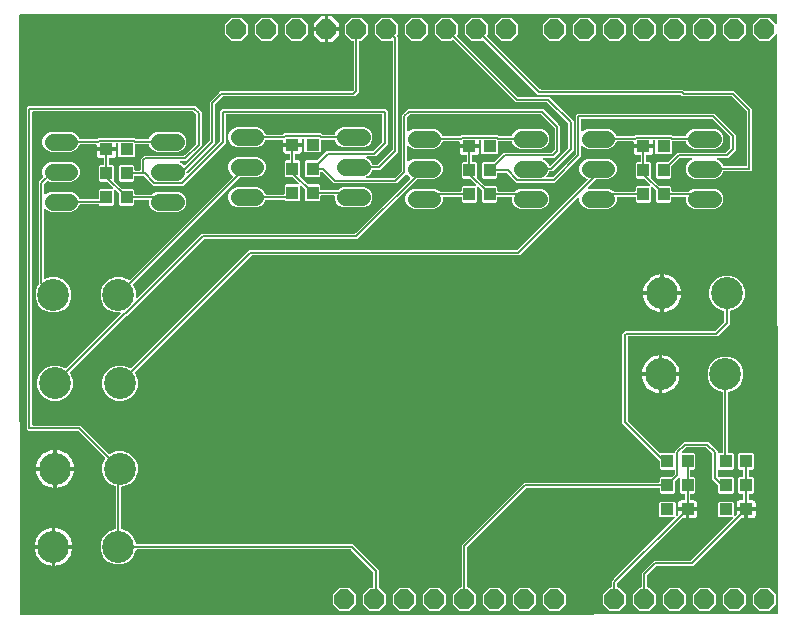
<source format=gbr>
G04 EAGLE Gerber RS-274X export*
G75*
%MOMM*%
%FSLAX34Y34*%
%LPD*%
%INBottom Copper*%
%IPPOS*%
%AMOC8*
5,1,8,0,0,1.08239X$1,22.5*%
G01*
%ADD10P,1.814519X8X22.500000*%
%ADD11R,1.000000X1.100000*%
%ADD12R,1.100000X1.000000*%
%ADD13C,2.700000*%
%ADD14C,1.422400*%
%ADD15C,0.152400*%

G36*
X333494Y12081D02*
X333494Y12081D01*
X333495Y12081D01*
X646069Y12679D01*
X646088Y12682D01*
X646108Y12680D01*
X646209Y12702D01*
X646311Y12719D01*
X646329Y12728D01*
X646348Y12732D01*
X646437Y12786D01*
X646528Y12834D01*
X646542Y12849D01*
X646559Y12859D01*
X646626Y12938D01*
X646697Y13013D01*
X646706Y13031D01*
X646719Y13046D01*
X646757Y13142D01*
X646801Y13236D01*
X646803Y13256D01*
X646810Y13274D01*
X646828Y13441D01*
X645892Y503045D01*
X645880Y503115D01*
X645879Y503186D01*
X645860Y503236D01*
X645852Y503288D01*
X645818Y503351D01*
X645794Y503417D01*
X645761Y503459D01*
X645736Y503505D01*
X645685Y503554D01*
X645640Y503609D01*
X645596Y503638D01*
X645558Y503674D01*
X645493Y503704D01*
X645433Y503742D01*
X645382Y503755D01*
X645334Y503777D01*
X645264Y503785D01*
X645195Y503802D01*
X645142Y503798D01*
X645090Y503804D01*
X645020Y503789D01*
X644950Y503783D01*
X644901Y503763D01*
X644850Y503751D01*
X644789Y503715D01*
X644723Y503687D01*
X644667Y503642D01*
X644639Y503625D01*
X644624Y503607D01*
X644592Y503582D01*
X639104Y498093D01*
X630896Y498093D01*
X625093Y503896D01*
X625093Y512104D01*
X630896Y517907D01*
X639104Y517907D01*
X644573Y512437D01*
X644632Y512395D01*
X644685Y512345D01*
X644705Y512335D01*
X644709Y512332D01*
X644731Y512323D01*
X644732Y512323D01*
X644773Y512293D01*
X644842Y512272D01*
X644908Y512242D01*
X644959Y512236D01*
X645008Y512221D01*
X645081Y512223D01*
X645153Y512215D01*
X645203Y512226D01*
X645254Y512227D01*
X645322Y512252D01*
X645393Y512268D01*
X645437Y512294D01*
X645485Y512312D01*
X645542Y512357D01*
X645604Y512394D01*
X645637Y512433D01*
X645677Y512465D01*
X645716Y512526D01*
X645739Y512553D01*
X645741Y512555D01*
X645741Y512556D01*
X645763Y512581D01*
X645782Y512629D01*
X645810Y512672D01*
X645827Y512741D01*
X645845Y512778D01*
X645846Y512787D01*
X645855Y512810D01*
X645862Y512880D01*
X645870Y512911D01*
X645868Y512935D01*
X645873Y512977D01*
X645860Y519799D01*
X645857Y519818D01*
X645859Y519837D01*
X645837Y519939D01*
X645820Y520042D01*
X645811Y520059D01*
X645807Y520078D01*
X645753Y520167D01*
X645704Y520259D01*
X645690Y520272D01*
X645680Y520289D01*
X645601Y520357D01*
X645526Y520428D01*
X645508Y520436D01*
X645494Y520449D01*
X645397Y520488D01*
X645302Y520532D01*
X645283Y520534D01*
X645265Y520541D01*
X645099Y520559D01*
X4572Y520559D01*
X4552Y520556D01*
X4533Y520558D01*
X4431Y520536D01*
X4329Y520520D01*
X4312Y520510D01*
X4292Y520506D01*
X4203Y520453D01*
X4112Y520404D01*
X4098Y520390D01*
X4081Y520380D01*
X4014Y520301D01*
X3942Y520226D01*
X3934Y520208D01*
X3921Y520193D01*
X3882Y520097D01*
X3839Y520003D01*
X3837Y519983D01*
X3829Y519965D01*
X3811Y519798D01*
X3811Y341123D01*
X3811Y341122D01*
X4439Y12841D01*
X4442Y12822D01*
X4440Y12803D01*
X4462Y12701D01*
X4479Y12598D01*
X4488Y12581D01*
X4492Y12562D01*
X4545Y12473D01*
X4594Y12381D01*
X4608Y12368D01*
X4618Y12351D01*
X4697Y12283D01*
X4773Y12212D01*
X4790Y12204D01*
X4805Y12191D01*
X4902Y12152D01*
X4996Y12108D01*
X5015Y12106D01*
X5033Y12099D01*
X5200Y12081D01*
X333494Y12081D01*
X333494Y12081D01*
G37*
%LPC*%
G36*
X300696Y15493D02*
X300696Y15493D01*
X294893Y21296D01*
X294893Y29504D01*
X300696Y35307D01*
X303022Y35307D01*
X303042Y35310D01*
X303061Y35308D01*
X303163Y35330D01*
X303265Y35346D01*
X303282Y35356D01*
X303302Y35360D01*
X303391Y35413D01*
X303482Y35462D01*
X303496Y35476D01*
X303513Y35486D01*
X303580Y35565D01*
X303652Y35640D01*
X303660Y35658D01*
X303673Y35673D01*
X303712Y35769D01*
X303755Y35863D01*
X303757Y35883D01*
X303765Y35901D01*
X303783Y36068D01*
X303783Y48267D01*
X303769Y48358D01*
X303761Y48448D01*
X303749Y48478D01*
X303744Y48510D01*
X303701Y48591D01*
X303665Y48675D01*
X303639Y48707D01*
X303628Y48728D01*
X303605Y48750D01*
X303560Y48806D01*
X285026Y67340D01*
X284952Y67393D01*
X284882Y67453D01*
X284852Y67465D01*
X284826Y67484D01*
X284739Y67511D01*
X284654Y67545D01*
X284613Y67549D01*
X284591Y67556D01*
X284559Y67555D01*
X284487Y67563D01*
X103806Y67563D01*
X103786Y67560D01*
X103767Y67562D01*
X103665Y67540D01*
X103563Y67524D01*
X103546Y67514D01*
X103526Y67510D01*
X103437Y67457D01*
X103346Y67408D01*
X103332Y67394D01*
X103315Y67384D01*
X103248Y67305D01*
X103176Y67230D01*
X103168Y67212D01*
X103155Y67197D01*
X103116Y67101D01*
X103073Y67007D01*
X103071Y66987D01*
X103063Y66969D01*
X103054Y66883D01*
X100757Y61339D01*
X96531Y57113D01*
X91009Y54825D01*
X85031Y54825D01*
X79509Y57113D01*
X75283Y61339D01*
X72995Y66861D01*
X72995Y72839D01*
X75283Y78361D01*
X79509Y82587D01*
X85059Y84886D01*
X85113Y84898D01*
X85215Y84914D01*
X85232Y84924D01*
X85252Y84928D01*
X85341Y84981D01*
X85432Y85030D01*
X85446Y85044D01*
X85463Y85054D01*
X85530Y85133D01*
X85602Y85208D01*
X85610Y85226D01*
X85623Y85241D01*
X85662Y85337D01*
X85705Y85431D01*
X85707Y85451D01*
X85715Y85469D01*
X85733Y85636D01*
X85733Y120592D01*
X85715Y120706D01*
X85697Y120823D01*
X85695Y120829D01*
X85694Y120835D01*
X85639Y120937D01*
X85586Y121042D01*
X85581Y121047D01*
X85578Y121052D01*
X85494Y121132D01*
X85410Y121214D01*
X85404Y121218D01*
X85400Y121221D01*
X85383Y121229D01*
X85263Y121295D01*
X80779Y123153D01*
X76553Y127379D01*
X74265Y132901D01*
X74265Y138879D01*
X76564Y144428D01*
X76594Y144474D01*
X76654Y144558D01*
X76660Y144578D01*
X76671Y144594D01*
X76696Y144695D01*
X76727Y144793D01*
X76726Y144813D01*
X76731Y144833D01*
X76723Y144936D01*
X76720Y145039D01*
X76713Y145058D01*
X76712Y145078D01*
X76671Y145173D01*
X76636Y145270D01*
X76623Y145286D01*
X76615Y145304D01*
X76511Y145435D01*
X54276Y167670D01*
X54202Y167723D01*
X54132Y167783D01*
X54102Y167795D01*
X54076Y167814D01*
X53989Y167841D01*
X53904Y167875D01*
X53863Y167879D01*
X53841Y167886D01*
X53809Y167885D01*
X53737Y167893D01*
X11753Y167893D01*
X10413Y169233D01*
X10413Y441637D01*
X11753Y442977D01*
X153347Y442977D01*
X158497Y437827D01*
X158497Y409263D01*
X147290Y398056D01*
X145727Y396493D01*
X140974Y396493D01*
X140878Y396478D01*
X140781Y396468D01*
X140757Y396458D01*
X140731Y396454D01*
X140645Y396408D01*
X140556Y396368D01*
X140537Y396351D01*
X140514Y396338D01*
X140447Y396268D01*
X140375Y396202D01*
X140363Y396179D01*
X140345Y396160D01*
X140304Y396072D01*
X140257Y395986D01*
X140252Y395961D01*
X140241Y395937D01*
X140230Y395840D01*
X140213Y395744D01*
X140217Y395718D01*
X140214Y395693D01*
X140235Y395597D01*
X140249Y395501D01*
X140261Y395478D01*
X140266Y395452D01*
X140316Y395369D01*
X140360Y395282D01*
X140379Y395263D01*
X140392Y395241D01*
X140466Y395178D01*
X140536Y395110D01*
X140564Y395094D01*
X140579Y395081D01*
X140610Y395069D01*
X140683Y395029D01*
X141544Y394672D01*
X143398Y392818D01*
X143414Y392807D01*
X143426Y392791D01*
X143514Y392735D01*
X143598Y392675D01*
X143617Y392669D01*
X143633Y392658D01*
X143734Y392633D01*
X143833Y392602D01*
X143853Y392603D01*
X143872Y392598D01*
X143975Y392606D01*
X144079Y392609D01*
X144097Y392616D01*
X144117Y392617D01*
X144212Y392658D01*
X144310Y392693D01*
X144325Y392706D01*
X144343Y392714D01*
X144474Y392818D01*
X165130Y413474D01*
X165183Y413548D01*
X165221Y413592D01*
X165222Y413593D01*
X165243Y413618D01*
X165255Y413648D01*
X165274Y413674D01*
X165301Y413761D01*
X165307Y413776D01*
X165325Y413816D01*
X165326Y413824D01*
X165335Y413846D01*
X165339Y413887D01*
X165346Y413909D01*
X165345Y413941D01*
X165353Y414013D01*
X165353Y446717D01*
X166916Y448280D01*
X172750Y454114D01*
X174313Y455677D01*
X285757Y455677D01*
X285848Y455691D01*
X285938Y455699D01*
X285968Y455711D01*
X286000Y455716D01*
X286081Y455759D01*
X286165Y455795D01*
X286197Y455821D01*
X286218Y455832D01*
X286240Y455855D01*
X286296Y455900D01*
X287050Y456654D01*
X287103Y456728D01*
X287163Y456798D01*
X287175Y456828D01*
X287194Y456854D01*
X287221Y456941D01*
X287255Y457026D01*
X287259Y457067D01*
X287266Y457089D01*
X287265Y457121D01*
X287273Y457193D01*
X287273Y497332D01*
X287270Y497352D01*
X287272Y497371D01*
X287250Y497473D01*
X287234Y497575D01*
X287224Y497592D01*
X287220Y497612D01*
X287167Y497701D01*
X287118Y497792D01*
X287104Y497806D01*
X287094Y497823D01*
X287015Y497890D01*
X286940Y497962D01*
X286922Y497970D01*
X286907Y497983D01*
X286811Y498022D01*
X286717Y498065D01*
X286697Y498067D01*
X286679Y498075D01*
X286512Y498093D01*
X285456Y498093D01*
X279653Y503896D01*
X279653Y512104D01*
X285456Y517907D01*
X293664Y517907D01*
X299467Y512104D01*
X299467Y503896D01*
X293664Y498093D01*
X292608Y498093D01*
X292588Y498090D01*
X292569Y498092D01*
X292467Y498070D01*
X292365Y498054D01*
X292348Y498044D01*
X292328Y498040D01*
X292239Y497987D01*
X292148Y497938D01*
X292134Y497924D01*
X292117Y497914D01*
X292050Y497835D01*
X291978Y497760D01*
X291970Y497742D01*
X291957Y497727D01*
X291918Y497631D01*
X291875Y497537D01*
X291873Y497517D01*
X291865Y497499D01*
X291847Y497332D01*
X291847Y454983D01*
X287967Y451103D01*
X176523Y451103D01*
X176432Y451089D01*
X176342Y451081D01*
X176312Y451069D01*
X176280Y451064D01*
X176199Y451021D01*
X176115Y450985D01*
X176083Y450959D01*
X176062Y450948D01*
X176040Y450925D01*
X175984Y450880D01*
X170150Y445046D01*
X170097Y444972D01*
X170037Y444902D01*
X170025Y444872D01*
X170006Y444846D01*
X169979Y444759D01*
X169945Y444674D01*
X169941Y444633D01*
X169934Y444611D01*
X169935Y444579D01*
X169927Y444508D01*
X169927Y411803D01*
X145512Y387388D01*
X145459Y387314D01*
X145399Y387244D01*
X145387Y387214D01*
X145368Y387188D01*
X145341Y387101D01*
X145307Y387016D01*
X145303Y386975D01*
X145296Y386953D01*
X145297Y386921D01*
X145289Y386850D01*
X145289Y386580D01*
X145300Y386510D01*
X145302Y386438D01*
X145320Y386389D01*
X145328Y386338D01*
X145362Y386274D01*
X145387Y386207D01*
X145419Y386166D01*
X145444Y386120D01*
X145496Y386071D01*
X145540Y386015D01*
X145584Y385987D01*
X145622Y385951D01*
X145687Y385921D01*
X145747Y385882D01*
X145798Y385869D01*
X145845Y385847D01*
X145916Y385839D01*
X145986Y385822D01*
X146038Y385826D01*
X146089Y385820D01*
X146160Y385835D01*
X146231Y385841D01*
X146279Y385861D01*
X146330Y385872D01*
X146391Y385909D01*
X146457Y385937D01*
X146513Y385982D01*
X146541Y385999D01*
X146556Y386016D01*
X146588Y386042D01*
X174020Y413474D01*
X174073Y413548D01*
X174111Y413592D01*
X174112Y413593D01*
X174133Y413618D01*
X174145Y413648D01*
X174164Y413674D01*
X174191Y413761D01*
X174197Y413776D01*
X174215Y413816D01*
X174216Y413824D01*
X174225Y413846D01*
X174229Y413887D01*
X174236Y413909D01*
X174235Y413941D01*
X174243Y414013D01*
X174243Y439097D01*
X175583Y440437D01*
X314637Y440437D01*
X315977Y439097D01*
X315977Y410533D01*
X305747Y400303D01*
X298454Y400303D01*
X298358Y400288D01*
X298261Y400278D01*
X298237Y400268D01*
X298211Y400264D01*
X298125Y400218D01*
X298036Y400178D01*
X298017Y400161D01*
X297994Y400148D01*
X297927Y400078D01*
X297855Y400012D01*
X297843Y399989D01*
X297825Y399970D01*
X297784Y399882D01*
X297737Y399796D01*
X297732Y399771D01*
X297721Y399747D01*
X297710Y399650D01*
X297693Y399554D01*
X297697Y399528D01*
X297694Y399503D01*
X297715Y399407D01*
X297729Y399311D01*
X297741Y399288D01*
X297746Y399262D01*
X297796Y399178D01*
X297840Y399092D01*
X297859Y399074D01*
X297872Y399051D01*
X297946Y398988D01*
X298016Y398920D01*
X298044Y398904D01*
X298059Y398891D01*
X298090Y398879D01*
X298163Y398839D01*
X299024Y398482D01*
X301454Y396052D01*
X302338Y393917D01*
X302400Y393817D01*
X302460Y393717D01*
X302465Y393713D01*
X302468Y393708D01*
X302559Y393633D01*
X302647Y393557D01*
X302653Y393555D01*
X302658Y393551D01*
X302766Y393509D01*
X302875Y393465D01*
X302883Y393464D01*
X302887Y393463D01*
X302905Y393462D01*
X303042Y393447D01*
X307347Y393447D01*
X307438Y393461D01*
X307528Y393469D01*
X307558Y393481D01*
X307590Y393486D01*
X307671Y393529D01*
X307755Y393565D01*
X307787Y393591D01*
X307808Y393602D01*
X307826Y393621D01*
X307828Y393622D01*
X307834Y393628D01*
X307886Y393670D01*
X320070Y405854D01*
X320123Y405928D01*
X320183Y405998D01*
X320195Y406028D01*
X320214Y406054D01*
X320241Y406141D01*
X320275Y406226D01*
X320279Y406267D01*
X320286Y406289D01*
X320285Y406321D01*
X320293Y406393D01*
X320293Y497485D01*
X320282Y497556D01*
X320280Y497628D01*
X320262Y497677D01*
X320254Y497728D01*
X320220Y497791D01*
X320195Y497859D01*
X320163Y497899D01*
X320138Y497945D01*
X320086Y497995D01*
X320042Y498051D01*
X319998Y498079D01*
X319960Y498115D01*
X319895Y498145D01*
X319835Y498184D01*
X319784Y498196D01*
X319737Y498218D01*
X319666Y498226D01*
X319596Y498244D01*
X319544Y498240D01*
X319493Y498245D01*
X319422Y498230D01*
X319351Y498225D01*
X319303Y498204D01*
X319252Y498193D01*
X319191Y498156D01*
X319125Y498128D01*
X319081Y498093D01*
X310856Y498093D01*
X305053Y503896D01*
X305053Y512104D01*
X310856Y517907D01*
X319064Y517907D01*
X324867Y512104D01*
X324867Y503896D01*
X324120Y503150D01*
X324109Y503134D01*
X324093Y503121D01*
X324037Y503034D01*
X323977Y502950D01*
X323971Y502931D01*
X323960Y502915D01*
X323935Y502814D01*
X323904Y502715D01*
X323905Y502695D01*
X323900Y502676D01*
X323908Y502573D01*
X323911Y502469D01*
X323918Y502451D01*
X323919Y502431D01*
X323960Y502336D01*
X323995Y502238D01*
X324008Y502223D01*
X324016Y502204D01*
X324120Y502074D01*
X324867Y501327D01*
X324867Y404183D01*
X309557Y388873D01*
X303042Y388873D01*
X302927Y388854D01*
X302811Y388837D01*
X302805Y388835D01*
X302799Y388834D01*
X302696Y388779D01*
X302592Y388726D01*
X302587Y388721D01*
X302582Y388718D01*
X302502Y388634D01*
X302419Y388550D01*
X302416Y388544D01*
X302412Y388540D01*
X302404Y388523D01*
X302338Y388403D01*
X301454Y386268D01*
X299024Y383838D01*
X298163Y383481D01*
X298080Y383430D01*
X297994Y383384D01*
X297976Y383365D01*
X297954Y383352D01*
X297892Y383277D01*
X297825Y383206D01*
X297814Y383182D01*
X297797Y383162D01*
X297762Y383071D01*
X297721Y382983D01*
X297718Y382957D01*
X297709Y382933D01*
X297705Y382835D01*
X297694Y382739D01*
X297699Y382713D01*
X297698Y382687D01*
X297725Y382593D01*
X297746Y382498D01*
X297760Y382476D01*
X297767Y382451D01*
X297822Y382371D01*
X297872Y382287D01*
X297892Y382270D01*
X297907Y382249D01*
X297985Y382191D01*
X298059Y382127D01*
X298084Y382117D01*
X298104Y382102D01*
X298197Y382072D01*
X298287Y382035D01*
X298320Y382032D01*
X298338Y382026D01*
X298371Y382026D01*
X298454Y382017D01*
X321317Y382017D01*
X321408Y382031D01*
X321498Y382039D01*
X321528Y382051D01*
X321560Y382056D01*
X321641Y382099D01*
X321725Y382135D01*
X321757Y382161D01*
X321778Y382172D01*
X321800Y382195D01*
X321856Y382240D01*
X327690Y388074D01*
X327743Y388148D01*
X327803Y388218D01*
X327815Y388248D01*
X327834Y388274D01*
X327861Y388361D01*
X327895Y388446D01*
X327899Y388487D01*
X327906Y388509D01*
X327905Y388541D01*
X327913Y388613D01*
X327913Y435287D01*
X333063Y440437D01*
X447987Y440437D01*
X460464Y427960D01*
X462027Y426397D01*
X462027Y404183D01*
X456877Y399033D01*
X448314Y399033D01*
X448218Y399018D01*
X448121Y399008D01*
X448097Y398998D01*
X448071Y398994D01*
X447985Y398948D01*
X447896Y398908D01*
X447877Y398891D01*
X447854Y398878D01*
X447787Y398808D01*
X447715Y398742D01*
X447703Y398719D01*
X447685Y398700D01*
X447644Y398612D01*
X447597Y398526D01*
X447592Y398501D01*
X447581Y398477D01*
X447570Y398380D01*
X447553Y398284D01*
X447557Y398258D01*
X447554Y398233D01*
X447575Y398137D01*
X447589Y398041D01*
X447601Y398018D01*
X447606Y397992D01*
X447656Y397908D01*
X447700Y397822D01*
X447719Y397804D01*
X447732Y397781D01*
X447806Y397718D01*
X447876Y397650D01*
X447904Y397634D01*
X447919Y397621D01*
X447950Y397609D01*
X448023Y397569D01*
X448884Y397212D01*
X451314Y394782D01*
X452198Y392647D01*
X452260Y392547D01*
X452320Y392447D01*
X452325Y392443D01*
X452328Y392438D01*
X452418Y392363D01*
X452507Y392287D01*
X452513Y392285D01*
X452518Y392281D01*
X452626Y392239D01*
X452735Y392195D01*
X452743Y392194D01*
X452747Y392193D01*
X452765Y392192D01*
X452902Y392177D01*
X453397Y392177D01*
X453488Y392191D01*
X453578Y392199D01*
X453608Y392211D01*
X453640Y392216D01*
X453721Y392259D01*
X453805Y392295D01*
X453837Y392321D01*
X453858Y392332D01*
X453880Y392355D01*
X453936Y392400D01*
X468660Y407124D01*
X468713Y407198D01*
X468773Y407268D01*
X468785Y407298D01*
X468804Y407324D01*
X468831Y407411D01*
X468865Y407496D01*
X468869Y407537D01*
X468876Y407559D01*
X468875Y407591D01*
X468883Y407663D01*
X468883Y427997D01*
X468869Y428088D01*
X468861Y428178D01*
X468849Y428208D01*
X468844Y428240D01*
X468801Y428321D01*
X468765Y428405D01*
X468739Y428437D01*
X468728Y428458D01*
X468705Y428480D01*
X468660Y428536D01*
X451396Y445800D01*
X451322Y445853D01*
X451252Y445913D01*
X451222Y445925D01*
X451196Y445944D01*
X451109Y445971D01*
X451024Y446005D01*
X450983Y446009D01*
X450961Y446016D01*
X450929Y446015D01*
X450857Y446023D01*
X424503Y446023D01*
X371686Y498840D01*
X371670Y498851D01*
X371658Y498867D01*
X371571Y498923D01*
X371487Y498983D01*
X371468Y498989D01*
X371451Y499000D01*
X371350Y499025D01*
X371252Y499056D01*
X371232Y499055D01*
X371212Y499060D01*
X371109Y499052D01*
X371006Y499049D01*
X370987Y499042D01*
X370967Y499041D01*
X370872Y499000D01*
X370775Y498965D01*
X370759Y498952D01*
X370741Y498944D01*
X370610Y498840D01*
X369864Y498093D01*
X361656Y498093D01*
X355853Y503896D01*
X355853Y512104D01*
X361656Y517907D01*
X369864Y517907D01*
X375667Y512104D01*
X375667Y503896D01*
X374920Y503150D01*
X374909Y503134D01*
X374893Y503122D01*
X374837Y503034D01*
X374777Y502950D01*
X374771Y502931D01*
X374760Y502915D01*
X374735Y502814D01*
X374704Y502715D01*
X374705Y502695D01*
X374700Y502676D01*
X374708Y502573D01*
X374711Y502469D01*
X374718Y502451D01*
X374719Y502431D01*
X374760Y502336D01*
X374795Y502238D01*
X374808Y502223D01*
X374816Y502205D01*
X374920Y502074D01*
X426174Y450820D01*
X426248Y450767D01*
X426318Y450707D01*
X426348Y450695D01*
X426374Y450676D01*
X426461Y450649D01*
X426546Y450615D01*
X426587Y450611D01*
X426609Y450604D01*
X426641Y450605D01*
X426713Y450597D01*
X453067Y450597D01*
X473457Y430207D01*
X473457Y405453D01*
X455607Y387603D01*
X452902Y387603D01*
X452787Y387584D01*
X452671Y387567D01*
X452665Y387565D01*
X452659Y387564D01*
X452556Y387509D01*
X452452Y387456D01*
X452447Y387451D01*
X452442Y387448D01*
X452362Y387364D01*
X452279Y387280D01*
X452276Y387274D01*
X452272Y387270D01*
X452264Y387253D01*
X452198Y387133D01*
X451314Y384998D01*
X450394Y384078D01*
X450353Y384020D01*
X450303Y383968D01*
X450281Y383921D01*
X450251Y383879D01*
X450230Y383810D01*
X450200Y383745D01*
X450194Y383693D01*
X450179Y383643D01*
X450180Y383572D01*
X450173Y383501D01*
X450184Y383450D01*
X450185Y383398D01*
X450210Y383330D01*
X450225Y383260D01*
X450251Y383215D01*
X450269Y383167D01*
X450314Y383111D01*
X450351Y383049D01*
X450391Y383015D01*
X450423Y382975D01*
X450483Y382936D01*
X450538Y382889D01*
X450586Y382870D01*
X450630Y382842D01*
X450699Y382824D01*
X450766Y382797D01*
X450837Y382789D01*
X450868Y382781D01*
X450892Y382783D01*
X450933Y382779D01*
X455429Y382779D01*
X455520Y382793D01*
X455610Y382801D01*
X455640Y382813D01*
X455672Y382818D01*
X455753Y382861D01*
X455837Y382897D01*
X455869Y382923D01*
X455890Y382934D01*
X455912Y382957D01*
X455968Y383002D01*
X475010Y402044D01*
X475063Y402118D01*
X475123Y402188D01*
X475135Y402218D01*
X475154Y402244D01*
X475181Y402331D01*
X475215Y402416D01*
X475219Y402457D01*
X475226Y402479D01*
X475225Y402511D01*
X475233Y402583D01*
X475233Y435287D01*
X476573Y436627D01*
X592767Y436627D01*
X610617Y418777D01*
X610617Y405453D01*
X604197Y399033D01*
X595634Y399033D01*
X595538Y399018D01*
X595441Y399008D01*
X595417Y398998D01*
X595391Y398994D01*
X595305Y398948D01*
X595216Y398908D01*
X595197Y398891D01*
X595174Y398878D01*
X595107Y398808D01*
X595035Y398742D01*
X595023Y398719D01*
X595005Y398700D01*
X594964Y398612D01*
X594917Y398526D01*
X594912Y398501D01*
X594901Y398477D01*
X594890Y398380D01*
X594873Y398284D01*
X594877Y398258D01*
X594874Y398233D01*
X594895Y398137D01*
X594909Y398041D01*
X594921Y398018D01*
X594926Y397992D01*
X594976Y397908D01*
X595020Y397822D01*
X595039Y397804D01*
X595052Y397781D01*
X595126Y397718D01*
X595196Y397650D01*
X595224Y397634D01*
X595239Y397621D01*
X595270Y397609D01*
X595343Y397569D01*
X596204Y397212D01*
X598634Y394782D01*
X599518Y392647D01*
X599580Y392547D01*
X599640Y392447D01*
X599645Y392443D01*
X599648Y392438D01*
X599738Y392363D01*
X599827Y392287D01*
X599833Y392285D01*
X599838Y392281D01*
X599946Y392239D01*
X600055Y392195D01*
X600063Y392194D01*
X600067Y392193D01*
X600085Y392192D01*
X600222Y392177D01*
X619252Y392177D01*
X619272Y392180D01*
X619291Y392178D01*
X619393Y392200D01*
X619495Y392216D01*
X619512Y392226D01*
X619532Y392230D01*
X619621Y392283D01*
X619712Y392332D01*
X619726Y392346D01*
X619743Y392356D01*
X619810Y392435D01*
X619882Y392510D01*
X619890Y392528D01*
X619903Y392543D01*
X619942Y392639D01*
X619985Y392733D01*
X619987Y392753D01*
X619995Y392771D01*
X620013Y392938D01*
X620013Y438157D01*
X619999Y438248D01*
X619991Y438338D01*
X619979Y438368D01*
X619974Y438400D01*
X619931Y438481D01*
X619895Y438565D01*
X619869Y438597D01*
X619858Y438618D01*
X619835Y438640D01*
X619790Y438696D01*
X607564Y450922D01*
X607490Y450975D01*
X607421Y451034D01*
X607391Y451046D01*
X607365Y451065D01*
X607278Y451092D01*
X607193Y451126D01*
X607152Y451131D01*
X607130Y451138D01*
X607097Y451137D01*
X607026Y451145D01*
X565514Y451145D01*
X564509Y452150D01*
X564435Y452203D01*
X564365Y452263D01*
X564335Y452275D01*
X564309Y452294D01*
X564222Y452321D01*
X564137Y452355D01*
X564096Y452359D01*
X564074Y452366D01*
X564042Y452365D01*
X563970Y452373D01*
X443553Y452373D01*
X397086Y498840D01*
X397070Y498851D01*
X397058Y498867D01*
X396971Y498923D01*
X396887Y498983D01*
X396868Y498989D01*
X396851Y499000D01*
X396750Y499025D01*
X396652Y499056D01*
X396632Y499055D01*
X396612Y499060D01*
X396509Y499052D01*
X396406Y499049D01*
X396387Y499042D01*
X396367Y499041D01*
X396272Y499000D01*
X396175Y498965D01*
X396159Y498952D01*
X396141Y498944D01*
X396010Y498840D01*
X395264Y498093D01*
X387056Y498093D01*
X381253Y503896D01*
X381253Y512104D01*
X387056Y517907D01*
X395264Y517907D01*
X401067Y512104D01*
X401067Y503896D01*
X400320Y503150D01*
X400309Y503134D01*
X400293Y503122D01*
X400237Y503034D01*
X400177Y502950D01*
X400171Y502931D01*
X400160Y502915D01*
X400135Y502814D01*
X400104Y502715D01*
X400105Y502695D01*
X400100Y502676D01*
X400108Y502573D01*
X400111Y502469D01*
X400118Y502451D01*
X400119Y502431D01*
X400160Y502336D01*
X400195Y502238D01*
X400208Y502223D01*
X400216Y502205D01*
X400320Y502074D01*
X445224Y457170D01*
X445298Y457117D01*
X445368Y457057D01*
X445398Y457045D01*
X445424Y457026D01*
X445511Y456999D01*
X445596Y456965D01*
X445637Y456961D01*
X445659Y456954D01*
X445691Y456955D01*
X445763Y456947D01*
X566180Y456947D01*
X567186Y455941D01*
X567260Y455888D01*
X567329Y455829D01*
X567359Y455816D01*
X567385Y455798D01*
X567472Y455771D01*
X567557Y455737D01*
X567598Y455732D01*
X567620Y455725D01*
X567653Y455726D01*
X567724Y455718D01*
X609236Y455718D01*
X624587Y440367D01*
X624587Y388943D01*
X623247Y387603D01*
X600222Y387603D01*
X600107Y387584D01*
X599991Y387567D01*
X599985Y387565D01*
X599979Y387564D01*
X599876Y387509D01*
X599772Y387456D01*
X599767Y387451D01*
X599762Y387448D01*
X599682Y387364D01*
X599599Y387280D01*
X599596Y387274D01*
X599592Y387270D01*
X599584Y387253D01*
X599518Y387133D01*
X598634Y384998D01*
X596204Y382568D01*
X593030Y381253D01*
X575370Y381253D01*
X572196Y382568D01*
X569766Y384998D01*
X568451Y388172D01*
X568451Y391608D01*
X569766Y394782D01*
X572196Y397212D01*
X573057Y397569D01*
X573140Y397620D01*
X573226Y397666D01*
X573244Y397685D01*
X573266Y397698D01*
X573328Y397773D01*
X573395Y397844D01*
X573406Y397868D01*
X573423Y397888D01*
X573458Y397979D01*
X573499Y398067D01*
X573502Y398093D01*
X573511Y398117D01*
X573515Y398215D01*
X573526Y398311D01*
X573521Y398337D01*
X573522Y398363D01*
X573495Y398457D01*
X573474Y398552D01*
X573460Y398574D01*
X573453Y398599D01*
X573398Y398679D01*
X573348Y398763D01*
X573328Y398780D01*
X573313Y398801D01*
X573235Y398860D01*
X573161Y398923D01*
X573136Y398933D01*
X573116Y398948D01*
X573023Y398978D01*
X572933Y399015D01*
X572900Y399018D01*
X572882Y399024D01*
X572849Y399024D01*
X572766Y399033D01*
X563483Y399033D01*
X563392Y399019D01*
X563302Y399011D01*
X563272Y398999D01*
X563240Y398994D01*
X563159Y398951D01*
X563075Y398915D01*
X563043Y398889D01*
X563022Y398878D01*
X563000Y398855D01*
X562944Y398810D01*
X556268Y392134D01*
X556215Y392060D01*
X556155Y391990D01*
X556143Y391960D01*
X556124Y391934D01*
X556097Y391847D01*
X556063Y391762D01*
X556059Y391721D01*
X556052Y391699D01*
X556053Y391667D01*
X556045Y391595D01*
X556045Y382488D01*
X555152Y381595D01*
X543888Y381595D01*
X542995Y382488D01*
X542995Y394752D01*
X543888Y395645D01*
X552995Y395645D01*
X553086Y395659D01*
X553176Y395667D01*
X553206Y395679D01*
X553238Y395684D01*
X553319Y395727D01*
X553403Y395763D01*
X553435Y395789D01*
X553456Y395800D01*
X553478Y395823D01*
X553534Y395868D01*
X561273Y403607D01*
X601987Y403607D01*
X602078Y403621D01*
X602168Y403629D01*
X602198Y403641D01*
X602230Y403646D01*
X602311Y403689D01*
X602395Y403725D01*
X602427Y403751D01*
X602448Y403762D01*
X602470Y403785D01*
X602526Y403830D01*
X605820Y407124D01*
X605873Y407198D01*
X605933Y407268D01*
X605945Y407298D01*
X605964Y407324D01*
X605991Y407411D01*
X606025Y407496D01*
X606029Y407537D01*
X606036Y407559D01*
X606035Y407591D01*
X606043Y407663D01*
X606043Y416567D01*
X606029Y416658D01*
X606021Y416748D01*
X606009Y416778D01*
X606004Y416810D01*
X605961Y416891D01*
X605925Y416975D01*
X605899Y417007D01*
X605888Y417028D01*
X605865Y417050D01*
X605820Y417106D01*
X591096Y431830D01*
X591022Y431883D01*
X590952Y431943D01*
X590922Y431955D01*
X590896Y431974D01*
X590809Y432001D01*
X590724Y432035D01*
X590683Y432039D01*
X590661Y432046D01*
X590629Y432045D01*
X590557Y432053D01*
X480568Y432053D01*
X480548Y432050D01*
X480529Y432052D01*
X480427Y432030D01*
X480325Y432014D01*
X480308Y432004D01*
X480288Y432000D01*
X480199Y431947D01*
X480108Y431898D01*
X480094Y431884D01*
X480077Y431874D01*
X480010Y431795D01*
X479938Y431720D01*
X479930Y431702D01*
X479917Y431687D01*
X479878Y431591D01*
X479835Y431497D01*
X479833Y431477D01*
X479825Y431459D01*
X479807Y431292D01*
X479807Y422231D01*
X479818Y422160D01*
X479820Y422088D01*
X479838Y422039D01*
X479846Y421988D01*
X479880Y421925D01*
X479905Y421857D01*
X479937Y421817D01*
X479962Y421771D01*
X480014Y421721D01*
X480058Y421665D01*
X480102Y421637D01*
X480140Y421601D01*
X480205Y421571D01*
X480265Y421532D01*
X480316Y421520D01*
X480363Y421498D01*
X480434Y421490D01*
X480504Y421472D01*
X480556Y421476D01*
X480607Y421471D01*
X480678Y421486D01*
X480749Y421491D01*
X480797Y421512D01*
X480848Y421523D01*
X480909Y421560D01*
X480975Y421588D01*
X481031Y421632D01*
X481059Y421649D01*
X481074Y421667D01*
X481106Y421692D01*
X482026Y422612D01*
X485200Y423927D01*
X502860Y423927D01*
X506034Y422612D01*
X508464Y420182D01*
X509348Y418047D01*
X509410Y417947D01*
X509470Y417847D01*
X509475Y417843D01*
X509478Y417838D01*
X509568Y417763D01*
X509657Y417687D01*
X509663Y417685D01*
X509668Y417681D01*
X509776Y417639D01*
X509885Y417595D01*
X509893Y417594D01*
X509897Y417593D01*
X509915Y417592D01*
X510052Y417577D01*
X523875Y417577D01*
X523965Y417591D01*
X524056Y417599D01*
X524085Y417611D01*
X524117Y417616D01*
X524198Y417659D01*
X524282Y417695D01*
X524314Y417721D01*
X524335Y417732D01*
X524357Y417755D01*
X524413Y417800D01*
X525126Y418513D01*
X556914Y418513D01*
X557627Y417800D01*
X557701Y417747D01*
X557771Y417687D01*
X557801Y417675D01*
X557827Y417656D01*
X557914Y417629D01*
X557999Y417595D01*
X558040Y417591D01*
X558062Y417584D01*
X558094Y417585D01*
X558165Y417577D01*
X568178Y417577D01*
X568293Y417596D01*
X568409Y417613D01*
X568415Y417615D01*
X568421Y417616D01*
X568524Y417671D01*
X568628Y417724D01*
X568633Y417729D01*
X568638Y417732D01*
X568718Y417816D01*
X568801Y417900D01*
X568804Y417906D01*
X568808Y417910D01*
X568816Y417927D01*
X568882Y418047D01*
X569766Y420182D01*
X572196Y422612D01*
X575370Y423927D01*
X593030Y423927D01*
X596204Y422612D01*
X598634Y420182D01*
X599949Y417008D01*
X599949Y413572D01*
X598634Y410398D01*
X596204Y407968D01*
X593030Y406653D01*
X575370Y406653D01*
X572196Y407968D01*
X569766Y410398D01*
X568882Y412533D01*
X568820Y412633D01*
X568760Y412733D01*
X568755Y412737D01*
X568752Y412742D01*
X568662Y412817D01*
X568573Y412893D01*
X568567Y412895D01*
X568562Y412899D01*
X568454Y412941D01*
X568345Y412985D01*
X568337Y412986D01*
X568333Y412987D01*
X568315Y412988D01*
X568178Y413003D01*
X557306Y413003D01*
X557286Y413000D01*
X557267Y413002D01*
X557165Y412980D01*
X557063Y412964D01*
X557046Y412954D01*
X557026Y412950D01*
X556937Y412897D01*
X556846Y412848D01*
X556832Y412834D01*
X556815Y412824D01*
X556748Y412745D01*
X556676Y412670D01*
X556668Y412652D01*
X556655Y412637D01*
X556616Y412541D01*
X556573Y412447D01*
X556571Y412427D01*
X556563Y412409D01*
X556545Y412242D01*
X556545Y403308D01*
X555652Y402415D01*
X543388Y402415D01*
X542495Y403308D01*
X542495Y413178D01*
X542492Y413198D01*
X542494Y413217D01*
X542472Y413319D01*
X542456Y413421D01*
X542446Y413438D01*
X542442Y413458D01*
X542389Y413547D01*
X542340Y413638D01*
X542326Y413652D01*
X542316Y413669D01*
X542237Y413736D01*
X542162Y413808D01*
X542144Y413816D01*
X542129Y413829D01*
X542033Y413868D01*
X541939Y413911D01*
X541919Y413913D01*
X541901Y413921D01*
X541734Y413939D01*
X541322Y413939D01*
X541302Y413936D01*
X541283Y413938D01*
X541181Y413916D01*
X541079Y413900D01*
X541062Y413890D01*
X541042Y413886D01*
X540953Y413833D01*
X540862Y413784D01*
X540848Y413770D01*
X540831Y413760D01*
X540764Y413681D01*
X540692Y413606D01*
X540684Y413588D01*
X540671Y413573D01*
X540632Y413477D01*
X540589Y413383D01*
X540587Y413363D01*
X540579Y413345D01*
X540561Y413178D01*
X540561Y410463D01*
X535568Y410463D01*
X535548Y410460D01*
X535529Y410462D01*
X535427Y410440D01*
X535325Y410423D01*
X535308Y410414D01*
X535288Y410410D01*
X535199Y410357D01*
X535108Y410308D01*
X535094Y410294D01*
X535077Y410284D01*
X535010Y410205D01*
X534938Y410130D01*
X534930Y410112D01*
X534917Y410097D01*
X534878Y410001D01*
X534835Y409907D01*
X534833Y409887D01*
X534825Y409869D01*
X534807Y409702D01*
X534807Y408178D01*
X534810Y408158D01*
X534808Y408139D01*
X534830Y408037D01*
X534846Y407935D01*
X534856Y407918D01*
X534860Y407898D01*
X534913Y407809D01*
X534962Y407718D01*
X534976Y407704D01*
X534986Y407687D01*
X535065Y407620D01*
X535140Y407549D01*
X535158Y407540D01*
X535173Y407527D01*
X535269Y407488D01*
X535363Y407445D01*
X535383Y407443D01*
X535401Y407435D01*
X535568Y407417D01*
X540561Y407417D01*
X540561Y403606D01*
X540388Y402959D01*
X540053Y402380D01*
X539580Y401907D01*
X539001Y401572D01*
X538354Y401399D01*
X535568Y401399D01*
X535548Y401396D01*
X535529Y401398D01*
X535427Y401376D01*
X535325Y401360D01*
X535308Y401350D01*
X535288Y401346D01*
X535199Y401293D01*
X535108Y401244D01*
X535094Y401230D01*
X535077Y401220D01*
X535010Y401141D01*
X534938Y401066D01*
X534930Y401048D01*
X534917Y401033D01*
X534878Y400937D01*
X534835Y400843D01*
X534833Y400823D01*
X534825Y400805D01*
X534807Y400638D01*
X534807Y396406D01*
X534810Y396386D01*
X534808Y396367D01*
X534830Y396265D01*
X534846Y396163D01*
X534856Y396146D01*
X534860Y396126D01*
X534913Y396037D01*
X534962Y395946D01*
X534976Y395932D01*
X534986Y395915D01*
X535065Y395848D01*
X535140Y395776D01*
X535158Y395768D01*
X535173Y395755D01*
X535269Y395716D01*
X535363Y395673D01*
X535383Y395671D01*
X535401Y395663D01*
X535568Y395645D01*
X538152Y395645D01*
X539045Y394752D01*
X539045Y382325D01*
X539059Y382234D01*
X539067Y382144D01*
X539079Y382114D01*
X539084Y382082D01*
X539127Y382001D01*
X539163Y381917D01*
X539189Y381885D01*
X539200Y381864D01*
X539223Y381842D01*
X539268Y381786D01*
X545506Y375548D01*
X545580Y375495D01*
X545650Y375435D01*
X545680Y375423D01*
X545706Y375404D01*
X545793Y375377D01*
X545878Y375343D01*
X545919Y375339D01*
X545941Y375332D01*
X545973Y375333D01*
X546044Y375325D01*
X555152Y375325D01*
X556045Y374432D01*
X556045Y371348D01*
X556048Y371328D01*
X556046Y371309D01*
X556068Y371207D01*
X556084Y371105D01*
X556094Y371088D01*
X556098Y371068D01*
X556151Y370979D01*
X556200Y370888D01*
X556214Y370874D01*
X556224Y370857D01*
X556303Y370790D01*
X556378Y370718D01*
X556396Y370710D01*
X556411Y370697D01*
X556507Y370658D01*
X556601Y370615D01*
X556621Y370613D01*
X556639Y370605D01*
X556806Y370587D01*
X570655Y370587D01*
X570745Y370601D01*
X570836Y370609D01*
X570866Y370621D01*
X570898Y370626D01*
X570979Y370669D01*
X571063Y370705D01*
X571095Y370731D01*
X571115Y370742D01*
X571138Y370765D01*
X571193Y370810D01*
X572196Y371812D01*
X575370Y373127D01*
X593030Y373127D01*
X596204Y371812D01*
X598634Y369382D01*
X599949Y366208D01*
X599949Y362772D01*
X598634Y359598D01*
X596204Y357168D01*
X593030Y355853D01*
X575370Y355853D01*
X572196Y357168D01*
X569766Y359598D01*
X568451Y362772D01*
X568451Y365252D01*
X568448Y365272D01*
X568450Y365291D01*
X568428Y365393D01*
X568412Y365495D01*
X568402Y365512D01*
X568398Y365532D01*
X568345Y365621D01*
X568296Y365712D01*
X568282Y365726D01*
X568272Y365743D01*
X568193Y365810D01*
X568118Y365882D01*
X568100Y365890D01*
X568085Y365903D01*
X567989Y365942D01*
X567895Y365985D01*
X567875Y365987D01*
X567857Y365995D01*
X567690Y366013D01*
X556806Y366013D01*
X556786Y366010D01*
X556767Y366012D01*
X556665Y365990D01*
X556563Y365974D01*
X556546Y365964D01*
X556526Y365960D01*
X556437Y365907D01*
X556346Y365858D01*
X556332Y365844D01*
X556315Y365834D01*
X556248Y365755D01*
X556176Y365680D01*
X556168Y365662D01*
X556155Y365647D01*
X556116Y365551D01*
X556073Y365457D01*
X556071Y365437D01*
X556063Y365419D01*
X556045Y365252D01*
X556045Y362168D01*
X555152Y361275D01*
X543888Y361275D01*
X542995Y362168D01*
X542995Y371276D01*
X542981Y371366D01*
X542973Y371457D01*
X542961Y371486D01*
X542956Y371518D01*
X542913Y371599D01*
X542877Y371683D01*
X542851Y371715D01*
X542840Y371736D01*
X542817Y371758D01*
X542772Y371814D01*
X540344Y374242D01*
X540286Y374284D01*
X540234Y374333D01*
X540187Y374355D01*
X540145Y374385D01*
X540076Y374406D01*
X540011Y374437D01*
X539959Y374442D01*
X539909Y374458D01*
X539838Y374456D01*
X539767Y374464D01*
X539716Y374453D01*
X539664Y374451D01*
X539596Y374427D01*
X539526Y374412D01*
X539482Y374385D01*
X539433Y374367D01*
X539377Y374322D01*
X539315Y374285D01*
X539281Y374246D01*
X539241Y374213D01*
X539202Y374153D01*
X539155Y374098D01*
X539136Y374050D01*
X539108Y374006D01*
X539090Y373937D01*
X539063Y373870D01*
X539055Y373799D01*
X539047Y373768D01*
X539049Y373744D01*
X539045Y373704D01*
X539045Y362168D01*
X538152Y361275D01*
X526888Y361275D01*
X525995Y362168D01*
X525995Y365252D01*
X525992Y365272D01*
X525994Y365291D01*
X525972Y365393D01*
X525956Y365495D01*
X525946Y365512D01*
X525942Y365532D01*
X525889Y365621D01*
X525840Y365712D01*
X525826Y365726D01*
X525816Y365743D01*
X525737Y365810D01*
X525662Y365882D01*
X525644Y365890D01*
X525629Y365903D01*
X525533Y365942D01*
X525439Y365985D01*
X525419Y365987D01*
X525401Y365995D01*
X525234Y366013D01*
X510540Y366013D01*
X510520Y366010D01*
X510501Y366012D01*
X510399Y365990D01*
X510297Y365974D01*
X510280Y365964D01*
X510260Y365960D01*
X510171Y365907D01*
X510080Y365858D01*
X510066Y365844D01*
X510049Y365834D01*
X509982Y365755D01*
X509910Y365680D01*
X509902Y365662D01*
X509889Y365647D01*
X509850Y365551D01*
X509807Y365457D01*
X509805Y365437D01*
X509797Y365419D01*
X509779Y365252D01*
X509779Y362772D01*
X508464Y359598D01*
X506034Y357168D01*
X502860Y355853D01*
X485200Y355853D01*
X482026Y357168D01*
X479596Y359598D01*
X478281Y362772D01*
X478281Y365260D01*
X478270Y365330D01*
X478268Y365402D01*
X478250Y365451D01*
X478242Y365502D01*
X478208Y365566D01*
X478183Y365633D01*
X478151Y365674D01*
X478126Y365720D01*
X478074Y365769D01*
X478030Y365825D01*
X477986Y365853D01*
X477948Y365889D01*
X477883Y365919D01*
X477823Y365958D01*
X477772Y365971D01*
X477725Y365993D01*
X477654Y366001D01*
X477584Y366018D01*
X477532Y366014D01*
X477481Y366020D01*
X477410Y366005D01*
X477339Y365999D01*
X477291Y365979D01*
X477240Y365968D01*
X477179Y365931D01*
X477113Y365903D01*
X477057Y365858D01*
X477029Y365841D01*
X477014Y365824D01*
X476982Y365798D01*
X427667Y316483D01*
X201043Y316483D01*
X200952Y316469D01*
X200862Y316461D01*
X200832Y316449D01*
X200800Y316444D01*
X200719Y316401D01*
X200635Y316365D01*
X200603Y316339D01*
X200582Y316328D01*
X200560Y316305D01*
X200504Y316260D01*
X102069Y217825D01*
X102058Y217809D01*
X102042Y217797D01*
X101986Y217709D01*
X101926Y217626D01*
X101920Y217607D01*
X101909Y217590D01*
X101884Y217489D01*
X101853Y217391D01*
X101854Y217371D01*
X101849Y217351D01*
X101857Y217248D01*
X101860Y217145D01*
X101867Y217126D01*
X101868Y217106D01*
X101909Y217011D01*
X101944Y216914D01*
X101957Y216898D01*
X101965Y216880D01*
X102018Y216813D01*
X104315Y211269D01*
X104315Y205291D01*
X102027Y199769D01*
X97801Y195543D01*
X92279Y193255D01*
X86301Y193255D01*
X80779Y195543D01*
X76553Y199769D01*
X74265Y205291D01*
X74265Y211269D01*
X76553Y216791D01*
X80779Y221017D01*
X86301Y223305D01*
X92279Y223305D01*
X97828Y221006D01*
X97874Y220976D01*
X97958Y220916D01*
X97978Y220910D01*
X97994Y220899D01*
X98095Y220874D01*
X98193Y220843D01*
X98213Y220844D01*
X98233Y220839D01*
X98336Y220847D01*
X98439Y220850D01*
X98458Y220857D01*
X98478Y220858D01*
X98573Y220899D01*
X98670Y220934D01*
X98686Y220947D01*
X98704Y220955D01*
X98835Y221059D01*
X198833Y321057D01*
X425457Y321057D01*
X425548Y321071D01*
X425638Y321079D01*
X425668Y321091D01*
X425700Y321096D01*
X425781Y321139D01*
X425865Y321175D01*
X425897Y321201D01*
X425918Y321212D01*
X425940Y321235D01*
X425996Y321280D01*
X484938Y380222D01*
X484965Y380260D01*
X484999Y380291D01*
X485037Y380359D01*
X485082Y380422D01*
X485095Y380466D01*
X485118Y380506D01*
X485131Y380583D01*
X485154Y380657D01*
X485153Y380703D01*
X485161Y380748D01*
X485150Y380825D01*
X485148Y380903D01*
X485132Y380946D01*
X485126Y380992D01*
X485090Y381061D01*
X485064Y381134D01*
X485035Y381170D01*
X485014Y381211D01*
X484958Y381265D01*
X484910Y381326D01*
X484871Y381351D01*
X484838Y381383D01*
X484719Y381449D01*
X484703Y381459D01*
X484698Y381460D01*
X484691Y381464D01*
X482026Y382568D01*
X479596Y384998D01*
X478281Y388172D01*
X478281Y391608D01*
X479596Y394782D01*
X482026Y397212D01*
X485200Y398527D01*
X502860Y398527D01*
X506034Y397212D01*
X508464Y394782D01*
X509779Y391608D01*
X509779Y388172D01*
X508464Y384998D01*
X506034Y382568D01*
X502860Y381253D01*
X492753Y381253D01*
X492662Y381239D01*
X492572Y381231D01*
X492542Y381219D01*
X492510Y381214D01*
X492429Y381171D01*
X492345Y381135D01*
X492313Y381109D01*
X492292Y381098D01*
X492270Y381075D01*
X492214Y381030D01*
X485610Y374426D01*
X485568Y374368D01*
X485519Y374316D01*
X485497Y374269D01*
X485467Y374227D01*
X485446Y374158D01*
X485415Y374093D01*
X485410Y374041D01*
X485394Y373991D01*
X485396Y373920D01*
X485388Y373849D01*
X485399Y373798D01*
X485401Y373746D01*
X485425Y373678D01*
X485440Y373608D01*
X485467Y373563D01*
X485485Y373515D01*
X485530Y373459D01*
X485567Y373397D01*
X485606Y373363D01*
X485639Y373323D01*
X485699Y373284D01*
X485754Y373237D01*
X485802Y373218D01*
X485846Y373190D01*
X485915Y373172D01*
X485982Y373145D01*
X486053Y373137D01*
X486084Y373129D01*
X486108Y373131D01*
X486148Y373127D01*
X502860Y373127D01*
X506034Y371812D01*
X507036Y370810D01*
X507110Y370757D01*
X507180Y370697D01*
X507210Y370685D01*
X507236Y370666D01*
X507323Y370639D01*
X507408Y370605D01*
X507449Y370601D01*
X507471Y370594D01*
X507503Y370595D01*
X507575Y370587D01*
X525234Y370587D01*
X525254Y370590D01*
X525273Y370588D01*
X525375Y370610D01*
X525477Y370626D01*
X525494Y370636D01*
X525514Y370640D01*
X525603Y370693D01*
X525694Y370742D01*
X525708Y370756D01*
X525725Y370766D01*
X525792Y370845D01*
X525864Y370920D01*
X525872Y370938D01*
X525885Y370953D01*
X525924Y371049D01*
X525967Y371143D01*
X525969Y371163D01*
X525977Y371181D01*
X525995Y371348D01*
X525995Y374432D01*
X526888Y375325D01*
X537424Y375325D01*
X537494Y375336D01*
X537566Y375338D01*
X537615Y375356D01*
X537666Y375364D01*
X537730Y375398D01*
X537797Y375423D01*
X537838Y375455D01*
X537884Y375480D01*
X537933Y375532D01*
X537989Y375576D01*
X538017Y375620D01*
X538053Y375658D01*
X538083Y375723D01*
X538122Y375783D01*
X538135Y375834D01*
X538157Y375881D01*
X538165Y375952D01*
X538182Y376022D01*
X538178Y376074D01*
X538184Y376125D01*
X538169Y376196D01*
X538163Y376267D01*
X538143Y376315D01*
X538132Y376366D01*
X538095Y376427D01*
X538067Y376493D01*
X538022Y376549D01*
X538005Y376577D01*
X537988Y376592D01*
X537962Y376624D01*
X533214Y381372D01*
X533140Y381425D01*
X533070Y381485D01*
X533040Y381497D01*
X533014Y381516D01*
X532927Y381543D01*
X532842Y381577D01*
X532801Y381581D01*
X532779Y381588D01*
X532747Y381587D01*
X532675Y381595D01*
X526888Y381595D01*
X525995Y382488D01*
X525995Y394752D01*
X526888Y395645D01*
X529472Y395645D01*
X529492Y395648D01*
X529511Y395646D01*
X529613Y395668D01*
X529715Y395684D01*
X529732Y395694D01*
X529752Y395698D01*
X529841Y395751D01*
X529932Y395800D01*
X529946Y395814D01*
X529963Y395824D01*
X530030Y395903D01*
X530102Y395978D01*
X530110Y395996D01*
X530123Y396011D01*
X530162Y396107D01*
X530205Y396201D01*
X530207Y396221D01*
X530215Y396239D01*
X530233Y396406D01*
X530233Y400638D01*
X530230Y400658D01*
X530232Y400677D01*
X530210Y400779D01*
X530194Y400881D01*
X530184Y400898D01*
X530180Y400918D01*
X530127Y401007D01*
X530078Y401098D01*
X530064Y401112D01*
X530054Y401129D01*
X529975Y401196D01*
X529900Y401268D01*
X529882Y401276D01*
X529867Y401289D01*
X529771Y401328D01*
X529677Y401371D01*
X529657Y401373D01*
X529639Y401381D01*
X529472Y401399D01*
X526686Y401399D01*
X526039Y401572D01*
X525460Y401907D01*
X524987Y402380D01*
X524652Y402959D01*
X524479Y403606D01*
X524479Y407417D01*
X529472Y407417D01*
X529492Y407420D01*
X529511Y407418D01*
X529613Y407440D01*
X529715Y407457D01*
X529732Y407466D01*
X529752Y407470D01*
X529841Y407523D01*
X529932Y407572D01*
X529946Y407586D01*
X529963Y407596D01*
X530030Y407675D01*
X530102Y407750D01*
X530110Y407768D01*
X530123Y407783D01*
X530162Y407879D01*
X530205Y407973D01*
X530207Y407993D01*
X530215Y408011D01*
X530233Y408178D01*
X530233Y409702D01*
X530230Y409722D01*
X530232Y409741D01*
X530210Y409843D01*
X530194Y409945D01*
X530184Y409962D01*
X530180Y409982D01*
X530127Y410071D01*
X530078Y410162D01*
X530064Y410176D01*
X530054Y410193D01*
X529975Y410260D01*
X529900Y410331D01*
X529882Y410340D01*
X529867Y410353D01*
X529771Y410392D01*
X529677Y410435D01*
X529657Y410437D01*
X529639Y410445D01*
X529472Y410463D01*
X524479Y410463D01*
X524479Y412242D01*
X524476Y412262D01*
X524478Y412281D01*
X524456Y412383D01*
X524440Y412485D01*
X524430Y412502D01*
X524426Y412522D01*
X524373Y412611D01*
X524324Y412702D01*
X524310Y412716D01*
X524300Y412733D01*
X524221Y412800D01*
X524146Y412872D01*
X524128Y412880D01*
X524113Y412893D01*
X524017Y412932D01*
X523923Y412975D01*
X523903Y412977D01*
X523885Y412985D01*
X523718Y413003D01*
X510052Y413003D01*
X509937Y412984D01*
X509821Y412967D01*
X509815Y412965D01*
X509809Y412964D01*
X509706Y412909D01*
X509602Y412856D01*
X509597Y412851D01*
X509592Y412848D01*
X509512Y412764D01*
X509429Y412680D01*
X509426Y412674D01*
X509422Y412670D01*
X509414Y412653D01*
X509348Y412533D01*
X508464Y410398D01*
X506034Y407968D01*
X502860Y406653D01*
X485200Y406653D01*
X482026Y407968D01*
X481106Y408888D01*
X481048Y408929D01*
X480996Y408979D01*
X480949Y409001D01*
X480907Y409031D01*
X480838Y409052D01*
X480773Y409082D01*
X480721Y409088D01*
X480671Y409103D01*
X480600Y409102D01*
X480529Y409109D01*
X480478Y409098D01*
X480426Y409097D01*
X480358Y409072D01*
X480288Y409057D01*
X480243Y409031D01*
X480195Y409013D01*
X480139Y408968D01*
X480077Y408931D01*
X480043Y408891D01*
X480003Y408859D01*
X479964Y408799D01*
X479917Y408744D01*
X479898Y408696D01*
X479870Y408652D01*
X479852Y408583D01*
X479825Y408516D01*
X479817Y408445D01*
X479809Y408414D01*
X479811Y408390D01*
X479807Y408349D01*
X479807Y400373D01*
X457639Y378205D01*
X424928Y378205D01*
X417023Y386110D01*
X416949Y386163D01*
X416880Y386223D01*
X416849Y386235D01*
X416823Y386254D01*
X416736Y386281D01*
X416651Y386315D01*
X416610Y386319D01*
X416588Y386326D01*
X416556Y386325D01*
X416485Y386333D01*
X409486Y386333D01*
X409466Y386330D01*
X409447Y386332D01*
X409345Y386310D01*
X409243Y386294D01*
X409226Y386284D01*
X409206Y386280D01*
X409117Y386227D01*
X409026Y386178D01*
X409012Y386164D01*
X408995Y386154D01*
X408928Y386075D01*
X408856Y386000D01*
X408848Y385982D01*
X408835Y385967D01*
X408796Y385871D01*
X408753Y385777D01*
X408751Y385757D01*
X408743Y385739D01*
X408725Y385572D01*
X408725Y382488D01*
X407832Y381595D01*
X396568Y381595D01*
X395675Y382488D01*
X395675Y394752D01*
X396568Y395645D01*
X405676Y395645D01*
X405766Y395659D01*
X405857Y395667D01*
X405886Y395679D01*
X405918Y395684D01*
X405999Y395727D01*
X406083Y395763D01*
X406115Y395789D01*
X406136Y395800D01*
X406158Y395823D01*
X406214Y395868D01*
X412390Y402044D01*
X413953Y403607D01*
X454667Y403607D01*
X454758Y403621D01*
X454848Y403629D01*
X454878Y403641D01*
X454910Y403646D01*
X454991Y403689D01*
X455075Y403725D01*
X455107Y403751D01*
X455128Y403762D01*
X455150Y403785D01*
X455206Y403830D01*
X457230Y405854D01*
X457283Y405928D01*
X457343Y405998D01*
X457355Y406028D01*
X457374Y406054D01*
X457401Y406141D01*
X457435Y406226D01*
X457439Y406267D01*
X457446Y406289D01*
X457445Y406321D01*
X457453Y406393D01*
X457453Y424188D01*
X457439Y424278D01*
X457431Y424369D01*
X457419Y424398D01*
X457414Y424430D01*
X457371Y424511D01*
X457335Y424595D01*
X457309Y424627D01*
X457298Y424648D01*
X457275Y424670D01*
X457230Y424726D01*
X446316Y435640D01*
X446242Y435693D01*
X446172Y435753D01*
X446142Y435765D01*
X446116Y435784D01*
X446029Y435811D01*
X445944Y435845D01*
X445903Y435849D01*
X445881Y435856D01*
X445849Y435855D01*
X445777Y435863D01*
X335273Y435863D01*
X335182Y435849D01*
X335092Y435841D01*
X335062Y435829D01*
X335030Y435824D01*
X334949Y435781D01*
X334865Y435745D01*
X334833Y435719D01*
X334812Y435708D01*
X334790Y435685D01*
X334734Y435640D01*
X332710Y433616D01*
X332657Y433542D01*
X332597Y433472D01*
X332585Y433442D01*
X332566Y433416D01*
X332539Y433329D01*
X332505Y433244D01*
X332501Y433203D01*
X332494Y433181D01*
X332495Y433149D01*
X332487Y433077D01*
X332487Y422231D01*
X332498Y422160D01*
X332500Y422088D01*
X332518Y422039D01*
X332526Y421988D01*
X332560Y421925D01*
X332585Y421857D01*
X332617Y421817D01*
X332642Y421771D01*
X332694Y421721D01*
X332738Y421665D01*
X332782Y421637D01*
X332820Y421601D01*
X332885Y421571D01*
X332945Y421532D01*
X332996Y421520D01*
X333043Y421498D01*
X333114Y421490D01*
X333184Y421472D01*
X333236Y421476D01*
X333287Y421471D01*
X333358Y421486D01*
X333429Y421491D01*
X333477Y421512D01*
X333528Y421523D01*
X333589Y421560D01*
X333655Y421588D01*
X333711Y421632D01*
X333739Y421649D01*
X333754Y421667D01*
X333786Y421692D01*
X334706Y422612D01*
X337880Y423927D01*
X355540Y423927D01*
X358714Y422612D01*
X361144Y420182D01*
X362028Y418047D01*
X362090Y417947D01*
X362150Y417847D01*
X362155Y417843D01*
X362158Y417838D01*
X362248Y417763D01*
X362337Y417687D01*
X362343Y417685D01*
X362348Y417681D01*
X362456Y417639D01*
X362565Y417595D01*
X362573Y417594D01*
X362577Y417593D01*
X362595Y417592D01*
X362732Y417577D01*
X376555Y417577D01*
X376645Y417591D01*
X376736Y417599D01*
X376765Y417611D01*
X376797Y417616D01*
X376878Y417659D01*
X376962Y417695D01*
X376994Y417721D01*
X377015Y417732D01*
X377037Y417755D01*
X377093Y417800D01*
X377806Y418513D01*
X409594Y418513D01*
X410307Y417800D01*
X410381Y417747D01*
X410451Y417687D01*
X410481Y417675D01*
X410507Y417656D01*
X410594Y417629D01*
X410679Y417595D01*
X410720Y417591D01*
X410742Y417584D01*
X410774Y417585D01*
X410845Y417577D01*
X420858Y417577D01*
X420973Y417596D01*
X421089Y417613D01*
X421095Y417615D01*
X421101Y417616D01*
X421204Y417671D01*
X421308Y417724D01*
X421313Y417729D01*
X421318Y417732D01*
X421398Y417816D01*
X421481Y417900D01*
X421484Y417906D01*
X421488Y417910D01*
X421496Y417927D01*
X421562Y418047D01*
X422446Y420182D01*
X424876Y422612D01*
X428050Y423927D01*
X445710Y423927D01*
X448884Y422612D01*
X451314Y420182D01*
X452629Y417008D01*
X452629Y413572D01*
X451314Y410398D01*
X448884Y407968D01*
X445710Y406653D01*
X428050Y406653D01*
X424876Y407968D01*
X422446Y410398D01*
X421562Y412533D01*
X421500Y412633D01*
X421440Y412733D01*
X421435Y412737D01*
X421432Y412742D01*
X421342Y412817D01*
X421253Y412893D01*
X421247Y412895D01*
X421242Y412899D01*
X421134Y412941D01*
X421025Y412985D01*
X421017Y412986D01*
X421013Y412987D01*
X420995Y412988D01*
X420858Y413003D01*
X409986Y413003D01*
X409966Y413000D01*
X409947Y413002D01*
X409845Y412980D01*
X409743Y412964D01*
X409726Y412954D01*
X409706Y412950D01*
X409617Y412897D01*
X409526Y412848D01*
X409512Y412834D01*
X409495Y412824D01*
X409428Y412745D01*
X409356Y412670D01*
X409348Y412652D01*
X409335Y412637D01*
X409296Y412541D01*
X409253Y412447D01*
X409251Y412427D01*
X409243Y412409D01*
X409225Y412242D01*
X409225Y403308D01*
X408332Y402415D01*
X396068Y402415D01*
X395175Y403308D01*
X395175Y413178D01*
X395172Y413198D01*
X395174Y413217D01*
X395152Y413319D01*
X395136Y413421D01*
X395126Y413438D01*
X395122Y413458D01*
X395069Y413547D01*
X395020Y413638D01*
X395006Y413652D01*
X394996Y413669D01*
X394917Y413736D01*
X394842Y413808D01*
X394824Y413816D01*
X394809Y413829D01*
X394713Y413868D01*
X394619Y413911D01*
X394599Y413913D01*
X394581Y413921D01*
X394414Y413939D01*
X394002Y413939D01*
X393982Y413936D01*
X393963Y413938D01*
X393861Y413916D01*
X393759Y413900D01*
X393742Y413890D01*
X393722Y413886D01*
X393633Y413833D01*
X393542Y413784D01*
X393528Y413770D01*
X393511Y413760D01*
X393444Y413681D01*
X393372Y413606D01*
X393364Y413588D01*
X393351Y413573D01*
X393312Y413477D01*
X393269Y413383D01*
X393267Y413363D01*
X393259Y413345D01*
X393241Y413178D01*
X393241Y410463D01*
X388248Y410463D01*
X388228Y410460D01*
X388209Y410462D01*
X388107Y410440D01*
X388005Y410423D01*
X387988Y410414D01*
X387968Y410410D01*
X387879Y410357D01*
X387788Y410308D01*
X387774Y410294D01*
X387757Y410284D01*
X387690Y410205D01*
X387618Y410130D01*
X387610Y410112D01*
X387597Y410097D01*
X387558Y410001D01*
X387515Y409907D01*
X387513Y409887D01*
X387505Y409869D01*
X387487Y409702D01*
X387487Y408178D01*
X387490Y408158D01*
X387488Y408139D01*
X387510Y408037D01*
X387526Y407935D01*
X387536Y407918D01*
X387540Y407898D01*
X387593Y407809D01*
X387642Y407718D01*
X387656Y407704D01*
X387666Y407687D01*
X387745Y407620D01*
X387820Y407549D01*
X387838Y407540D01*
X387853Y407527D01*
X387949Y407488D01*
X388043Y407445D01*
X388063Y407443D01*
X388081Y407435D01*
X388248Y407417D01*
X393241Y407417D01*
X393241Y403605D01*
X393068Y402959D01*
X392733Y402380D01*
X392260Y401907D01*
X391681Y401572D01*
X391034Y401399D01*
X388248Y401399D01*
X388228Y401396D01*
X388209Y401398D01*
X388107Y401376D01*
X388005Y401360D01*
X387988Y401350D01*
X387968Y401346D01*
X387879Y401293D01*
X387788Y401244D01*
X387774Y401230D01*
X387757Y401220D01*
X387690Y401141D01*
X387618Y401066D01*
X387610Y401048D01*
X387597Y401033D01*
X387558Y400937D01*
X387515Y400843D01*
X387513Y400823D01*
X387505Y400805D01*
X387487Y400638D01*
X387487Y396406D01*
X387490Y396386D01*
X387488Y396367D01*
X387510Y396265D01*
X387526Y396163D01*
X387536Y396146D01*
X387540Y396126D01*
X387593Y396037D01*
X387642Y395946D01*
X387656Y395932D01*
X387666Y395915D01*
X387745Y395848D01*
X387820Y395776D01*
X387838Y395768D01*
X387853Y395755D01*
X387949Y395716D01*
X388043Y395673D01*
X388063Y395671D01*
X388081Y395663D01*
X388248Y395645D01*
X390832Y395645D01*
X391725Y394752D01*
X391725Y382325D01*
X391739Y382234D01*
X391747Y382144D01*
X391759Y382114D01*
X391764Y382082D01*
X391807Y382001D01*
X391843Y381917D01*
X391869Y381885D01*
X391880Y381864D01*
X391903Y381842D01*
X391948Y381786D01*
X398186Y375548D01*
X398260Y375495D01*
X398330Y375435D01*
X398360Y375423D01*
X398386Y375404D01*
X398473Y375377D01*
X398558Y375343D01*
X398599Y375339D01*
X398621Y375332D01*
X398653Y375333D01*
X398725Y375325D01*
X407832Y375325D01*
X408725Y374432D01*
X408725Y371348D01*
X408728Y371328D01*
X408726Y371309D01*
X408748Y371207D01*
X408764Y371105D01*
X408774Y371088D01*
X408778Y371068D01*
X408831Y370979D01*
X408880Y370888D01*
X408894Y370874D01*
X408904Y370857D01*
X408983Y370790D01*
X409058Y370718D01*
X409076Y370710D01*
X409091Y370697D01*
X409187Y370658D01*
X409281Y370615D01*
X409301Y370613D01*
X409319Y370605D01*
X409486Y370587D01*
X423335Y370587D01*
X423425Y370601D01*
X423516Y370609D01*
X423546Y370621D01*
X423578Y370626D01*
X423659Y370669D01*
X423743Y370705D01*
X423775Y370731D01*
X423795Y370742D01*
X423818Y370765D01*
X423873Y370810D01*
X424876Y371812D01*
X428050Y373127D01*
X445710Y373127D01*
X448884Y371812D01*
X451314Y369382D01*
X452629Y366208D01*
X452629Y362772D01*
X451314Y359598D01*
X448884Y357168D01*
X445710Y355853D01*
X428050Y355853D01*
X424876Y357168D01*
X422446Y359598D01*
X421131Y362772D01*
X421131Y365252D01*
X421128Y365272D01*
X421130Y365291D01*
X421108Y365393D01*
X421092Y365495D01*
X421082Y365512D01*
X421078Y365532D01*
X421025Y365621D01*
X420976Y365712D01*
X420962Y365726D01*
X420952Y365743D01*
X420873Y365810D01*
X420798Y365882D01*
X420780Y365890D01*
X420765Y365903D01*
X420669Y365942D01*
X420575Y365985D01*
X420555Y365987D01*
X420537Y365995D01*
X420370Y366013D01*
X409486Y366013D01*
X409466Y366010D01*
X409447Y366012D01*
X409345Y365990D01*
X409243Y365974D01*
X409226Y365964D01*
X409206Y365960D01*
X409117Y365907D01*
X409026Y365858D01*
X409012Y365844D01*
X408995Y365834D01*
X408928Y365755D01*
X408856Y365680D01*
X408848Y365662D01*
X408835Y365647D01*
X408796Y365551D01*
X408753Y365457D01*
X408751Y365437D01*
X408743Y365419D01*
X408725Y365252D01*
X408725Y362168D01*
X407832Y361275D01*
X396568Y361275D01*
X395675Y362168D01*
X395675Y371275D01*
X395661Y371366D01*
X395653Y371456D01*
X395641Y371486D01*
X395636Y371518D01*
X395593Y371599D01*
X395557Y371683D01*
X395531Y371715D01*
X395520Y371736D01*
X395497Y371758D01*
X395452Y371814D01*
X393024Y374242D01*
X392966Y374284D01*
X392914Y374333D01*
X392867Y374355D01*
X392825Y374385D01*
X392756Y374406D01*
X392691Y374437D01*
X392639Y374442D01*
X392589Y374458D01*
X392518Y374456D01*
X392447Y374464D01*
X392396Y374453D01*
X392344Y374451D01*
X392276Y374427D01*
X392206Y374412D01*
X392161Y374385D01*
X392113Y374367D01*
X392057Y374322D01*
X391995Y374285D01*
X391961Y374246D01*
X391921Y374213D01*
X391882Y374153D01*
X391835Y374098D01*
X391816Y374050D01*
X391788Y374006D01*
X391770Y373937D01*
X391743Y373870D01*
X391735Y373799D01*
X391727Y373768D01*
X391729Y373744D01*
X391725Y373704D01*
X391725Y362168D01*
X390832Y361275D01*
X379568Y361275D01*
X378675Y362168D01*
X378675Y365252D01*
X378672Y365272D01*
X378674Y365291D01*
X378652Y365393D01*
X378636Y365495D01*
X378626Y365512D01*
X378622Y365532D01*
X378569Y365621D01*
X378520Y365712D01*
X378506Y365726D01*
X378496Y365743D01*
X378417Y365810D01*
X378342Y365882D01*
X378324Y365890D01*
X378309Y365903D01*
X378213Y365942D01*
X378119Y365985D01*
X378099Y365987D01*
X378081Y365995D01*
X377914Y366013D01*
X363220Y366013D01*
X363200Y366010D01*
X363181Y366012D01*
X363079Y365990D01*
X362977Y365974D01*
X362960Y365964D01*
X362940Y365960D01*
X362851Y365907D01*
X362760Y365858D01*
X362746Y365844D01*
X362729Y365834D01*
X362662Y365755D01*
X362590Y365680D01*
X362582Y365662D01*
X362569Y365647D01*
X362530Y365551D01*
X362487Y365457D01*
X362485Y365437D01*
X362477Y365419D01*
X362459Y365252D01*
X362459Y362772D01*
X361144Y359598D01*
X358714Y357168D01*
X355540Y355853D01*
X337880Y355853D01*
X334706Y357168D01*
X332276Y359598D01*
X330961Y362772D01*
X330961Y366208D01*
X332276Y369382D01*
X334706Y371812D01*
X337880Y373127D01*
X355540Y373127D01*
X358714Y371812D01*
X359717Y370810D01*
X359790Y370757D01*
X359860Y370697D01*
X359890Y370685D01*
X359916Y370666D01*
X360003Y370639D01*
X360088Y370605D01*
X360129Y370601D01*
X360151Y370594D01*
X360184Y370595D01*
X360255Y370587D01*
X377914Y370587D01*
X377934Y370590D01*
X377953Y370588D01*
X378055Y370610D01*
X378157Y370626D01*
X378174Y370636D01*
X378194Y370640D01*
X378283Y370693D01*
X378374Y370742D01*
X378388Y370756D01*
X378405Y370766D01*
X378472Y370845D01*
X378544Y370920D01*
X378552Y370938D01*
X378565Y370953D01*
X378604Y371049D01*
X378647Y371143D01*
X378649Y371163D01*
X378657Y371181D01*
X378675Y371348D01*
X378675Y374432D01*
X379568Y375325D01*
X390104Y375325D01*
X390174Y375336D01*
X390246Y375338D01*
X390295Y375356D01*
X390346Y375364D01*
X390410Y375398D01*
X390477Y375423D01*
X390518Y375455D01*
X390564Y375480D01*
X390613Y375532D01*
X390669Y375576D01*
X390697Y375620D01*
X390733Y375658D01*
X390763Y375723D01*
X390802Y375783D01*
X390815Y375834D01*
X390837Y375881D01*
X390845Y375952D01*
X390862Y376022D01*
X390858Y376074D01*
X390864Y376125D01*
X390849Y376196D01*
X390843Y376267D01*
X390823Y376315D01*
X390812Y376366D01*
X390775Y376427D01*
X390747Y376493D01*
X390702Y376549D01*
X390685Y376577D01*
X390668Y376592D01*
X390642Y376624D01*
X385894Y381372D01*
X385820Y381425D01*
X385750Y381485D01*
X385720Y381497D01*
X385694Y381516D01*
X385607Y381543D01*
X385522Y381577D01*
X385481Y381581D01*
X385459Y381588D01*
X385427Y381587D01*
X385355Y381595D01*
X379568Y381595D01*
X378675Y382488D01*
X378675Y394752D01*
X379568Y395645D01*
X382152Y395645D01*
X382172Y395648D01*
X382191Y395646D01*
X382293Y395668D01*
X382395Y395684D01*
X382412Y395694D01*
X382432Y395698D01*
X382521Y395751D01*
X382612Y395800D01*
X382626Y395814D01*
X382643Y395824D01*
X382710Y395903D01*
X382782Y395978D01*
X382790Y395996D01*
X382803Y396011D01*
X382842Y396107D01*
X382885Y396201D01*
X382887Y396221D01*
X382895Y396239D01*
X382913Y396406D01*
X382913Y400638D01*
X382910Y400658D01*
X382912Y400677D01*
X382890Y400779D01*
X382874Y400881D01*
X382864Y400898D01*
X382860Y400918D01*
X382807Y401007D01*
X382758Y401098D01*
X382744Y401112D01*
X382734Y401129D01*
X382655Y401196D01*
X382580Y401268D01*
X382562Y401276D01*
X382547Y401289D01*
X382451Y401328D01*
X382357Y401371D01*
X382337Y401373D01*
X382319Y401381D01*
X382152Y401399D01*
X379366Y401399D01*
X378719Y401572D01*
X378140Y401907D01*
X377667Y402380D01*
X377332Y402959D01*
X377159Y403606D01*
X377159Y407417D01*
X382152Y407417D01*
X382172Y407420D01*
X382191Y407418D01*
X382293Y407440D01*
X382395Y407457D01*
X382412Y407466D01*
X382432Y407470D01*
X382521Y407523D01*
X382612Y407572D01*
X382626Y407586D01*
X382643Y407596D01*
X382710Y407675D01*
X382782Y407750D01*
X382790Y407768D01*
X382803Y407783D01*
X382842Y407879D01*
X382885Y407973D01*
X382887Y407993D01*
X382895Y408011D01*
X382913Y408178D01*
X382913Y409702D01*
X382910Y409722D01*
X382912Y409741D01*
X382890Y409843D01*
X382874Y409945D01*
X382864Y409962D01*
X382860Y409982D01*
X382807Y410071D01*
X382758Y410162D01*
X382744Y410176D01*
X382734Y410193D01*
X382655Y410260D01*
X382580Y410331D01*
X382562Y410340D01*
X382547Y410353D01*
X382451Y410392D01*
X382357Y410435D01*
X382337Y410437D01*
X382319Y410445D01*
X382152Y410463D01*
X377159Y410463D01*
X377159Y412242D01*
X377156Y412262D01*
X377158Y412281D01*
X377136Y412383D01*
X377120Y412485D01*
X377110Y412502D01*
X377106Y412522D01*
X377053Y412611D01*
X377004Y412702D01*
X376990Y412716D01*
X376980Y412733D01*
X376901Y412800D01*
X376826Y412872D01*
X376808Y412880D01*
X376793Y412893D01*
X376697Y412932D01*
X376603Y412975D01*
X376583Y412977D01*
X376565Y412985D01*
X376398Y413003D01*
X362732Y413003D01*
X362617Y412984D01*
X362501Y412967D01*
X362495Y412965D01*
X362489Y412964D01*
X362386Y412909D01*
X362282Y412856D01*
X362277Y412851D01*
X362272Y412848D01*
X362192Y412764D01*
X362109Y412680D01*
X362106Y412674D01*
X362102Y412670D01*
X362094Y412653D01*
X362028Y412533D01*
X361144Y410398D01*
X358714Y407968D01*
X355540Y406653D01*
X337880Y406653D01*
X334706Y407968D01*
X333786Y408888D01*
X333728Y408929D01*
X333676Y408979D01*
X333629Y409001D01*
X333587Y409031D01*
X333518Y409052D01*
X333453Y409082D01*
X333401Y409088D01*
X333351Y409103D01*
X333280Y409102D01*
X333209Y409109D01*
X333158Y409098D01*
X333106Y409097D01*
X333038Y409072D01*
X332968Y409057D01*
X332923Y409031D01*
X332875Y409013D01*
X332819Y408968D01*
X332757Y408931D01*
X332723Y408891D01*
X332683Y408859D01*
X332644Y408799D01*
X332597Y408744D01*
X332578Y408696D01*
X332550Y408652D01*
X332532Y408583D01*
X332505Y408516D01*
X332497Y408445D01*
X332489Y408414D01*
X332491Y408390D01*
X332487Y408349D01*
X332487Y396831D01*
X332498Y396760D01*
X332500Y396688D01*
X332518Y396639D01*
X332526Y396588D01*
X332560Y396525D01*
X332585Y396457D01*
X332617Y396417D01*
X332642Y396371D01*
X332694Y396321D01*
X332738Y396265D01*
X332782Y396237D01*
X332820Y396201D01*
X332885Y396171D01*
X332945Y396132D01*
X332996Y396120D01*
X333043Y396098D01*
X333114Y396090D01*
X333184Y396072D01*
X333236Y396076D01*
X333287Y396071D01*
X333358Y396086D01*
X333429Y396091D01*
X333477Y396112D01*
X333528Y396123D01*
X333589Y396160D01*
X333655Y396188D01*
X333711Y396232D01*
X333739Y396249D01*
X333754Y396267D01*
X333786Y396292D01*
X334706Y397212D01*
X337880Y398527D01*
X355540Y398527D01*
X358714Y397212D01*
X361144Y394782D01*
X362459Y391608D01*
X362459Y388172D01*
X361144Y384998D01*
X358714Y382568D01*
X355540Y381253D01*
X341623Y381253D01*
X341532Y381239D01*
X341442Y381231D01*
X341412Y381219D01*
X341380Y381214D01*
X341299Y381171D01*
X341215Y381135D01*
X341183Y381109D01*
X341162Y381098D01*
X341140Y381075D01*
X341084Y381030D01*
X290507Y330453D01*
X161137Y330453D01*
X161047Y330439D01*
X160956Y330431D01*
X160927Y330419D01*
X160895Y330414D01*
X160814Y330371D01*
X160730Y330335D01*
X160698Y330309D01*
X160677Y330298D01*
X160655Y330275D01*
X160599Y330230D01*
X95506Y265137D01*
X94697Y265137D01*
X94606Y265123D01*
X94516Y265115D01*
X94486Y265103D01*
X94454Y265098D01*
X94373Y265055D01*
X94289Y265019D01*
X94257Y264993D01*
X94236Y264982D01*
X94214Y264959D01*
X94158Y264914D01*
X47069Y217825D01*
X47058Y217809D01*
X47042Y217797D01*
X46986Y217709D01*
X46926Y217626D01*
X46920Y217607D01*
X46909Y217590D01*
X46884Y217489D01*
X46853Y217391D01*
X46854Y217371D01*
X46849Y217351D01*
X46857Y217248D01*
X46860Y217145D01*
X46867Y217126D01*
X46868Y217106D01*
X46909Y217011D01*
X46944Y216914D01*
X46957Y216898D01*
X46965Y216880D01*
X47018Y216813D01*
X49315Y211269D01*
X49315Y205291D01*
X47027Y199769D01*
X42801Y195543D01*
X37279Y193255D01*
X31301Y193255D01*
X25779Y195543D01*
X21553Y199769D01*
X19265Y205291D01*
X19265Y211269D01*
X21553Y216791D01*
X25779Y221017D01*
X31301Y223305D01*
X37279Y223305D01*
X42828Y221006D01*
X42874Y220976D01*
X42958Y220916D01*
X42978Y220910D01*
X42994Y220899D01*
X43095Y220874D01*
X43193Y220843D01*
X43213Y220844D01*
X43233Y220839D01*
X43336Y220847D01*
X43439Y220850D01*
X43458Y220857D01*
X43478Y220858D01*
X43573Y220899D01*
X43670Y220934D01*
X43686Y220947D01*
X43704Y220955D01*
X43835Y221059D01*
X89662Y266886D01*
X89704Y266944D01*
X89753Y266996D01*
X89775Y267043D01*
X89805Y267085D01*
X89826Y267154D01*
X89857Y267219D01*
X89862Y267271D01*
X89878Y267321D01*
X89876Y267392D01*
X89884Y267463D01*
X89873Y267514D01*
X89871Y267566D01*
X89847Y267634D01*
X89832Y267704D01*
X89805Y267749D01*
X89787Y267797D01*
X89742Y267853D01*
X89705Y267915D01*
X89666Y267949D01*
X89633Y267989D01*
X89573Y268028D01*
X89518Y268075D01*
X89470Y268094D01*
X89426Y268122D01*
X89357Y268140D01*
X89290Y268167D01*
X89219Y268175D01*
X89188Y268183D01*
X89164Y268181D01*
X89124Y268185D01*
X85031Y268185D01*
X79509Y270473D01*
X75283Y274699D01*
X72995Y280221D01*
X72995Y286199D01*
X75283Y291721D01*
X79509Y295947D01*
X85031Y298235D01*
X91009Y298235D01*
X96558Y295936D01*
X96604Y295906D01*
X96688Y295846D01*
X96708Y295840D01*
X96724Y295829D01*
X96825Y295804D01*
X96923Y295773D01*
X96943Y295774D01*
X96963Y295769D01*
X97066Y295777D01*
X97169Y295780D01*
X97188Y295787D01*
X97208Y295788D01*
X97303Y295829D01*
X97400Y295864D01*
X97416Y295877D01*
X97434Y295885D01*
X97565Y295989D01*
X184592Y383016D01*
X184603Y383032D01*
X184619Y383044D01*
X184675Y383132D01*
X184735Y383215D01*
X184741Y383234D01*
X184752Y383251D01*
X184777Y383352D01*
X184808Y383450D01*
X184807Y383470D01*
X184812Y383490D01*
X184804Y383593D01*
X184801Y383696D01*
X184794Y383715D01*
X184793Y383735D01*
X184752Y383830D01*
X184717Y383927D01*
X184704Y383943D01*
X184696Y383961D01*
X184625Y384051D01*
X184618Y384062D01*
X184611Y384068D01*
X184592Y384092D01*
X182416Y386268D01*
X181101Y389442D01*
X181101Y392878D01*
X182416Y396052D01*
X184846Y398482D01*
X188020Y399797D01*
X205680Y399797D01*
X208854Y398482D01*
X211284Y396052D01*
X212599Y392878D01*
X212599Y389442D01*
X211284Y386268D01*
X208854Y383838D01*
X205680Y382523D01*
X190883Y382523D01*
X190792Y382509D01*
X190702Y382501D01*
X190672Y382489D01*
X190640Y382484D01*
X190559Y382441D01*
X190475Y382405D01*
X190443Y382379D01*
X190422Y382368D01*
X190400Y382345D01*
X190344Y382300D01*
X100799Y292755D01*
X100788Y292739D01*
X100772Y292727D01*
X100744Y292682D01*
X100712Y292649D01*
X100692Y292605D01*
X100656Y292556D01*
X100650Y292537D01*
X100639Y292520D01*
X100624Y292460D01*
X100608Y292426D01*
X100604Y292387D01*
X100583Y292321D01*
X100584Y292301D01*
X100579Y292281D01*
X100584Y292212D01*
X100581Y292181D01*
X100588Y292150D01*
X100590Y292075D01*
X100597Y292056D01*
X100598Y292036D01*
X100628Y291967D01*
X100633Y291941D01*
X100647Y291918D01*
X100674Y291844D01*
X100687Y291828D01*
X100695Y291810D01*
X100748Y291743D01*
X103045Y286199D01*
X103045Y280982D01*
X103056Y280911D01*
X103058Y280839D01*
X103076Y280790D01*
X103084Y280739D01*
X103118Y280676D01*
X103143Y280608D01*
X103175Y280568D01*
X103200Y280522D01*
X103252Y280472D01*
X103296Y280416D01*
X103340Y280388D01*
X103378Y280352D01*
X103443Y280322D01*
X103503Y280283D01*
X103554Y280270D01*
X103601Y280249D01*
X103672Y280241D01*
X103742Y280223D01*
X103794Y280227D01*
X103845Y280221D01*
X103916Y280237D01*
X103987Y280242D01*
X104035Y280263D01*
X104086Y280274D01*
X104147Y280311D01*
X104213Y280339D01*
X104269Y280383D01*
X104297Y280400D01*
X104312Y280418D01*
X104344Y280443D01*
X157365Y333464D01*
X158928Y335027D01*
X288297Y335027D01*
X288388Y335041D01*
X288478Y335049D01*
X288508Y335061D01*
X288540Y335066D01*
X288621Y335109D01*
X288705Y335145D01*
X288737Y335171D01*
X288758Y335182D01*
X288780Y335205D01*
X288836Y335250D01*
X334924Y381338D01*
X334951Y381376D01*
X334985Y381407D01*
X335023Y381475D01*
X335068Y381538D01*
X335081Y381582D01*
X335104Y381622D01*
X335117Y381699D01*
X335140Y381773D01*
X335139Y381819D01*
X335147Y381864D01*
X335136Y381941D01*
X335134Y382019D01*
X335118Y382062D01*
X335111Y382108D01*
X335076Y382177D01*
X335049Y382250D01*
X335021Y382286D01*
X335000Y382327D01*
X334944Y382381D01*
X334896Y382442D01*
X334857Y382467D01*
X334824Y382499D01*
X334714Y382560D01*
X332217Y385057D01*
X332201Y385068D01*
X332189Y385084D01*
X332101Y385140D01*
X332017Y385200D01*
X331998Y385206D01*
X331982Y385217D01*
X331881Y385242D01*
X331782Y385273D01*
X331762Y385272D01*
X331743Y385277D01*
X331640Y385269D01*
X331536Y385266D01*
X331518Y385259D01*
X331498Y385258D01*
X331403Y385217D01*
X331305Y385182D01*
X331290Y385169D01*
X331272Y385161D01*
X331141Y385057D01*
X323527Y377443D01*
X270833Y377443D01*
X269270Y379006D01*
X260896Y387380D01*
X260822Y387433D01*
X260752Y387493D01*
X260722Y387505D01*
X260696Y387524D01*
X260609Y387551D01*
X260524Y387585D01*
X260483Y387589D01*
X260461Y387596D01*
X260429Y387595D01*
X260358Y387603D01*
X259626Y387603D01*
X259606Y387600D01*
X259587Y387602D01*
X259485Y387580D01*
X259383Y387564D01*
X259366Y387554D01*
X259346Y387550D01*
X259257Y387497D01*
X259166Y387448D01*
X259152Y387434D01*
X259135Y387424D01*
X259068Y387345D01*
X258996Y387270D01*
X258988Y387252D01*
X258975Y387237D01*
X258936Y387141D01*
X258893Y387047D01*
X258891Y387027D01*
X258883Y387009D01*
X258865Y386842D01*
X258865Y383758D01*
X257972Y382865D01*
X246708Y382865D01*
X245815Y383758D01*
X245815Y396022D01*
X246708Y396915D01*
X255815Y396915D01*
X255906Y396929D01*
X255996Y396937D01*
X256026Y396949D01*
X256058Y396954D01*
X256139Y396997D01*
X256223Y397033D01*
X256255Y397059D01*
X256276Y397070D01*
X256298Y397093D01*
X256354Y397138D01*
X264093Y404877D01*
X303537Y404877D01*
X303628Y404891D01*
X303718Y404899D01*
X303748Y404911D01*
X303780Y404916D01*
X303861Y404959D01*
X303945Y404995D01*
X303977Y405021D01*
X303998Y405032D01*
X304006Y405040D01*
X304007Y405041D01*
X304022Y405056D01*
X304076Y405100D01*
X311180Y412204D01*
X311233Y412278D01*
X311293Y412348D01*
X311305Y412378D01*
X311324Y412404D01*
X311351Y412491D01*
X311385Y412576D01*
X311389Y412617D01*
X311396Y412639D01*
X311395Y412671D01*
X311403Y412743D01*
X311403Y435102D01*
X311400Y435122D01*
X311402Y435141D01*
X311380Y435243D01*
X311364Y435345D01*
X311354Y435362D01*
X311350Y435382D01*
X311297Y435471D01*
X311248Y435562D01*
X311234Y435576D01*
X311224Y435593D01*
X311145Y435660D01*
X311070Y435732D01*
X311052Y435740D01*
X311037Y435753D01*
X310941Y435792D01*
X310847Y435835D01*
X310827Y435837D01*
X310809Y435845D01*
X310642Y435863D01*
X179578Y435863D01*
X179558Y435860D01*
X179539Y435862D01*
X179437Y435840D01*
X179335Y435824D01*
X179318Y435814D01*
X179298Y435810D01*
X179209Y435757D01*
X179118Y435708D01*
X179104Y435694D01*
X179087Y435684D01*
X179020Y435605D01*
X178948Y435530D01*
X178940Y435512D01*
X178927Y435497D01*
X178888Y435401D01*
X178845Y435307D01*
X178843Y435287D01*
X178835Y435269D01*
X178817Y435102D01*
X178817Y411803D01*
X142679Y375665D01*
X117588Y375665D01*
X109683Y383570D01*
X109609Y383623D01*
X109540Y383683D01*
X109509Y383695D01*
X109483Y383714D01*
X109396Y383741D01*
X109311Y383775D01*
X109270Y383779D01*
X109248Y383786D01*
X109216Y383785D01*
X109145Y383793D01*
X102146Y383793D01*
X102126Y383790D01*
X102107Y383792D01*
X102005Y383770D01*
X101903Y383754D01*
X101886Y383744D01*
X101866Y383740D01*
X101777Y383687D01*
X101686Y383638D01*
X101672Y383624D01*
X101655Y383614D01*
X101588Y383535D01*
X101516Y383460D01*
X101508Y383442D01*
X101495Y383427D01*
X101456Y383331D01*
X101413Y383237D01*
X101411Y383217D01*
X101403Y383199D01*
X101385Y383032D01*
X101385Y379948D01*
X100492Y379055D01*
X89228Y379055D01*
X88335Y379948D01*
X88335Y392212D01*
X89228Y393105D01*
X100492Y393105D01*
X101385Y392212D01*
X101385Y389128D01*
X101388Y389108D01*
X101386Y389089D01*
X101408Y388987D01*
X101424Y388885D01*
X101434Y388868D01*
X101438Y388848D01*
X101491Y388759D01*
X101540Y388668D01*
X101554Y388654D01*
X101564Y388637D01*
X101643Y388570D01*
X101718Y388498D01*
X101736Y388490D01*
X101751Y388477D01*
X101847Y388438D01*
X101941Y388395D01*
X101961Y388393D01*
X101979Y388385D01*
X102146Y388367D01*
X106172Y388367D01*
X106192Y388370D01*
X106211Y388368D01*
X106313Y388390D01*
X106415Y388406D01*
X106432Y388416D01*
X106452Y388420D01*
X106541Y388473D01*
X106632Y388522D01*
X106646Y388536D01*
X106663Y388546D01*
X106730Y388625D01*
X106802Y388700D01*
X106810Y388718D01*
X106823Y388733D01*
X106862Y388829D01*
X106905Y388923D01*
X106907Y388943D01*
X106915Y388961D01*
X106933Y389128D01*
X106933Y398457D01*
X109543Y401067D01*
X143518Y401067D01*
X143608Y401081D01*
X143699Y401089D01*
X143728Y401101D01*
X143760Y401106D01*
X143841Y401149D01*
X143925Y401185D01*
X143957Y401211D01*
X143978Y401222D01*
X143989Y401234D01*
X143990Y401234D01*
X144003Y401247D01*
X144056Y401290D01*
X153700Y410934D01*
X153753Y411008D01*
X153813Y411078D01*
X153825Y411108D01*
X153844Y411134D01*
X153871Y411221D01*
X153905Y411306D01*
X153909Y411347D01*
X153916Y411369D01*
X153915Y411401D01*
X153923Y411473D01*
X153923Y435617D01*
X153909Y435708D01*
X153901Y435798D01*
X153889Y435828D01*
X153884Y435860D01*
X153841Y435941D01*
X153805Y436025D01*
X153779Y436057D01*
X153768Y436078D01*
X153745Y436100D01*
X153700Y436156D01*
X151676Y438180D01*
X151602Y438233D01*
X151532Y438293D01*
X151502Y438305D01*
X151476Y438324D01*
X151389Y438351D01*
X151304Y438385D01*
X151263Y438389D01*
X151241Y438396D01*
X151209Y438395D01*
X151137Y438403D01*
X15748Y438403D01*
X15728Y438400D01*
X15709Y438402D01*
X15607Y438380D01*
X15505Y438364D01*
X15488Y438354D01*
X15468Y438350D01*
X15379Y438297D01*
X15288Y438248D01*
X15274Y438234D01*
X15257Y438224D01*
X15190Y438145D01*
X15118Y438070D01*
X15110Y438052D01*
X15097Y438037D01*
X15058Y437941D01*
X15015Y437847D01*
X15013Y437827D01*
X15005Y437809D01*
X14987Y437642D01*
X14987Y173228D01*
X14990Y173208D01*
X14988Y173189D01*
X15010Y173087D01*
X15026Y172985D01*
X15036Y172968D01*
X15040Y172948D01*
X15093Y172859D01*
X15142Y172768D01*
X15156Y172754D01*
X15166Y172737D01*
X15245Y172670D01*
X15320Y172598D01*
X15338Y172590D01*
X15353Y172577D01*
X15449Y172538D01*
X15543Y172495D01*
X15563Y172493D01*
X15581Y172485D01*
X15748Y172467D01*
X55947Y172467D01*
X79745Y148669D01*
X79761Y148658D01*
X79773Y148642D01*
X79861Y148586D01*
X79944Y148526D01*
X79963Y148520D01*
X79980Y148509D01*
X80081Y148484D01*
X80179Y148453D01*
X80199Y148454D01*
X80219Y148449D01*
X80322Y148457D01*
X80425Y148460D01*
X80444Y148467D01*
X80464Y148468D01*
X80559Y148509D01*
X80656Y148544D01*
X80672Y148557D01*
X80690Y148565D01*
X80757Y148618D01*
X86301Y150915D01*
X92279Y150915D01*
X97801Y148627D01*
X102027Y144401D01*
X104315Y138879D01*
X104315Y132901D01*
X102027Y127379D01*
X97801Y123153D01*
X92279Y120865D01*
X91068Y120865D01*
X91048Y120862D01*
X91029Y120864D01*
X90927Y120842D01*
X90825Y120826D01*
X90808Y120816D01*
X90788Y120812D01*
X90699Y120759D01*
X90608Y120710D01*
X90594Y120696D01*
X90577Y120686D01*
X90510Y120607D01*
X90438Y120532D01*
X90430Y120514D01*
X90417Y120499D01*
X90378Y120403D01*
X90335Y120309D01*
X90333Y120289D01*
X90325Y120271D01*
X90307Y120104D01*
X90307Y85636D01*
X90310Y85616D01*
X90308Y85597D01*
X90330Y85495D01*
X90346Y85393D01*
X90356Y85376D01*
X90360Y85356D01*
X90413Y85267D01*
X90462Y85176D01*
X90476Y85162D01*
X90486Y85145D01*
X90565Y85078D01*
X90640Y85006D01*
X90658Y84998D01*
X90673Y84985D01*
X90769Y84946D01*
X90863Y84903D01*
X90883Y84901D01*
X90901Y84893D01*
X90987Y84884D01*
X96531Y82587D01*
X100757Y78361D01*
X103056Y72811D01*
X103068Y72757D01*
X103084Y72655D01*
X103094Y72638D01*
X103098Y72618D01*
X103151Y72529D01*
X103200Y72438D01*
X103214Y72424D01*
X103224Y72407D01*
X103303Y72340D01*
X103378Y72268D01*
X103396Y72260D01*
X103411Y72247D01*
X103507Y72208D01*
X103601Y72165D01*
X103621Y72163D01*
X103639Y72155D01*
X103806Y72137D01*
X286697Y72137D01*
X308357Y50477D01*
X308357Y36068D01*
X308360Y36048D01*
X308358Y36029D01*
X308380Y35927D01*
X308396Y35825D01*
X308406Y35808D01*
X308410Y35788D01*
X308463Y35699D01*
X308512Y35608D01*
X308526Y35594D01*
X308536Y35577D01*
X308615Y35510D01*
X308690Y35438D01*
X308708Y35430D01*
X308723Y35417D01*
X308819Y35378D01*
X308843Y35367D01*
X314707Y29504D01*
X314707Y21296D01*
X308904Y15493D01*
X300696Y15493D01*
G37*
%LPD*%
%LPC*%
G36*
X376896Y15493D02*
X376896Y15493D01*
X371093Y21296D01*
X371093Y29504D01*
X376896Y35307D01*
X377952Y35307D01*
X377972Y35310D01*
X377991Y35308D01*
X378093Y35330D01*
X378195Y35346D01*
X378212Y35356D01*
X378232Y35360D01*
X378321Y35413D01*
X378412Y35462D01*
X378426Y35476D01*
X378443Y35486D01*
X378510Y35565D01*
X378582Y35640D01*
X378590Y35658D01*
X378603Y35673D01*
X378642Y35769D01*
X378685Y35863D01*
X378687Y35883D01*
X378695Y35901D01*
X378713Y36068D01*
X378713Y71555D01*
X431365Y124207D01*
X545554Y124207D01*
X545574Y124210D01*
X545593Y124208D01*
X545695Y124230D01*
X545797Y124246D01*
X545814Y124256D01*
X545834Y124260D01*
X545923Y124313D01*
X546014Y124362D01*
X546028Y124376D01*
X546045Y124386D01*
X546112Y124465D01*
X546184Y124540D01*
X546192Y124558D01*
X546205Y124573D01*
X546244Y124669D01*
X546287Y124763D01*
X546289Y124783D01*
X546297Y124801D01*
X546315Y124968D01*
X546315Y128052D01*
X547208Y128945D01*
X556315Y128945D01*
X556406Y128959D01*
X556496Y128967D01*
X556526Y128979D01*
X556558Y128984D01*
X556639Y129027D01*
X556723Y129063D01*
X556755Y129089D01*
X556776Y129100D01*
X556798Y129123D01*
X556854Y129168D01*
X558830Y131144D01*
X558883Y131218D01*
X558943Y131288D01*
X558955Y131318D01*
X558974Y131344D01*
X559001Y131431D01*
X559035Y131516D01*
X559039Y131557D01*
X559046Y131579D01*
X559045Y131611D01*
X559053Y131683D01*
X559053Y134454D01*
X559050Y134474D01*
X559052Y134493D01*
X559030Y134595D01*
X559014Y134697D01*
X559004Y134714D01*
X559000Y134734D01*
X558947Y134823D01*
X558898Y134914D01*
X558884Y134928D01*
X558874Y134945D01*
X558795Y135012D01*
X558720Y135084D01*
X558702Y135092D01*
X558687Y135105D01*
X558591Y135144D01*
X558497Y135187D01*
X558477Y135189D01*
X558459Y135197D01*
X558292Y135215D01*
X547208Y135215D01*
X546315Y136108D01*
X546315Y142286D01*
X546314Y142293D01*
X546314Y142294D01*
X546313Y142300D01*
X546301Y142376D01*
X546293Y142467D01*
X546281Y142496D01*
X546276Y142528D01*
X546233Y142609D01*
X546197Y142693D01*
X546171Y142725D01*
X546160Y142746D01*
X546137Y142768D01*
X546092Y142824D01*
X514603Y174313D01*
X514603Y249867D01*
X517213Y252477D01*
X593097Y252477D01*
X593188Y252491D01*
X593278Y252499D01*
X593308Y252511D01*
X593340Y252516D01*
X593421Y252559D01*
X593505Y252595D01*
X593537Y252621D01*
X593558Y252632D01*
X593580Y252655D01*
X593636Y252700D01*
X600740Y259804D01*
X600793Y259878D01*
X600853Y259948D01*
X600865Y259978D01*
X600884Y260004D01*
X600911Y260091D01*
X600945Y260176D01*
X600949Y260217D01*
X600956Y260239D01*
X600955Y260271D01*
X600963Y260343D01*
X600963Y268694D01*
X600960Y268714D01*
X600962Y268733D01*
X600940Y268834D01*
X600924Y268937D01*
X600914Y268954D01*
X600910Y268974D01*
X600857Y269063D01*
X600808Y269154D01*
X600794Y269168D01*
X600784Y269185D01*
X600705Y269252D01*
X600630Y269324D01*
X600612Y269332D01*
X600597Y269345D01*
X600501Y269384D01*
X600407Y269427D01*
X600387Y269429D01*
X600369Y269437D01*
X600283Y269446D01*
X594739Y271743D01*
X590513Y275969D01*
X588225Y281491D01*
X588225Y287469D01*
X590513Y292991D01*
X594739Y297217D01*
X600261Y299505D01*
X606239Y299505D01*
X611761Y297217D01*
X615987Y292991D01*
X618275Y287469D01*
X618275Y281491D01*
X615987Y275969D01*
X611761Y271743D01*
X606211Y269444D01*
X606157Y269432D01*
X606055Y269416D01*
X606038Y269406D01*
X606018Y269402D01*
X605929Y269349D01*
X605838Y269300D01*
X605824Y269286D01*
X605807Y269276D01*
X605740Y269197D01*
X605668Y269122D01*
X605660Y269104D01*
X605647Y269089D01*
X605608Y268993D01*
X605565Y268899D01*
X605563Y268879D01*
X605555Y268861D01*
X605537Y268694D01*
X605537Y258133D01*
X595307Y247903D01*
X519938Y247903D01*
X519918Y247900D01*
X519899Y247902D01*
X519797Y247880D01*
X519695Y247864D01*
X519678Y247854D01*
X519658Y247850D01*
X519569Y247797D01*
X519478Y247748D01*
X519464Y247734D01*
X519447Y247724D01*
X519380Y247645D01*
X519308Y247570D01*
X519300Y247552D01*
X519287Y247537D01*
X519248Y247441D01*
X519205Y247347D01*
X519203Y247327D01*
X519195Y247309D01*
X519177Y247142D01*
X519177Y176523D01*
X519191Y176432D01*
X519199Y176342D01*
X519211Y176312D01*
X519216Y176280D01*
X519241Y176233D01*
X519242Y176231D01*
X519247Y176223D01*
X519259Y176199D01*
X519295Y176115D01*
X519321Y176083D01*
X519332Y176062D01*
X519355Y176040D01*
X519358Y176036D01*
X519368Y176020D01*
X519378Y176011D01*
X519400Y175984D01*
X546126Y149258D01*
X546142Y149247D01*
X546154Y149231D01*
X546242Y149175D01*
X546325Y149115D01*
X546344Y149109D01*
X546361Y149098D01*
X546462Y149073D01*
X546560Y149042D01*
X546580Y149043D01*
X546600Y149038D01*
X546703Y149046D01*
X546806Y149049D01*
X546825Y149056D01*
X546845Y149057D01*
X546940Y149098D01*
X547037Y149133D01*
X547053Y149146D01*
X547071Y149154D01*
X547202Y149258D01*
X547208Y149265D01*
X558292Y149265D01*
X558312Y149268D01*
X558331Y149266D01*
X558433Y149288D01*
X558535Y149304D01*
X558552Y149314D01*
X558572Y149318D01*
X558661Y149371D01*
X558752Y149420D01*
X558766Y149434D01*
X558783Y149444D01*
X558850Y149523D01*
X558922Y149598D01*
X558930Y149616D01*
X558943Y149631D01*
X558982Y149727D01*
X559025Y149821D01*
X559027Y149841D01*
X559035Y149859D01*
X559053Y150026D01*
X559053Y150807D01*
X566743Y158497D01*
X587687Y158497D01*
X595377Y150807D01*
X595377Y149741D01*
X595388Y149670D01*
X595390Y149598D01*
X595408Y149549D01*
X595416Y149498D01*
X595450Y149435D01*
X595475Y149367D01*
X595507Y149327D01*
X595532Y149281D01*
X595584Y149231D01*
X595628Y149175D01*
X595672Y149147D01*
X595710Y149111D01*
X595775Y149081D01*
X595835Y149042D01*
X595886Y149030D01*
X595933Y149008D01*
X596004Y149000D01*
X596074Y148982D01*
X596126Y148986D01*
X596177Y148981D01*
X596248Y148996D01*
X596319Y149001D01*
X596367Y149022D01*
X596418Y149033D01*
X596479Y149070D01*
X596545Y149098D01*
X596601Y149143D01*
X596629Y149159D01*
X596644Y149177D01*
X596676Y149203D01*
X596738Y149265D01*
X598932Y149265D01*
X598952Y149268D01*
X598971Y149266D01*
X599073Y149288D01*
X599175Y149304D01*
X599192Y149314D01*
X599212Y149318D01*
X599301Y149371D01*
X599392Y149420D01*
X599406Y149434D01*
X599423Y149444D01*
X599490Y149523D01*
X599562Y149598D01*
X599570Y149616D01*
X599583Y149631D01*
X599622Y149727D01*
X599665Y149821D01*
X599667Y149841D01*
X599675Y149859D01*
X599693Y150026D01*
X599693Y200114D01*
X599690Y200132D01*
X599692Y200149D01*
X599692Y200150D01*
X599692Y200153D01*
X599670Y200254D01*
X599654Y200357D01*
X599644Y200374D01*
X599640Y200394D01*
X599587Y200483D01*
X599538Y200574D01*
X599524Y200588D01*
X599514Y200605D01*
X599435Y200672D01*
X599360Y200744D01*
X599342Y200752D01*
X599327Y200765D01*
X599231Y200804D01*
X599137Y200847D01*
X599117Y200849D01*
X599099Y200857D01*
X599013Y200866D01*
X593469Y203163D01*
X589243Y207389D01*
X586955Y212911D01*
X586955Y218889D01*
X589243Y224411D01*
X593469Y228637D01*
X598991Y230925D01*
X604969Y230925D01*
X610491Y228637D01*
X614717Y224411D01*
X617005Y218889D01*
X617005Y212911D01*
X614717Y207389D01*
X610491Y203163D01*
X604941Y200864D01*
X604887Y200852D01*
X604785Y200836D01*
X604768Y200826D01*
X604748Y200822D01*
X604659Y200769D01*
X604568Y200720D01*
X604554Y200706D01*
X604537Y200696D01*
X604470Y200617D01*
X604398Y200542D01*
X604390Y200524D01*
X604377Y200509D01*
X604338Y200413D01*
X604295Y200319D01*
X604293Y200299D01*
X604285Y200281D01*
X604267Y200114D01*
X604267Y150026D01*
X604270Y150006D01*
X604268Y149987D01*
X604290Y149885D01*
X604306Y149783D01*
X604316Y149766D01*
X604320Y149746D01*
X604373Y149657D01*
X604422Y149566D01*
X604436Y149552D01*
X604446Y149535D01*
X604525Y149468D01*
X604600Y149396D01*
X604618Y149388D01*
X604633Y149375D01*
X604729Y149336D01*
X604823Y149293D01*
X604843Y149291D01*
X604861Y149283D01*
X605028Y149265D01*
X608002Y149265D01*
X608895Y148372D01*
X608895Y136108D01*
X608002Y135215D01*
X596738Y135215D01*
X596676Y135277D01*
X596618Y135319D01*
X596566Y135369D01*
X596519Y135391D01*
X596477Y135421D01*
X596408Y135442D01*
X596343Y135472D01*
X596291Y135478D01*
X596241Y135493D01*
X596170Y135491D01*
X596099Y135499D01*
X596048Y135488D01*
X595996Y135487D01*
X595928Y135462D01*
X595858Y135447D01*
X595813Y135420D01*
X595765Y135403D01*
X595709Y135358D01*
X595647Y135321D01*
X595613Y135281D01*
X595573Y135249D01*
X595534Y135189D01*
X595487Y135134D01*
X595468Y135086D01*
X595440Y135042D01*
X595422Y134973D01*
X595395Y134906D01*
X595387Y134835D01*
X595379Y134803D01*
X595381Y134780D01*
X595377Y134739D01*
X595377Y129533D01*
X595391Y129442D01*
X595399Y129352D01*
X595411Y129322D01*
X595416Y129290D01*
X595459Y129209D01*
X595495Y129125D01*
X595521Y129093D01*
X595532Y129072D01*
X595555Y129050D01*
X595600Y128994D01*
X595656Y128938D01*
X595672Y128927D01*
X595684Y128911D01*
X595771Y128855D01*
X595855Y128795D01*
X595874Y128789D01*
X595891Y128778D01*
X595991Y128753D01*
X596090Y128722D01*
X596110Y128723D01*
X596130Y128718D01*
X596233Y128726D01*
X596336Y128729D01*
X596355Y128736D01*
X596375Y128737D01*
X596470Y128778D01*
X596567Y128813D01*
X596583Y128826D01*
X596601Y128834D01*
X596732Y128938D01*
X596738Y128945D01*
X608002Y128945D01*
X608895Y128052D01*
X608895Y115788D01*
X608002Y114895D01*
X596738Y114895D01*
X595845Y115788D01*
X595845Y121965D01*
X595831Y122056D01*
X595823Y122146D01*
X595811Y122176D01*
X595806Y122208D01*
X595763Y122289D01*
X595727Y122373D01*
X595701Y122405D01*
X595690Y122426D01*
X595667Y122448D01*
X595622Y122504D01*
X590803Y127323D01*
X590803Y148597D01*
X590789Y148688D01*
X590781Y148778D01*
X590769Y148808D01*
X590764Y148840D01*
X590721Y148921D01*
X590685Y149005D01*
X590659Y149037D01*
X590648Y149058D01*
X590625Y149080D01*
X590580Y149136D01*
X586016Y153700D01*
X585942Y153753D01*
X585872Y153813D01*
X585842Y153825D01*
X585816Y153844D01*
X585729Y153871D01*
X585644Y153905D01*
X585603Y153909D01*
X585581Y153916D01*
X585549Y153915D01*
X585477Y153923D01*
X568953Y153923D01*
X568862Y153909D01*
X568772Y153901D01*
X568742Y153889D01*
X568710Y153884D01*
X568629Y153841D01*
X568545Y153805D01*
X568513Y153779D01*
X568492Y153768D01*
X568470Y153745D01*
X568414Y153700D01*
X565278Y150564D01*
X565236Y150506D01*
X565187Y150454D01*
X565165Y150407D01*
X565135Y150365D01*
X565114Y150296D01*
X565083Y150231D01*
X565078Y150179D01*
X565062Y150129D01*
X565064Y150058D01*
X565056Y149987D01*
X565067Y149936D01*
X565069Y149884D01*
X565093Y149816D01*
X565108Y149746D01*
X565135Y149701D01*
X565153Y149653D01*
X565198Y149597D01*
X565235Y149535D01*
X565274Y149501D01*
X565307Y149461D01*
X565367Y149422D01*
X565422Y149375D01*
X565470Y149356D01*
X565514Y149328D01*
X565583Y149310D01*
X565650Y149283D01*
X565721Y149275D01*
X565752Y149267D01*
X565776Y149269D01*
X565816Y149265D01*
X575472Y149265D01*
X576365Y148372D01*
X576365Y136108D01*
X575472Y135215D01*
X572888Y135215D01*
X572868Y135212D01*
X572849Y135214D01*
X572747Y135192D01*
X572645Y135176D01*
X572628Y135166D01*
X572608Y135162D01*
X572519Y135109D01*
X572428Y135060D01*
X572414Y135046D01*
X572397Y135036D01*
X572330Y134957D01*
X572258Y134882D01*
X572250Y134864D01*
X572237Y134849D01*
X572198Y134753D01*
X572155Y134659D01*
X572153Y134639D01*
X572145Y134621D01*
X572127Y134454D01*
X572127Y129706D01*
X572130Y129686D01*
X572128Y129667D01*
X572150Y129565D01*
X572166Y129463D01*
X572176Y129446D01*
X572180Y129426D01*
X572233Y129337D01*
X572282Y129246D01*
X572296Y129232D01*
X572306Y129215D01*
X572385Y129148D01*
X572460Y129076D01*
X572478Y129068D01*
X572493Y129055D01*
X572589Y129016D01*
X572683Y128973D01*
X572703Y128971D01*
X572721Y128963D01*
X572888Y128945D01*
X575472Y128945D01*
X576365Y128052D01*
X576365Y115788D01*
X575472Y114895D01*
X572888Y114895D01*
X572868Y114892D01*
X572849Y114894D01*
X572747Y114872D01*
X572645Y114856D01*
X572628Y114846D01*
X572608Y114842D01*
X572519Y114789D01*
X572428Y114740D01*
X572414Y114726D01*
X572397Y114716D01*
X572330Y114637D01*
X572258Y114562D01*
X572250Y114544D01*
X572237Y114529D01*
X572198Y114433D01*
X572155Y114339D01*
X572153Y114319D01*
X572145Y114301D01*
X572127Y114134D01*
X572127Y109902D01*
X572130Y109882D01*
X572128Y109863D01*
X572150Y109761D01*
X572166Y109659D01*
X572176Y109642D01*
X572180Y109622D01*
X572233Y109533D01*
X572282Y109442D01*
X572296Y109428D01*
X572306Y109411D01*
X572385Y109344D01*
X572460Y109272D01*
X572478Y109264D01*
X572493Y109251D01*
X572589Y109212D01*
X572683Y109169D01*
X572703Y109167D01*
X572721Y109159D01*
X572888Y109141D01*
X575674Y109141D01*
X576321Y108968D01*
X576900Y108633D01*
X577373Y108160D01*
X577708Y107581D01*
X577881Y106934D01*
X577881Y103123D01*
X572888Y103123D01*
X572868Y103120D01*
X572849Y103122D01*
X572747Y103100D01*
X572645Y103083D01*
X572628Y103074D01*
X572608Y103070D01*
X572519Y103017D01*
X572428Y102968D01*
X572414Y102954D01*
X572397Y102944D01*
X572330Y102865D01*
X572258Y102790D01*
X572250Y102772D01*
X572237Y102757D01*
X572198Y102661D01*
X572155Y102567D01*
X572153Y102547D01*
X572145Y102529D01*
X572127Y102362D01*
X572127Y100838D01*
X572130Y100818D01*
X572128Y100799D01*
X572150Y100697D01*
X572166Y100595D01*
X572176Y100578D01*
X572180Y100558D01*
X572233Y100469D01*
X572282Y100378D01*
X572296Y100364D01*
X572306Y100347D01*
X572385Y100280D01*
X572460Y100209D01*
X572478Y100200D01*
X572493Y100187D01*
X572589Y100148D01*
X572683Y100105D01*
X572703Y100103D01*
X572721Y100095D01*
X572888Y100077D01*
X577881Y100077D01*
X577881Y96266D01*
X577708Y95619D01*
X577373Y95040D01*
X576900Y94567D01*
X576321Y94232D01*
X575674Y94059D01*
X571363Y94059D01*
X571363Y98051D01*
X571352Y98122D01*
X571350Y98194D01*
X571332Y98243D01*
X571323Y98294D01*
X571290Y98357D01*
X571265Y98425D01*
X571233Y98466D01*
X571208Y98512D01*
X571156Y98561D01*
X571112Y98617D01*
X571068Y98645D01*
X571030Y98681D01*
X570965Y98711D01*
X570905Y98750D01*
X570854Y98763D01*
X570807Y98785D01*
X570736Y98792D01*
X570666Y98810D01*
X570614Y98806D01*
X570562Y98812D01*
X570492Y98796D01*
X570421Y98791D01*
X570373Y98771D01*
X570322Y98759D01*
X570260Y98723D01*
X570195Y98695D01*
X570139Y98650D01*
X570111Y98633D01*
X570096Y98615D01*
X570064Y98590D01*
X568540Y97066D01*
X568487Y96992D01*
X568427Y96922D01*
X568415Y96892D01*
X568396Y96866D01*
X568369Y96779D01*
X568335Y96694D01*
X568331Y96653D01*
X568324Y96631D01*
X568325Y96599D01*
X568317Y96528D01*
X568317Y94059D01*
X565848Y94059D01*
X565758Y94045D01*
X565667Y94037D01*
X565638Y94025D01*
X565606Y94020D01*
X565525Y93977D01*
X565441Y93941D01*
X565409Y93915D01*
X565388Y93904D01*
X565366Y93881D01*
X565310Y93836D01*
X510510Y39036D01*
X510457Y38962D01*
X510397Y38892D01*
X510385Y38862D01*
X510366Y38836D01*
X510339Y38749D01*
X510305Y38664D01*
X510301Y38623D01*
X510294Y38601D01*
X510295Y38569D01*
X510287Y38497D01*
X510287Y36068D01*
X510290Y36048D01*
X510288Y36029D01*
X510310Y35927D01*
X510326Y35825D01*
X510336Y35808D01*
X510340Y35788D01*
X510393Y35699D01*
X510442Y35608D01*
X510456Y35594D01*
X510466Y35577D01*
X510545Y35510D01*
X510620Y35438D01*
X510638Y35430D01*
X510653Y35417D01*
X510749Y35378D01*
X510843Y35335D01*
X510863Y35333D01*
X510881Y35325D01*
X511048Y35307D01*
X512104Y35307D01*
X517907Y29504D01*
X517907Y21296D01*
X512104Y15493D01*
X503896Y15493D01*
X498093Y21296D01*
X498093Y29504D01*
X503896Y35307D01*
X504952Y35307D01*
X504972Y35310D01*
X504991Y35308D01*
X505093Y35330D01*
X505195Y35346D01*
X505212Y35356D01*
X505232Y35360D01*
X505321Y35413D01*
X505412Y35462D01*
X505426Y35476D01*
X505443Y35486D01*
X505510Y35565D01*
X505582Y35640D01*
X505590Y35658D01*
X505603Y35673D01*
X505642Y35769D01*
X505685Y35863D01*
X505687Y35883D01*
X505695Y35901D01*
X505713Y36068D01*
X505713Y40707D01*
X507276Y42270D01*
X558782Y93776D01*
X558824Y93834D01*
X558873Y93886D01*
X558895Y93933D01*
X558925Y93975D01*
X558946Y94044D01*
X558977Y94109D01*
X558982Y94161D01*
X558998Y94211D01*
X558996Y94282D01*
X559004Y94353D01*
X558993Y94404D01*
X558991Y94456D01*
X558967Y94524D01*
X558952Y94594D01*
X558925Y94639D01*
X558907Y94687D01*
X558862Y94743D01*
X558825Y94805D01*
X558786Y94839D01*
X558753Y94879D01*
X558693Y94918D01*
X558638Y94965D01*
X558590Y94984D01*
X558546Y95012D01*
X558477Y95030D01*
X558410Y95057D01*
X558339Y95065D01*
X558308Y95073D01*
X558284Y95071D01*
X558244Y95075D01*
X546708Y95075D01*
X545815Y95968D01*
X545815Y107232D01*
X546708Y108125D01*
X558972Y108125D01*
X559865Y107232D01*
X559865Y96696D01*
X559876Y96626D01*
X559878Y96554D01*
X559896Y96505D01*
X559904Y96454D01*
X559938Y96390D01*
X559963Y96323D01*
X559995Y96282D01*
X560020Y96236D01*
X560071Y96187D01*
X560116Y96131D01*
X560160Y96103D01*
X560198Y96067D01*
X560263Y96037D01*
X560323Y95998D01*
X560374Y95985D01*
X560421Y95963D01*
X560492Y95955D01*
X560562Y95938D01*
X560614Y95942D01*
X560665Y95936D01*
X560736Y95951D01*
X560807Y95957D01*
X560855Y95977D01*
X560906Y95988D01*
X560967Y96025D01*
X561033Y96053D01*
X561089Y96098D01*
X561117Y96115D01*
X561132Y96132D01*
X561164Y96158D01*
X561576Y96570D01*
X561629Y96644D01*
X561689Y96714D01*
X561701Y96744D01*
X561720Y96770D01*
X561747Y96857D01*
X561781Y96942D01*
X561785Y96983D01*
X561792Y97005D01*
X561791Y97037D01*
X561799Y97108D01*
X561799Y100077D01*
X564768Y100077D01*
X564858Y100092D01*
X564949Y100099D01*
X564978Y100111D01*
X565010Y100117D01*
X565091Y100159D01*
X565175Y100195D01*
X565207Y100221D01*
X565228Y100232D01*
X565250Y100255D01*
X565306Y100300D01*
X566830Y101824D01*
X566872Y101882D01*
X566921Y101934D01*
X566943Y101981D01*
X566973Y102023D01*
X566994Y102092D01*
X567025Y102157D01*
X567030Y102209D01*
X567046Y102258D01*
X567044Y102330D01*
X567052Y102401D01*
X567041Y102452D01*
X567039Y102504D01*
X567015Y102572D01*
X566999Y102642D01*
X566973Y102686D01*
X566955Y102735D01*
X566910Y102791D01*
X566873Y102853D01*
X566834Y102887D01*
X566801Y102927D01*
X566741Y102966D01*
X566686Y103013D01*
X566638Y103032D01*
X566594Y103060D01*
X566525Y103078D01*
X566458Y103105D01*
X566387Y103113D01*
X566356Y103120D01*
X566332Y103119D01*
X566291Y103123D01*
X561799Y103123D01*
X561799Y106934D01*
X561972Y107581D01*
X562307Y108160D01*
X562780Y108633D01*
X563359Y108968D01*
X564006Y109141D01*
X566792Y109141D01*
X566812Y109144D01*
X566831Y109142D01*
X566933Y109164D01*
X567035Y109180D01*
X567052Y109190D01*
X567072Y109194D01*
X567161Y109247D01*
X567252Y109296D01*
X567266Y109310D01*
X567283Y109320D01*
X567350Y109399D01*
X567422Y109474D01*
X567430Y109492D01*
X567443Y109507D01*
X567482Y109603D01*
X567525Y109697D01*
X567527Y109717D01*
X567535Y109735D01*
X567553Y109902D01*
X567553Y114134D01*
X567550Y114154D01*
X567552Y114173D01*
X567530Y114275D01*
X567514Y114377D01*
X567504Y114394D01*
X567500Y114414D01*
X567447Y114503D01*
X567398Y114594D01*
X567384Y114608D01*
X567374Y114625D01*
X567295Y114692D01*
X567220Y114764D01*
X567202Y114772D01*
X567187Y114785D01*
X567091Y114824D01*
X566997Y114867D01*
X566977Y114869D01*
X566959Y114877D01*
X566792Y114895D01*
X564208Y114895D01*
X563315Y115788D01*
X563315Y127324D01*
X563304Y127394D01*
X563302Y127466D01*
X563284Y127515D01*
X563276Y127566D01*
X563242Y127630D01*
X563217Y127697D01*
X563185Y127738D01*
X563160Y127784D01*
X563108Y127833D01*
X563064Y127889D01*
X563020Y127917D01*
X562982Y127953D01*
X562917Y127983D01*
X562857Y128022D01*
X562806Y128035D01*
X562759Y128057D01*
X562688Y128065D01*
X562618Y128082D01*
X562566Y128078D01*
X562515Y128084D01*
X562444Y128069D01*
X562373Y128063D01*
X562325Y128043D01*
X562274Y128032D01*
X562213Y127995D01*
X562147Y127967D01*
X562091Y127922D01*
X562063Y127905D01*
X562048Y127888D01*
X562016Y127862D01*
X559588Y125434D01*
X559535Y125360D01*
X559475Y125290D01*
X559463Y125260D01*
X559444Y125234D01*
X559417Y125147D01*
X559383Y125062D01*
X559379Y125021D01*
X559372Y124999D01*
X559373Y124967D01*
X559365Y124895D01*
X559365Y115788D01*
X558472Y114895D01*
X547208Y114895D01*
X546315Y115788D01*
X546315Y118872D01*
X546312Y118892D01*
X546314Y118911D01*
X546292Y119013D01*
X546276Y119115D01*
X546266Y119132D01*
X546262Y119152D01*
X546209Y119241D01*
X546160Y119332D01*
X546146Y119346D01*
X546136Y119363D01*
X546057Y119430D01*
X545982Y119502D01*
X545964Y119510D01*
X545949Y119523D01*
X545853Y119562D01*
X545759Y119605D01*
X545739Y119607D01*
X545721Y119615D01*
X545554Y119633D01*
X433575Y119633D01*
X433485Y119619D01*
X433394Y119611D01*
X433364Y119599D01*
X433332Y119594D01*
X433252Y119551D01*
X433168Y119515D01*
X433136Y119489D01*
X433115Y119478D01*
X433093Y119455D01*
X433037Y119410D01*
X383510Y69883D01*
X383457Y69809D01*
X383397Y69740D01*
X383385Y69710D01*
X383366Y69684D01*
X383339Y69597D01*
X383305Y69512D01*
X383301Y69471D01*
X383294Y69448D01*
X383295Y69416D01*
X383287Y69345D01*
X383287Y36068D01*
X383290Y36048D01*
X383288Y36029D01*
X383310Y35927D01*
X383326Y35825D01*
X383336Y35808D01*
X383340Y35788D01*
X383393Y35699D01*
X383442Y35608D01*
X383456Y35594D01*
X383466Y35577D01*
X383545Y35510D01*
X383620Y35438D01*
X383638Y35430D01*
X383653Y35417D01*
X383749Y35378D01*
X383843Y35335D01*
X383863Y35333D01*
X383881Y35325D01*
X384048Y35307D01*
X385104Y35307D01*
X390907Y29504D01*
X390907Y21296D01*
X385104Y15493D01*
X376896Y15493D01*
G37*
%LPD*%
%LPC*%
G36*
X30031Y268185D02*
X30031Y268185D01*
X24509Y270473D01*
X20283Y274699D01*
X17995Y280221D01*
X17995Y286199D01*
X20283Y291721D01*
X20350Y291788D01*
X20403Y291862D01*
X20463Y291932D01*
X20475Y291962D01*
X20494Y291988D01*
X20521Y292075D01*
X20555Y292160D01*
X20559Y292201D01*
X20566Y292223D01*
X20565Y292255D01*
X20573Y292327D01*
X20573Y378899D01*
X24341Y382667D01*
X24408Y382761D01*
X24479Y382855D01*
X24481Y382862D01*
X24484Y382867D01*
X24519Y382977D01*
X24555Y383089D01*
X24555Y383096D01*
X24557Y383102D01*
X24554Y383218D01*
X24553Y383335D01*
X24551Y383342D01*
X24550Y383348D01*
X24544Y383365D01*
X24506Y383496D01*
X23621Y385632D01*
X23621Y389068D01*
X24936Y392242D01*
X27366Y394672D01*
X30540Y395987D01*
X48200Y395987D01*
X51374Y394672D01*
X53804Y392242D01*
X55119Y389068D01*
X55119Y385632D01*
X53804Y382458D01*
X51374Y380028D01*
X48200Y378713D01*
X30540Y378713D01*
X28404Y379598D01*
X28291Y379625D01*
X28177Y379653D01*
X28171Y379653D01*
X28165Y379654D01*
X28048Y379643D01*
X27932Y379634D01*
X27926Y379632D01*
X27920Y379631D01*
X27813Y379583D01*
X27706Y379538D01*
X27700Y379533D01*
X27695Y379531D01*
X27682Y379518D01*
X27575Y379433D01*
X25370Y377228D01*
X25323Y377163D01*
X25308Y377148D01*
X25305Y377141D01*
X25257Y377084D01*
X25245Y377054D01*
X25226Y377028D01*
X25199Y376941D01*
X25165Y376856D01*
X25161Y376815D01*
X25154Y376793D01*
X25155Y376761D01*
X25147Y376689D01*
X25147Y368891D01*
X25158Y368820D01*
X25160Y368748D01*
X25178Y368699D01*
X25186Y368648D01*
X25220Y368585D01*
X25245Y368517D01*
X25277Y368477D01*
X25301Y368431D01*
X25353Y368381D01*
X25398Y368325D01*
X25442Y368297D01*
X25480Y368261D01*
X25545Y368231D01*
X25605Y368192D01*
X25656Y368179D01*
X25703Y368158D01*
X25774Y368150D01*
X25844Y368132D01*
X25896Y368136D01*
X25947Y368130D01*
X26017Y368146D01*
X26089Y368151D01*
X26137Y368172D01*
X26188Y368183D01*
X26249Y368219D01*
X26315Y368248D01*
X26371Y368292D01*
X26399Y368309D01*
X26414Y368327D01*
X26446Y368352D01*
X27366Y369272D01*
X30540Y370587D01*
X48200Y370587D01*
X51374Y369272D01*
X53804Y366842D01*
X54688Y364707D01*
X54750Y364607D01*
X54810Y364507D01*
X54815Y364503D01*
X54818Y364498D01*
X54908Y364423D01*
X54997Y364347D01*
X55003Y364345D01*
X55008Y364341D01*
X55116Y364299D01*
X55225Y364255D01*
X55233Y364254D01*
X55237Y364253D01*
X55255Y364252D01*
X55392Y364237D01*
X70574Y364237D01*
X70594Y364240D01*
X70613Y364238D01*
X70715Y364260D01*
X70817Y364276D01*
X70834Y364286D01*
X70854Y364290D01*
X70943Y364343D01*
X71034Y364392D01*
X71048Y364406D01*
X71065Y364416D01*
X71132Y364495D01*
X71204Y364570D01*
X71212Y364588D01*
X71225Y364603D01*
X71264Y364699D01*
X71307Y364793D01*
X71309Y364813D01*
X71317Y364831D01*
X71335Y364998D01*
X71335Y371892D01*
X72228Y372785D01*
X82764Y372785D01*
X82834Y372796D01*
X82906Y372798D01*
X82955Y372816D01*
X83006Y372824D01*
X83070Y372858D01*
X83137Y372883D01*
X83178Y372915D01*
X83224Y372940D01*
X83273Y372992D01*
X83329Y373036D01*
X83357Y373080D01*
X83393Y373118D01*
X83423Y373183D01*
X83462Y373243D01*
X83475Y373294D01*
X83497Y373341D01*
X83505Y373412D01*
X83522Y373482D01*
X83518Y373534D01*
X83524Y373585D01*
X83509Y373656D01*
X83503Y373727D01*
X83483Y373775D01*
X83472Y373826D01*
X83435Y373887D01*
X83407Y373953D01*
X83362Y374009D01*
X83345Y374037D01*
X83328Y374052D01*
X83302Y374084D01*
X78554Y378832D01*
X78480Y378885D01*
X78410Y378945D01*
X78380Y378957D01*
X78354Y378976D01*
X78267Y379003D01*
X78182Y379037D01*
X78141Y379041D01*
X78119Y379048D01*
X78087Y379047D01*
X78015Y379055D01*
X72228Y379055D01*
X71335Y379948D01*
X71335Y392212D01*
X72228Y393105D01*
X74812Y393105D01*
X74832Y393108D01*
X74851Y393106D01*
X74953Y393128D01*
X75055Y393144D01*
X75072Y393154D01*
X75092Y393158D01*
X75181Y393211D01*
X75272Y393260D01*
X75286Y393274D01*
X75303Y393284D01*
X75370Y393363D01*
X75442Y393438D01*
X75450Y393456D01*
X75463Y393471D01*
X75502Y393567D01*
X75545Y393661D01*
X75547Y393681D01*
X75555Y393699D01*
X75573Y393866D01*
X75573Y398098D01*
X75570Y398118D01*
X75572Y398137D01*
X75550Y398239D01*
X75534Y398341D01*
X75524Y398358D01*
X75520Y398378D01*
X75467Y398467D01*
X75418Y398558D01*
X75404Y398572D01*
X75394Y398589D01*
X75315Y398656D01*
X75240Y398728D01*
X75222Y398736D01*
X75207Y398749D01*
X75111Y398788D01*
X75017Y398831D01*
X74997Y398833D01*
X74979Y398841D01*
X74812Y398859D01*
X72026Y398859D01*
X71379Y399032D01*
X70800Y399367D01*
X70327Y399840D01*
X69992Y400419D01*
X69819Y401066D01*
X69819Y404877D01*
X74812Y404877D01*
X74832Y404880D01*
X74851Y404878D01*
X74953Y404900D01*
X75055Y404917D01*
X75072Y404926D01*
X75092Y404930D01*
X75181Y404983D01*
X75272Y405032D01*
X75286Y405046D01*
X75303Y405056D01*
X75370Y405135D01*
X75442Y405210D01*
X75450Y405228D01*
X75463Y405243D01*
X75502Y405339D01*
X75545Y405433D01*
X75547Y405453D01*
X75555Y405471D01*
X75573Y405638D01*
X75573Y407162D01*
X75570Y407182D01*
X75572Y407201D01*
X75550Y407303D01*
X75534Y407405D01*
X75524Y407422D01*
X75520Y407442D01*
X75467Y407531D01*
X75418Y407622D01*
X75404Y407636D01*
X75394Y407653D01*
X75315Y407720D01*
X75240Y407791D01*
X75222Y407800D01*
X75207Y407813D01*
X75111Y407852D01*
X75017Y407895D01*
X74997Y407897D01*
X74979Y407905D01*
X74812Y407923D01*
X69819Y407923D01*
X69819Y409702D01*
X69816Y409722D01*
X69818Y409741D01*
X69796Y409843D01*
X69780Y409945D01*
X69770Y409962D01*
X69766Y409982D01*
X69713Y410071D01*
X69664Y410162D01*
X69650Y410176D01*
X69640Y410193D01*
X69561Y410260D01*
X69486Y410332D01*
X69468Y410340D01*
X69453Y410353D01*
X69357Y410392D01*
X69263Y410435D01*
X69243Y410437D01*
X69225Y410445D01*
X69058Y410463D01*
X55392Y410463D01*
X55277Y410444D01*
X55161Y410427D01*
X55155Y410425D01*
X55149Y410424D01*
X55046Y410369D01*
X54942Y410316D01*
X54937Y410311D01*
X54932Y410308D01*
X54852Y410224D01*
X54769Y410140D01*
X54766Y410134D01*
X54762Y410130D01*
X54754Y410113D01*
X54688Y409993D01*
X53804Y407858D01*
X51374Y405428D01*
X48200Y404113D01*
X30540Y404113D01*
X27366Y405428D01*
X24936Y407858D01*
X23621Y411032D01*
X23621Y414468D01*
X24936Y417642D01*
X27366Y420072D01*
X30540Y421387D01*
X48200Y421387D01*
X51374Y420072D01*
X53804Y417642D01*
X54688Y415507D01*
X54750Y415407D01*
X54810Y415307D01*
X54815Y415303D01*
X54818Y415298D01*
X54908Y415223D01*
X54997Y415147D01*
X55003Y415145D01*
X55008Y415141D01*
X55116Y415099D01*
X55225Y415055D01*
X55233Y415054D01*
X55237Y415053D01*
X55255Y415052D01*
X55392Y415037D01*
X69215Y415037D01*
X69305Y415051D01*
X69396Y415059D01*
X69425Y415071D01*
X69457Y415076D01*
X69538Y415119D01*
X69622Y415155D01*
X69654Y415181D01*
X69675Y415192D01*
X69697Y415215D01*
X69753Y415260D01*
X70466Y415973D01*
X102254Y415973D01*
X102967Y415260D01*
X103041Y415207D01*
X103111Y415147D01*
X103141Y415135D01*
X103167Y415116D01*
X103254Y415089D01*
X103339Y415055D01*
X103380Y415051D01*
X103402Y415044D01*
X103434Y415045D01*
X103505Y415037D01*
X113518Y415037D01*
X113633Y415056D01*
X113749Y415073D01*
X113755Y415075D01*
X113761Y415076D01*
X113864Y415131D01*
X113968Y415184D01*
X113973Y415189D01*
X113978Y415192D01*
X114058Y415276D01*
X114141Y415360D01*
X114144Y415366D01*
X114148Y415370D01*
X114156Y415387D01*
X114222Y415507D01*
X115106Y417642D01*
X117536Y420072D01*
X120710Y421387D01*
X138370Y421387D01*
X141544Y420072D01*
X143974Y417642D01*
X145289Y414468D01*
X145289Y411032D01*
X143974Y407858D01*
X141544Y405428D01*
X138370Y404113D01*
X120710Y404113D01*
X117536Y405428D01*
X115106Y407858D01*
X114222Y409993D01*
X114160Y410093D01*
X114100Y410193D01*
X114095Y410197D01*
X114092Y410202D01*
X114002Y410277D01*
X113913Y410353D01*
X113907Y410355D01*
X113902Y410359D01*
X113794Y410401D01*
X113685Y410445D01*
X113677Y410446D01*
X113673Y410447D01*
X113655Y410448D01*
X113518Y410463D01*
X102646Y410463D01*
X102626Y410460D01*
X102607Y410462D01*
X102505Y410440D01*
X102403Y410424D01*
X102386Y410414D01*
X102366Y410410D01*
X102277Y410357D01*
X102186Y410308D01*
X102172Y410294D01*
X102155Y410284D01*
X102088Y410205D01*
X102016Y410130D01*
X102008Y410112D01*
X101995Y410097D01*
X101956Y410001D01*
X101913Y409907D01*
X101911Y409887D01*
X101903Y409869D01*
X101885Y409702D01*
X101885Y400768D01*
X100992Y399875D01*
X88728Y399875D01*
X87835Y400768D01*
X87835Y410638D01*
X87832Y410658D01*
X87834Y410677D01*
X87812Y410779D01*
X87796Y410881D01*
X87786Y410898D01*
X87782Y410918D01*
X87729Y411007D01*
X87680Y411098D01*
X87666Y411112D01*
X87656Y411129D01*
X87577Y411196D01*
X87502Y411268D01*
X87484Y411276D01*
X87469Y411289D01*
X87373Y411328D01*
X87279Y411371D01*
X87259Y411373D01*
X87241Y411381D01*
X87074Y411399D01*
X86662Y411399D01*
X86642Y411396D01*
X86623Y411398D01*
X86521Y411376D01*
X86419Y411360D01*
X86402Y411350D01*
X86382Y411346D01*
X86293Y411293D01*
X86202Y411244D01*
X86188Y411230D01*
X86171Y411220D01*
X86104Y411141D01*
X86032Y411066D01*
X86024Y411048D01*
X86011Y411033D01*
X85972Y410937D01*
X85929Y410843D01*
X85927Y410823D01*
X85919Y410805D01*
X85901Y410638D01*
X85901Y407923D01*
X80908Y407923D01*
X80888Y407920D01*
X80869Y407922D01*
X80767Y407900D01*
X80665Y407883D01*
X80648Y407874D01*
X80628Y407870D01*
X80539Y407817D01*
X80448Y407768D01*
X80434Y407754D01*
X80417Y407744D01*
X80350Y407665D01*
X80278Y407590D01*
X80270Y407572D01*
X80257Y407557D01*
X80218Y407461D01*
X80175Y407367D01*
X80173Y407347D01*
X80165Y407329D01*
X80147Y407162D01*
X80147Y405638D01*
X80149Y405622D01*
X80148Y405608D01*
X80148Y405604D01*
X80148Y405599D01*
X80170Y405497D01*
X80186Y405395D01*
X80196Y405378D01*
X80200Y405358D01*
X80253Y405269D01*
X80302Y405178D01*
X80316Y405164D01*
X80326Y405147D01*
X80405Y405080D01*
X80480Y405009D01*
X80498Y405000D01*
X80513Y404987D01*
X80609Y404948D01*
X80703Y404905D01*
X80723Y404903D01*
X80741Y404895D01*
X80908Y404877D01*
X85901Y404877D01*
X85901Y401065D01*
X85728Y400419D01*
X85393Y399840D01*
X84920Y399367D01*
X84341Y399032D01*
X83694Y398859D01*
X80908Y398859D01*
X80888Y398856D01*
X80869Y398858D01*
X80767Y398836D01*
X80665Y398820D01*
X80648Y398810D01*
X80628Y398806D01*
X80539Y398753D01*
X80448Y398704D01*
X80434Y398690D01*
X80417Y398680D01*
X80350Y398601D01*
X80278Y398526D01*
X80270Y398508D01*
X80257Y398493D01*
X80218Y398397D01*
X80175Y398303D01*
X80173Y398283D01*
X80165Y398265D01*
X80147Y398098D01*
X80147Y393866D01*
X80150Y393846D01*
X80148Y393827D01*
X80170Y393725D01*
X80186Y393623D01*
X80196Y393606D01*
X80200Y393586D01*
X80253Y393497D01*
X80302Y393406D01*
X80316Y393392D01*
X80326Y393375D01*
X80405Y393308D01*
X80480Y393236D01*
X80498Y393228D01*
X80513Y393215D01*
X80609Y393176D01*
X80703Y393133D01*
X80723Y393131D01*
X80741Y393123D01*
X80908Y393105D01*
X83492Y393105D01*
X84385Y392212D01*
X84385Y379785D01*
X84399Y379694D01*
X84407Y379604D01*
X84419Y379574D01*
X84424Y379542D01*
X84467Y379461D01*
X84503Y379377D01*
X84529Y379345D01*
X84540Y379324D01*
X84563Y379302D01*
X84579Y379281D01*
X84584Y379274D01*
X84589Y379269D01*
X84608Y379246D01*
X90846Y373008D01*
X90920Y372955D01*
X90990Y372895D01*
X91020Y372883D01*
X91046Y372864D01*
X91133Y372837D01*
X91218Y372803D01*
X91259Y372799D01*
X91281Y372792D01*
X91313Y372793D01*
X91385Y372785D01*
X100492Y372785D01*
X101385Y371892D01*
X101385Y368808D01*
X101388Y368788D01*
X101386Y368769D01*
X101408Y368667D01*
X101424Y368565D01*
X101434Y368548D01*
X101438Y368528D01*
X101491Y368439D01*
X101540Y368348D01*
X101554Y368334D01*
X101564Y368317D01*
X101643Y368250D01*
X101718Y368178D01*
X101736Y368170D01*
X101751Y368157D01*
X101847Y368118D01*
X101941Y368075D01*
X101961Y368073D01*
X101979Y368065D01*
X102146Y368047D01*
X115995Y368047D01*
X116085Y368061D01*
X116176Y368069D01*
X116206Y368081D01*
X116238Y368086D01*
X116319Y368129D01*
X116403Y368165D01*
X116435Y368191D01*
X116455Y368202D01*
X116478Y368225D01*
X116533Y368270D01*
X117536Y369272D01*
X120710Y370587D01*
X138370Y370587D01*
X141544Y369272D01*
X143974Y366842D01*
X145289Y363668D01*
X145289Y360232D01*
X143974Y357058D01*
X141544Y354628D01*
X138370Y353313D01*
X120710Y353313D01*
X117536Y354628D01*
X115106Y357058D01*
X113791Y360232D01*
X113791Y362712D01*
X113788Y362732D01*
X113790Y362751D01*
X113768Y362853D01*
X113752Y362955D01*
X113742Y362972D01*
X113738Y362992D01*
X113685Y363081D01*
X113636Y363172D01*
X113622Y363186D01*
X113612Y363203D01*
X113533Y363270D01*
X113458Y363342D01*
X113440Y363350D01*
X113425Y363363D01*
X113329Y363402D01*
X113235Y363445D01*
X113215Y363447D01*
X113197Y363455D01*
X113030Y363473D01*
X102146Y363473D01*
X102126Y363470D01*
X102107Y363472D01*
X102005Y363450D01*
X101903Y363434D01*
X101886Y363424D01*
X101866Y363420D01*
X101777Y363367D01*
X101686Y363318D01*
X101672Y363304D01*
X101655Y363294D01*
X101588Y363215D01*
X101516Y363140D01*
X101508Y363122D01*
X101495Y363107D01*
X101456Y363011D01*
X101413Y362917D01*
X101411Y362897D01*
X101403Y362879D01*
X101385Y362712D01*
X101385Y359628D01*
X100492Y358735D01*
X89228Y358735D01*
X88335Y359628D01*
X88335Y368735D01*
X88321Y368826D01*
X88313Y368916D01*
X88301Y368946D01*
X88296Y368978D01*
X88253Y369059D01*
X88217Y369143D01*
X88191Y369175D01*
X88180Y369196D01*
X88157Y369218D01*
X88112Y369274D01*
X85684Y371702D01*
X85626Y371744D01*
X85574Y371793D01*
X85527Y371815D01*
X85485Y371845D01*
X85416Y371866D01*
X85351Y371897D01*
X85299Y371902D01*
X85249Y371918D01*
X85178Y371916D01*
X85107Y371924D01*
X85056Y371913D01*
X85004Y371911D01*
X84936Y371887D01*
X84866Y371872D01*
X84821Y371845D01*
X84773Y371827D01*
X84717Y371782D01*
X84655Y371745D01*
X84621Y371706D01*
X84581Y371673D01*
X84542Y371613D01*
X84495Y371558D01*
X84476Y371510D01*
X84448Y371466D01*
X84430Y371397D01*
X84403Y371330D01*
X84395Y371259D01*
X84387Y371228D01*
X84389Y371204D01*
X84385Y371164D01*
X84385Y359628D01*
X83492Y358735D01*
X72228Y358735D01*
X71523Y359440D01*
X71449Y359493D01*
X71380Y359553D01*
X71350Y359565D01*
X71324Y359584D01*
X71237Y359611D01*
X71152Y359645D01*
X71111Y359649D01*
X71089Y359656D01*
X71056Y359655D01*
X70985Y359663D01*
X55392Y359663D01*
X55277Y359644D01*
X55161Y359627D01*
X55155Y359625D01*
X55149Y359624D01*
X55046Y359569D01*
X54942Y359516D01*
X54937Y359511D01*
X54932Y359508D01*
X54852Y359424D01*
X54769Y359340D01*
X54766Y359334D01*
X54762Y359330D01*
X54754Y359313D01*
X54688Y359193D01*
X53804Y357058D01*
X51374Y354628D01*
X48200Y353313D01*
X30540Y353313D01*
X27366Y354628D01*
X26446Y355548D01*
X26388Y355589D01*
X26336Y355639D01*
X26289Y355661D01*
X26246Y355691D01*
X26178Y355712D01*
X26113Y355742D01*
X26061Y355748D01*
X26011Y355764D01*
X25940Y355762D01*
X25868Y355770D01*
X25818Y355759D01*
X25765Y355757D01*
X25698Y355733D01*
X25628Y355717D01*
X25583Y355691D01*
X25534Y355673D01*
X25478Y355628D01*
X25417Y355591D01*
X25383Y355552D01*
X25342Y355519D01*
X25304Y355459D01*
X25257Y355404D01*
X25238Y355356D01*
X25209Y355312D01*
X25192Y355243D01*
X25165Y355176D01*
X25157Y355105D01*
X25149Y355074D01*
X25151Y355050D01*
X25147Y355009D01*
X25147Y297351D01*
X25154Y297305D01*
X25152Y297260D01*
X25174Y297185D01*
X25186Y297108D01*
X25208Y297067D01*
X25221Y297023D01*
X25265Y296959D01*
X25301Y296891D01*
X25335Y296859D01*
X25361Y296821D01*
X25423Y296775D01*
X25480Y296721D01*
X25521Y296702D01*
X25558Y296674D01*
X25632Y296650D01*
X25703Y296618D01*
X25748Y296612D01*
X25792Y296598D01*
X25870Y296599D01*
X25947Y296590D01*
X25992Y296600D01*
X26038Y296601D01*
X26170Y296639D01*
X26188Y296643D01*
X26192Y296645D01*
X26199Y296647D01*
X30031Y298235D01*
X36009Y298235D01*
X41531Y295947D01*
X45757Y291721D01*
X48045Y286199D01*
X48045Y280221D01*
X45757Y274699D01*
X41531Y270473D01*
X36009Y268185D01*
X30031Y268185D01*
G37*
%LPD*%
%LPC*%
G36*
X188020Y357123D02*
X188020Y357123D01*
X184846Y358438D01*
X182416Y360868D01*
X181101Y364042D01*
X181101Y367478D01*
X182416Y370652D01*
X184846Y373082D01*
X188020Y374397D01*
X205680Y374397D01*
X208854Y373082D01*
X211284Y370652D01*
X212168Y368517D01*
X212230Y368417D01*
X212290Y368317D01*
X212295Y368313D01*
X212298Y368308D01*
X212388Y368233D01*
X212477Y368157D01*
X212483Y368155D01*
X212488Y368151D01*
X212596Y368109D01*
X212705Y368065D01*
X212713Y368064D01*
X212717Y368063D01*
X212735Y368062D01*
X212872Y368047D01*
X228054Y368047D01*
X228074Y368050D01*
X228093Y368048D01*
X228195Y368070D01*
X228297Y368086D01*
X228314Y368096D01*
X228334Y368100D01*
X228423Y368153D01*
X228514Y368202D01*
X228528Y368216D01*
X228545Y368226D01*
X228612Y368305D01*
X228684Y368380D01*
X228692Y368398D01*
X228705Y368413D01*
X228744Y368509D01*
X228787Y368603D01*
X228789Y368623D01*
X228797Y368641D01*
X228815Y368808D01*
X228815Y375702D01*
X229708Y376595D01*
X240244Y376595D01*
X240314Y376606D01*
X240386Y376608D01*
X240435Y376626D01*
X240486Y376634D01*
X240550Y376668D01*
X240617Y376693D01*
X240658Y376725D01*
X240704Y376750D01*
X240753Y376802D01*
X240809Y376846D01*
X240837Y376890D01*
X240873Y376928D01*
X240903Y376993D01*
X240942Y377053D01*
X240955Y377104D01*
X240977Y377151D01*
X240985Y377222D01*
X241002Y377292D01*
X240998Y377344D01*
X241004Y377395D01*
X240989Y377466D01*
X240983Y377537D01*
X240963Y377585D01*
X240952Y377636D01*
X240915Y377697D01*
X240887Y377763D01*
X240842Y377819D01*
X240825Y377847D01*
X240808Y377862D01*
X240782Y377894D01*
X236034Y382642D01*
X235960Y382695D01*
X235890Y382755D01*
X235860Y382767D01*
X235834Y382786D01*
X235747Y382813D01*
X235662Y382847D01*
X235621Y382851D01*
X235599Y382858D01*
X235567Y382857D01*
X235495Y382865D01*
X229708Y382865D01*
X228815Y383758D01*
X228815Y396022D01*
X229708Y396915D01*
X232292Y396915D01*
X232312Y396918D01*
X232331Y396916D01*
X232433Y396938D01*
X232535Y396954D01*
X232552Y396964D01*
X232572Y396968D01*
X232661Y397021D01*
X232752Y397070D01*
X232766Y397084D01*
X232783Y397094D01*
X232850Y397173D01*
X232922Y397248D01*
X232930Y397266D01*
X232943Y397281D01*
X232982Y397377D01*
X233025Y397471D01*
X233027Y397491D01*
X233035Y397509D01*
X233053Y397676D01*
X233053Y401908D01*
X233050Y401928D01*
X233052Y401947D01*
X233030Y402049D01*
X233014Y402151D01*
X233004Y402168D01*
X233000Y402188D01*
X232947Y402277D01*
X232898Y402368D01*
X232884Y402382D01*
X232874Y402399D01*
X232795Y402466D01*
X232720Y402538D01*
X232702Y402546D01*
X232687Y402559D01*
X232591Y402598D01*
X232497Y402641D01*
X232477Y402643D01*
X232459Y402651D01*
X232292Y402669D01*
X229506Y402669D01*
X228859Y402842D01*
X228280Y403177D01*
X227807Y403650D01*
X227472Y404229D01*
X227299Y404876D01*
X227299Y408687D01*
X232292Y408687D01*
X232312Y408690D01*
X232331Y408688D01*
X232433Y408710D01*
X232535Y408727D01*
X232552Y408736D01*
X232572Y408740D01*
X232661Y408793D01*
X232752Y408842D01*
X232766Y408856D01*
X232783Y408866D01*
X232850Y408945D01*
X232922Y409020D01*
X232930Y409038D01*
X232943Y409053D01*
X232982Y409149D01*
X233025Y409243D01*
X233027Y409263D01*
X233035Y409281D01*
X233053Y409448D01*
X233053Y410972D01*
X233050Y410992D01*
X233052Y411011D01*
X233030Y411113D01*
X233014Y411215D01*
X233004Y411232D01*
X233000Y411252D01*
X232947Y411341D01*
X232898Y411432D01*
X232884Y411446D01*
X232874Y411463D01*
X232795Y411530D01*
X232720Y411601D01*
X232702Y411610D01*
X232687Y411623D01*
X232591Y411662D01*
X232497Y411705D01*
X232477Y411707D01*
X232459Y411715D01*
X232292Y411733D01*
X227299Y411733D01*
X227299Y413512D01*
X227296Y413532D01*
X227298Y413551D01*
X227276Y413653D01*
X227260Y413755D01*
X227250Y413772D01*
X227246Y413792D01*
X227193Y413881D01*
X227144Y413972D01*
X227130Y413986D01*
X227120Y414003D01*
X227041Y414070D01*
X226966Y414142D01*
X226948Y414150D01*
X226933Y414163D01*
X226837Y414202D01*
X226743Y414245D01*
X226723Y414247D01*
X226705Y414255D01*
X226538Y414273D01*
X212872Y414273D01*
X212757Y414254D01*
X212641Y414237D01*
X212635Y414235D01*
X212629Y414234D01*
X212526Y414179D01*
X212422Y414126D01*
X212417Y414121D01*
X212412Y414118D01*
X212332Y414034D01*
X212249Y413950D01*
X212246Y413944D01*
X212242Y413940D01*
X212234Y413923D01*
X212168Y413803D01*
X211284Y411668D01*
X208854Y409238D01*
X205680Y407923D01*
X188020Y407923D01*
X184846Y409238D01*
X182416Y411668D01*
X181101Y414842D01*
X181101Y418278D01*
X182416Y421452D01*
X184846Y423882D01*
X188020Y425197D01*
X205680Y425197D01*
X208854Y423882D01*
X211284Y421452D01*
X212168Y419317D01*
X212230Y419217D01*
X212290Y419117D01*
X212295Y419113D01*
X212298Y419108D01*
X212388Y419033D01*
X212477Y418957D01*
X212483Y418955D01*
X212488Y418951D01*
X212596Y418909D01*
X212705Y418865D01*
X212713Y418864D01*
X212717Y418863D01*
X212735Y418862D01*
X212872Y418847D01*
X226695Y418847D01*
X226785Y418861D01*
X226876Y418869D01*
X226905Y418881D01*
X226937Y418886D01*
X227018Y418929D01*
X227102Y418965D01*
X227134Y418991D01*
X227155Y419002D01*
X227177Y419025D01*
X227233Y419070D01*
X227946Y419783D01*
X259734Y419783D01*
X260447Y419070D01*
X260521Y419017D01*
X260591Y418957D01*
X260621Y418945D01*
X260647Y418926D01*
X260734Y418899D01*
X260819Y418865D01*
X260860Y418861D01*
X260882Y418854D01*
X260914Y418855D01*
X260985Y418847D01*
X270998Y418847D01*
X271113Y418866D01*
X271229Y418883D01*
X271235Y418885D01*
X271241Y418886D01*
X271344Y418941D01*
X271448Y418994D01*
X271453Y418999D01*
X271458Y419002D01*
X271538Y419086D01*
X271621Y419170D01*
X271624Y419176D01*
X271628Y419180D01*
X271636Y419197D01*
X271702Y419317D01*
X272586Y421452D01*
X275016Y423882D01*
X278190Y425197D01*
X295850Y425197D01*
X299024Y423882D01*
X301454Y421452D01*
X302769Y418278D01*
X302769Y414842D01*
X301454Y411668D01*
X299024Y409238D01*
X295850Y407923D01*
X278190Y407923D01*
X275016Y409238D01*
X272586Y411668D01*
X271702Y413803D01*
X271640Y413903D01*
X271580Y414003D01*
X271575Y414007D01*
X271572Y414012D01*
X271482Y414087D01*
X271393Y414163D01*
X271387Y414165D01*
X271382Y414169D01*
X271274Y414211D01*
X271165Y414255D01*
X271157Y414256D01*
X271153Y414257D01*
X271135Y414258D01*
X270998Y414273D01*
X260126Y414273D01*
X260106Y414270D01*
X260087Y414272D01*
X259985Y414250D01*
X259883Y414234D01*
X259866Y414224D01*
X259846Y414220D01*
X259757Y414167D01*
X259666Y414118D01*
X259652Y414104D01*
X259635Y414094D01*
X259568Y414015D01*
X259496Y413940D01*
X259488Y413922D01*
X259475Y413907D01*
X259436Y413811D01*
X259393Y413717D01*
X259391Y413697D01*
X259383Y413679D01*
X259365Y413512D01*
X259365Y404578D01*
X258472Y403685D01*
X246208Y403685D01*
X245315Y404578D01*
X245315Y414448D01*
X245312Y414468D01*
X245314Y414487D01*
X245292Y414589D01*
X245276Y414691D01*
X245266Y414708D01*
X245262Y414728D01*
X245209Y414817D01*
X245160Y414908D01*
X245146Y414922D01*
X245136Y414939D01*
X245057Y415006D01*
X244982Y415078D01*
X244964Y415086D01*
X244949Y415099D01*
X244853Y415138D01*
X244759Y415181D01*
X244739Y415183D01*
X244721Y415191D01*
X244554Y415209D01*
X244142Y415209D01*
X244122Y415206D01*
X244103Y415208D01*
X244001Y415186D01*
X243899Y415170D01*
X243882Y415160D01*
X243862Y415156D01*
X243773Y415103D01*
X243682Y415054D01*
X243668Y415040D01*
X243651Y415030D01*
X243584Y414951D01*
X243512Y414876D01*
X243504Y414858D01*
X243491Y414843D01*
X243452Y414747D01*
X243409Y414653D01*
X243407Y414633D01*
X243399Y414615D01*
X243381Y414448D01*
X243381Y411733D01*
X238388Y411733D01*
X238368Y411730D01*
X238349Y411732D01*
X238247Y411710D01*
X238145Y411693D01*
X238128Y411684D01*
X238108Y411680D01*
X238019Y411627D01*
X237928Y411578D01*
X237914Y411564D01*
X237897Y411554D01*
X237830Y411475D01*
X237758Y411400D01*
X237750Y411382D01*
X237737Y411367D01*
X237698Y411271D01*
X237655Y411177D01*
X237653Y411157D01*
X237645Y411139D01*
X237627Y410972D01*
X237627Y409448D01*
X237630Y409430D01*
X237628Y409414D01*
X237628Y409412D01*
X237628Y409409D01*
X237650Y409307D01*
X237666Y409205D01*
X237676Y409188D01*
X237680Y409168D01*
X237733Y409079D01*
X237782Y408988D01*
X237796Y408974D01*
X237806Y408957D01*
X237885Y408890D01*
X237960Y408819D01*
X237978Y408810D01*
X237993Y408797D01*
X238089Y408758D01*
X238183Y408715D01*
X238203Y408713D01*
X238221Y408705D01*
X238388Y408687D01*
X243381Y408687D01*
X243381Y404875D01*
X243208Y404229D01*
X242873Y403650D01*
X242400Y403177D01*
X241821Y402842D01*
X241174Y402669D01*
X238388Y402669D01*
X238368Y402666D01*
X238349Y402668D01*
X238247Y402646D01*
X238145Y402630D01*
X238128Y402620D01*
X238108Y402616D01*
X238019Y402563D01*
X237928Y402514D01*
X237914Y402500D01*
X237897Y402490D01*
X237830Y402411D01*
X237758Y402336D01*
X237750Y402318D01*
X237737Y402303D01*
X237698Y402207D01*
X237655Y402113D01*
X237653Y402093D01*
X237645Y402075D01*
X237627Y401908D01*
X237627Y397676D01*
X237630Y397656D01*
X237628Y397637D01*
X237650Y397535D01*
X237666Y397433D01*
X237676Y397416D01*
X237680Y397396D01*
X237733Y397307D01*
X237782Y397216D01*
X237796Y397202D01*
X237806Y397185D01*
X237885Y397118D01*
X237960Y397046D01*
X237978Y397038D01*
X237993Y397025D01*
X238089Y396986D01*
X238183Y396943D01*
X238203Y396941D01*
X238221Y396933D01*
X238388Y396915D01*
X240972Y396915D01*
X241865Y396022D01*
X241865Y383595D01*
X241879Y383504D01*
X241887Y383414D01*
X241899Y383384D01*
X241904Y383352D01*
X241947Y383271D01*
X241983Y383187D01*
X242009Y383155D01*
X242020Y383134D01*
X242043Y383112D01*
X242065Y383084D01*
X242068Y383080D01*
X242071Y383077D01*
X242088Y383056D01*
X248326Y376818D01*
X248400Y376765D01*
X248470Y376705D01*
X248500Y376693D01*
X248526Y376674D01*
X248613Y376647D01*
X248698Y376613D01*
X248739Y376609D01*
X248761Y376602D01*
X248793Y376603D01*
X248865Y376595D01*
X257972Y376595D01*
X258865Y375702D01*
X258865Y372618D01*
X258868Y372598D01*
X258866Y372579D01*
X258888Y372477D01*
X258904Y372375D01*
X258914Y372358D01*
X258918Y372338D01*
X258971Y372249D01*
X259020Y372158D01*
X259034Y372144D01*
X259044Y372127D01*
X259123Y372060D01*
X259198Y371988D01*
X259216Y371980D01*
X259231Y371967D01*
X259327Y371928D01*
X259421Y371885D01*
X259441Y371883D01*
X259459Y371875D01*
X259626Y371857D01*
X273475Y371857D01*
X273565Y371871D01*
X273656Y371879D01*
X273686Y371891D01*
X273718Y371896D01*
X273799Y371939D01*
X273883Y371975D01*
X273915Y372001D01*
X273935Y372012D01*
X273957Y372035D01*
X274014Y372080D01*
X275016Y373082D01*
X278190Y374397D01*
X295850Y374397D01*
X299024Y373082D01*
X301454Y370652D01*
X302769Y367478D01*
X302769Y364042D01*
X301454Y360868D01*
X299024Y358438D01*
X295850Y357123D01*
X278190Y357123D01*
X275016Y358438D01*
X272586Y360868D01*
X271271Y364042D01*
X271271Y366522D01*
X271268Y366542D01*
X271270Y366561D01*
X271248Y366663D01*
X271232Y366765D01*
X271222Y366782D01*
X271218Y366802D01*
X271165Y366891D01*
X271116Y366982D01*
X271102Y366996D01*
X271092Y367013D01*
X271013Y367080D01*
X270938Y367152D01*
X270920Y367160D01*
X270905Y367173D01*
X270809Y367212D01*
X270715Y367255D01*
X270695Y367257D01*
X270677Y367265D01*
X270510Y367283D01*
X259626Y367283D01*
X259606Y367280D01*
X259587Y367282D01*
X259485Y367260D01*
X259383Y367244D01*
X259366Y367234D01*
X259346Y367230D01*
X259257Y367177D01*
X259166Y367128D01*
X259152Y367114D01*
X259135Y367104D01*
X259068Y367025D01*
X258996Y366950D01*
X258988Y366932D01*
X258975Y366917D01*
X258936Y366821D01*
X258893Y366727D01*
X258891Y366707D01*
X258883Y366689D01*
X258865Y366522D01*
X258865Y363438D01*
X257972Y362545D01*
X246708Y362545D01*
X245815Y363438D01*
X245815Y372545D01*
X245801Y372636D01*
X245793Y372726D01*
X245781Y372756D01*
X245776Y372788D01*
X245733Y372869D01*
X245697Y372953D01*
X245671Y372985D01*
X245660Y373006D01*
X245637Y373028D01*
X245592Y373084D01*
X243164Y375512D01*
X243106Y375554D01*
X243054Y375603D01*
X243007Y375625D01*
X242965Y375655D01*
X242896Y375676D01*
X242831Y375707D01*
X242779Y375712D01*
X242729Y375728D01*
X242658Y375726D01*
X242587Y375734D01*
X242536Y375723D01*
X242484Y375721D01*
X242416Y375697D01*
X242346Y375682D01*
X242301Y375655D01*
X242253Y375637D01*
X242197Y375592D01*
X242135Y375555D01*
X242101Y375516D01*
X242061Y375483D01*
X242022Y375423D01*
X241975Y375368D01*
X241956Y375320D01*
X241928Y375276D01*
X241910Y375207D01*
X241883Y375140D01*
X241875Y375069D01*
X241867Y375038D01*
X241869Y375014D01*
X241865Y374974D01*
X241865Y363438D01*
X240972Y362545D01*
X229708Y362545D01*
X229003Y363250D01*
X228929Y363303D01*
X228860Y363363D01*
X228830Y363375D01*
X228804Y363394D01*
X228717Y363421D01*
X228632Y363455D01*
X228591Y363459D01*
X228569Y363466D01*
X228536Y363465D01*
X228465Y363473D01*
X212872Y363473D01*
X212757Y363454D01*
X212641Y363437D01*
X212635Y363435D01*
X212629Y363434D01*
X212526Y363379D01*
X212422Y363326D01*
X212417Y363321D01*
X212412Y363318D01*
X212332Y363234D01*
X212249Y363150D01*
X212246Y363144D01*
X212242Y363140D01*
X212234Y363123D01*
X212168Y363003D01*
X211284Y360868D01*
X208854Y358438D01*
X205680Y357123D01*
X188020Y357123D01*
G37*
%LPD*%
%LPC*%
G36*
X529296Y15493D02*
X529296Y15493D01*
X523493Y21296D01*
X523493Y29504D01*
X529296Y35307D01*
X530352Y35307D01*
X530372Y35310D01*
X530391Y35308D01*
X530493Y35330D01*
X530595Y35346D01*
X530612Y35356D01*
X530632Y35360D01*
X530721Y35413D01*
X530812Y35462D01*
X530826Y35476D01*
X530843Y35486D01*
X530910Y35565D01*
X530982Y35640D01*
X530990Y35658D01*
X531003Y35673D01*
X531042Y35769D01*
X531085Y35863D01*
X531087Y35883D01*
X531095Y35901D01*
X531113Y36068D01*
X531113Y47937D01*
X541343Y58167D01*
X572387Y58167D01*
X572478Y58181D01*
X572568Y58189D01*
X572598Y58201D01*
X572630Y58206D01*
X572711Y58249D01*
X572795Y58285D01*
X572827Y58311D01*
X572848Y58322D01*
X572870Y58345D01*
X572926Y58390D01*
X608312Y93776D01*
X608354Y93834D01*
X608403Y93886D01*
X608425Y93933D01*
X608455Y93975D01*
X608476Y94044D01*
X608507Y94109D01*
X608512Y94161D01*
X608528Y94211D01*
X608526Y94282D01*
X608534Y94353D01*
X608523Y94404D01*
X608521Y94456D01*
X608497Y94524D01*
X608482Y94594D01*
X608455Y94639D01*
X608437Y94687D01*
X608392Y94743D01*
X608355Y94805D01*
X608316Y94839D01*
X608283Y94879D01*
X608223Y94918D01*
X608168Y94965D01*
X608120Y94984D01*
X608076Y95012D01*
X608007Y95030D01*
X607940Y95057D01*
X607869Y95065D01*
X607838Y95073D01*
X607814Y95071D01*
X607774Y95075D01*
X596238Y95075D01*
X595345Y95968D01*
X595345Y107232D01*
X596238Y108125D01*
X608502Y108125D01*
X609395Y107232D01*
X609395Y96696D01*
X609406Y96626D01*
X609408Y96554D01*
X609426Y96505D01*
X609434Y96454D01*
X609468Y96390D01*
X609493Y96323D01*
X609525Y96282D01*
X609550Y96236D01*
X609601Y96187D01*
X609646Y96131D01*
X609690Y96103D01*
X609728Y96067D01*
X609793Y96037D01*
X609853Y95998D01*
X609904Y95985D01*
X609951Y95963D01*
X610022Y95955D01*
X610092Y95938D01*
X610144Y95942D01*
X610195Y95936D01*
X610266Y95951D01*
X610337Y95957D01*
X610385Y95977D01*
X610436Y95988D01*
X610497Y96025D01*
X610563Y96053D01*
X610619Y96098D01*
X610647Y96115D01*
X610662Y96132D01*
X610694Y96158D01*
X611106Y96570D01*
X611160Y96644D01*
X611219Y96714D01*
X611231Y96744D01*
X611250Y96770D01*
X611277Y96857D01*
X611311Y96942D01*
X611315Y96983D01*
X611322Y97005D01*
X611321Y97037D01*
X611329Y97109D01*
X611329Y100077D01*
X614298Y100077D01*
X614388Y100092D01*
X614479Y100099D01*
X614508Y100111D01*
X614540Y100117D01*
X614621Y100159D01*
X614705Y100195D01*
X614737Y100221D01*
X614758Y100232D01*
X614780Y100255D01*
X614836Y100300D01*
X616360Y101824D01*
X616402Y101882D01*
X616451Y101934D01*
X616473Y101981D01*
X616503Y102023D01*
X616524Y102092D01*
X616555Y102157D01*
X616560Y102209D01*
X616576Y102258D01*
X616574Y102330D01*
X616582Y102401D01*
X616571Y102452D01*
X616569Y102504D01*
X616545Y102572D01*
X616529Y102642D01*
X616503Y102686D01*
X616485Y102735D01*
X616440Y102791D01*
X616403Y102853D01*
X616364Y102887D01*
X616331Y102927D01*
X616271Y102966D01*
X616216Y103013D01*
X616168Y103032D01*
X616124Y103060D01*
X616055Y103078D01*
X615988Y103105D01*
X615917Y103113D01*
X615886Y103120D01*
X615862Y103119D01*
X615821Y103123D01*
X611329Y103123D01*
X611329Y106934D01*
X611502Y107581D01*
X611837Y108160D01*
X612310Y108633D01*
X612889Y108968D01*
X613536Y109141D01*
X616322Y109141D01*
X616342Y109144D01*
X616361Y109142D01*
X616463Y109164D01*
X616565Y109180D01*
X616582Y109190D01*
X616602Y109194D01*
X616691Y109247D01*
X616782Y109296D01*
X616796Y109310D01*
X616813Y109320D01*
X616880Y109399D01*
X616952Y109474D01*
X616960Y109492D01*
X616973Y109507D01*
X617012Y109603D01*
X617055Y109697D01*
X617057Y109717D01*
X617065Y109735D01*
X617083Y109902D01*
X617083Y114134D01*
X617080Y114154D01*
X617082Y114173D01*
X617060Y114275D01*
X617044Y114377D01*
X617034Y114394D01*
X617030Y114414D01*
X616977Y114503D01*
X616928Y114594D01*
X616914Y114608D01*
X616904Y114625D01*
X616825Y114692D01*
X616750Y114764D01*
X616732Y114772D01*
X616717Y114785D01*
X616621Y114824D01*
X616527Y114867D01*
X616507Y114869D01*
X616489Y114877D01*
X616322Y114895D01*
X613738Y114895D01*
X612845Y115788D01*
X612845Y128052D01*
X613738Y128945D01*
X616322Y128945D01*
X616342Y128948D01*
X616361Y128946D01*
X616463Y128968D01*
X616565Y128984D01*
X616582Y128994D01*
X616602Y128998D01*
X616691Y129051D01*
X616782Y129100D01*
X616796Y129114D01*
X616813Y129124D01*
X616880Y129203D01*
X616952Y129278D01*
X616960Y129296D01*
X616973Y129311D01*
X617012Y129407D01*
X617055Y129501D01*
X617057Y129521D01*
X617065Y129539D01*
X617083Y129706D01*
X617083Y134454D01*
X617080Y134474D01*
X617082Y134493D01*
X617060Y134595D01*
X617044Y134697D01*
X617034Y134714D01*
X617030Y134734D01*
X616977Y134823D01*
X616928Y134914D01*
X616914Y134928D01*
X616904Y134945D01*
X616825Y135012D01*
X616750Y135084D01*
X616732Y135092D01*
X616717Y135105D01*
X616621Y135144D01*
X616527Y135187D01*
X616507Y135189D01*
X616489Y135197D01*
X616322Y135215D01*
X613738Y135215D01*
X612845Y136108D01*
X612845Y148372D01*
X613738Y149265D01*
X625002Y149265D01*
X625895Y148372D01*
X625895Y136108D01*
X625002Y135215D01*
X622418Y135215D01*
X622398Y135212D01*
X622379Y135214D01*
X622277Y135192D01*
X622175Y135176D01*
X622158Y135166D01*
X622138Y135162D01*
X622049Y135109D01*
X621958Y135060D01*
X621944Y135046D01*
X621927Y135036D01*
X621860Y134957D01*
X621788Y134882D01*
X621780Y134864D01*
X621767Y134849D01*
X621728Y134753D01*
X621685Y134659D01*
X621683Y134639D01*
X621675Y134621D01*
X621657Y134454D01*
X621657Y129706D01*
X621660Y129686D01*
X621658Y129667D01*
X621680Y129565D01*
X621696Y129463D01*
X621706Y129446D01*
X621710Y129426D01*
X621763Y129337D01*
X621812Y129246D01*
X621826Y129232D01*
X621836Y129215D01*
X621915Y129148D01*
X621990Y129076D01*
X622008Y129068D01*
X622023Y129055D01*
X622119Y129016D01*
X622213Y128973D01*
X622233Y128971D01*
X622251Y128963D01*
X622418Y128945D01*
X625002Y128945D01*
X625895Y128052D01*
X625895Y115788D01*
X625002Y114895D01*
X622418Y114895D01*
X622398Y114892D01*
X622379Y114894D01*
X622277Y114872D01*
X622175Y114856D01*
X622158Y114846D01*
X622138Y114842D01*
X622049Y114789D01*
X621958Y114740D01*
X621944Y114726D01*
X621927Y114716D01*
X621860Y114637D01*
X621788Y114562D01*
X621780Y114544D01*
X621767Y114529D01*
X621728Y114433D01*
X621685Y114339D01*
X621683Y114319D01*
X621675Y114301D01*
X621657Y114134D01*
X621657Y109902D01*
X621660Y109882D01*
X621658Y109863D01*
X621680Y109761D01*
X621696Y109659D01*
X621706Y109642D01*
X621710Y109622D01*
X621763Y109533D01*
X621812Y109442D01*
X621826Y109428D01*
X621836Y109411D01*
X621915Y109344D01*
X621990Y109272D01*
X622008Y109264D01*
X622023Y109251D01*
X622119Y109212D01*
X622213Y109169D01*
X622233Y109167D01*
X622251Y109159D01*
X622418Y109141D01*
X625204Y109141D01*
X625851Y108968D01*
X626430Y108633D01*
X626903Y108160D01*
X627238Y107581D01*
X627411Y106934D01*
X627411Y103123D01*
X622418Y103123D01*
X622398Y103120D01*
X622379Y103122D01*
X622277Y103100D01*
X622175Y103083D01*
X622158Y103074D01*
X622138Y103070D01*
X622049Y103017D01*
X621958Y102968D01*
X621944Y102954D01*
X621927Y102944D01*
X621860Y102865D01*
X621788Y102790D01*
X621780Y102772D01*
X621767Y102757D01*
X621728Y102661D01*
X621685Y102567D01*
X621683Y102547D01*
X621675Y102529D01*
X621657Y102362D01*
X621657Y100838D01*
X621660Y100818D01*
X621658Y100799D01*
X621680Y100697D01*
X621696Y100595D01*
X621706Y100578D01*
X621710Y100558D01*
X621763Y100469D01*
X621812Y100378D01*
X621826Y100364D01*
X621836Y100347D01*
X621915Y100280D01*
X621990Y100209D01*
X622008Y100200D01*
X622023Y100187D01*
X622119Y100148D01*
X622213Y100105D01*
X622233Y100103D01*
X622251Y100095D01*
X622418Y100077D01*
X627411Y100077D01*
X627411Y96266D01*
X627238Y95619D01*
X626903Y95040D01*
X626430Y94567D01*
X625851Y94232D01*
X625204Y94059D01*
X620893Y94059D01*
X620893Y98051D01*
X620882Y98122D01*
X620880Y98194D01*
X620862Y98243D01*
X620853Y98294D01*
X620820Y98358D01*
X620795Y98425D01*
X620763Y98466D01*
X620738Y98512D01*
X620686Y98561D01*
X620642Y98617D01*
X620598Y98645D01*
X620560Y98681D01*
X620495Y98711D01*
X620435Y98750D01*
X620384Y98763D01*
X620337Y98785D01*
X620266Y98792D01*
X620196Y98810D01*
X620144Y98806D01*
X620092Y98812D01*
X620022Y98796D01*
X619951Y98791D01*
X619903Y98771D01*
X619852Y98759D01*
X619790Y98723D01*
X619725Y98695D01*
X619669Y98650D01*
X619641Y98633D01*
X619626Y98615D01*
X619594Y98590D01*
X618070Y97066D01*
X618017Y96992D01*
X617957Y96922D01*
X617945Y96892D01*
X617926Y96866D01*
X617899Y96779D01*
X617865Y96694D01*
X617861Y96653D01*
X617854Y96631D01*
X617855Y96599D01*
X617847Y96528D01*
X617847Y94059D01*
X615379Y94059D01*
X615288Y94045D01*
X615198Y94037D01*
X615168Y94025D01*
X615136Y94020D01*
X615055Y93977D01*
X614971Y93941D01*
X614939Y93915D01*
X614918Y93904D01*
X614896Y93881D01*
X614840Y93836D01*
X574597Y53593D01*
X543553Y53593D01*
X543462Y53579D01*
X543372Y53571D01*
X543342Y53559D01*
X543310Y53554D01*
X543229Y53511D01*
X543145Y53475D01*
X543113Y53449D01*
X543092Y53438D01*
X543070Y53415D01*
X543014Y53370D01*
X535910Y46266D01*
X535857Y46192D01*
X535797Y46122D01*
X535785Y46092D01*
X535766Y46066D01*
X535739Y45979D01*
X535705Y45894D01*
X535701Y45853D01*
X535694Y45831D01*
X535695Y45799D01*
X535687Y45727D01*
X535687Y36068D01*
X535690Y36048D01*
X535688Y36029D01*
X535710Y35927D01*
X535726Y35825D01*
X535736Y35808D01*
X535740Y35788D01*
X535793Y35699D01*
X535842Y35608D01*
X535856Y35594D01*
X535866Y35577D01*
X535945Y35510D01*
X536020Y35438D01*
X536038Y35430D01*
X536053Y35417D01*
X536149Y35378D01*
X536243Y35335D01*
X536263Y35333D01*
X536281Y35325D01*
X536448Y35307D01*
X537504Y35307D01*
X543307Y29504D01*
X543307Y21296D01*
X537504Y15493D01*
X529296Y15493D01*
G37*
%LPD*%
%LPC*%
G36*
X605496Y498093D02*
X605496Y498093D01*
X599693Y503896D01*
X599693Y512104D01*
X605496Y517907D01*
X613704Y517907D01*
X619507Y512104D01*
X619507Y503896D01*
X613704Y498093D01*
X605496Y498093D01*
G37*
%LPD*%
%LPC*%
G36*
X580096Y498093D02*
X580096Y498093D01*
X574293Y503896D01*
X574293Y512104D01*
X580096Y517907D01*
X588304Y517907D01*
X594107Y512104D01*
X594107Y503896D01*
X588304Y498093D01*
X580096Y498093D01*
G37*
%LPD*%
%LPC*%
G36*
X554696Y498093D02*
X554696Y498093D01*
X548893Y503896D01*
X548893Y512104D01*
X554696Y517907D01*
X562904Y517907D01*
X568707Y512104D01*
X568707Y503896D01*
X562904Y498093D01*
X554696Y498093D01*
G37*
%LPD*%
%LPC*%
G36*
X529296Y498093D02*
X529296Y498093D01*
X523493Y503896D01*
X523493Y512104D01*
X529296Y517907D01*
X537504Y517907D01*
X543307Y512104D01*
X543307Y503896D01*
X537504Y498093D01*
X529296Y498093D01*
G37*
%LPD*%
%LPC*%
G36*
X503896Y498093D02*
X503896Y498093D01*
X498093Y503896D01*
X498093Y512104D01*
X503896Y517907D01*
X512104Y517907D01*
X517907Y512104D01*
X517907Y503896D01*
X512104Y498093D01*
X503896Y498093D01*
G37*
%LPD*%
%LPC*%
G36*
X478496Y498093D02*
X478496Y498093D01*
X472693Y503896D01*
X472693Y512104D01*
X478496Y517907D01*
X486704Y517907D01*
X492507Y512104D01*
X492507Y503896D01*
X486704Y498093D01*
X478496Y498093D01*
G37*
%LPD*%
%LPC*%
G36*
X453096Y498093D02*
X453096Y498093D01*
X447293Y503896D01*
X447293Y512104D01*
X453096Y517907D01*
X461304Y517907D01*
X467107Y512104D01*
X467107Y503896D01*
X461304Y498093D01*
X453096Y498093D01*
G37*
%LPD*%
%LPC*%
G36*
X412456Y498093D02*
X412456Y498093D01*
X406653Y503896D01*
X406653Y512104D01*
X412456Y517907D01*
X420664Y517907D01*
X426467Y512104D01*
X426467Y503896D01*
X420664Y498093D01*
X412456Y498093D01*
G37*
%LPD*%
%LPC*%
G36*
X234656Y498093D02*
X234656Y498093D01*
X228853Y503896D01*
X228853Y512104D01*
X234656Y517907D01*
X242864Y517907D01*
X248667Y512104D01*
X248667Y503896D01*
X242864Y498093D01*
X234656Y498093D01*
G37*
%LPD*%
%LPC*%
G36*
X183856Y498093D02*
X183856Y498093D01*
X178053Y503896D01*
X178053Y512104D01*
X183856Y517907D01*
X192064Y517907D01*
X197867Y512104D01*
X197867Y503896D01*
X192064Y498093D01*
X183856Y498093D01*
G37*
%LPD*%
%LPC*%
G36*
X402296Y15493D02*
X402296Y15493D01*
X396493Y21296D01*
X396493Y29504D01*
X402296Y35307D01*
X410504Y35307D01*
X416307Y29504D01*
X416307Y21296D01*
X410504Y15493D01*
X402296Y15493D01*
G37*
%LPD*%
%LPC*%
G36*
X427696Y15493D02*
X427696Y15493D01*
X421893Y21296D01*
X421893Y29504D01*
X427696Y35307D01*
X435904Y35307D01*
X441707Y29504D01*
X441707Y21296D01*
X435904Y15493D01*
X427696Y15493D01*
G37*
%LPD*%
%LPC*%
G36*
X453096Y15493D02*
X453096Y15493D01*
X447293Y21296D01*
X447293Y29504D01*
X453096Y35307D01*
X461304Y35307D01*
X467107Y29504D01*
X467107Y21296D01*
X461304Y15493D01*
X453096Y15493D01*
G37*
%LPD*%
%LPC*%
G36*
X336256Y498093D02*
X336256Y498093D01*
X330453Y503896D01*
X330453Y512104D01*
X336256Y517907D01*
X344464Y517907D01*
X350267Y512104D01*
X350267Y503896D01*
X344464Y498093D01*
X336256Y498093D01*
G37*
%LPD*%
%LPC*%
G36*
X209256Y498093D02*
X209256Y498093D01*
X203453Y503896D01*
X203453Y512104D01*
X209256Y517907D01*
X217464Y517907D01*
X223267Y512104D01*
X223267Y503896D01*
X217464Y498093D01*
X209256Y498093D01*
G37*
%LPD*%
%LPC*%
G36*
X554696Y15493D02*
X554696Y15493D01*
X548893Y21296D01*
X548893Y29504D01*
X554696Y35307D01*
X562904Y35307D01*
X568707Y29504D01*
X568707Y21296D01*
X562904Y15493D01*
X554696Y15493D01*
G37*
%LPD*%
%LPC*%
G36*
X326096Y15493D02*
X326096Y15493D01*
X320293Y21296D01*
X320293Y29504D01*
X326096Y35307D01*
X334304Y35307D01*
X340107Y29504D01*
X340107Y21296D01*
X334304Y15493D01*
X326096Y15493D01*
G37*
%LPD*%
%LPC*%
G36*
X580096Y15493D02*
X580096Y15493D01*
X574293Y21296D01*
X574293Y29504D01*
X580096Y35307D01*
X588304Y35307D01*
X594107Y29504D01*
X594107Y21296D01*
X588304Y15493D01*
X580096Y15493D01*
G37*
%LPD*%
%LPC*%
G36*
X605496Y15493D02*
X605496Y15493D01*
X599693Y21296D01*
X599693Y29504D01*
X605496Y35307D01*
X613704Y35307D01*
X619507Y29504D01*
X619507Y21296D01*
X613704Y15493D01*
X605496Y15493D01*
G37*
%LPD*%
%LPC*%
G36*
X630896Y15493D02*
X630896Y15493D01*
X625093Y21296D01*
X625093Y29504D01*
X630896Y35307D01*
X639104Y35307D01*
X644907Y29504D01*
X644907Y21296D01*
X639104Y15493D01*
X630896Y15493D01*
G37*
%LPD*%
%LPC*%
G36*
X351496Y15493D02*
X351496Y15493D01*
X345693Y21296D01*
X345693Y29504D01*
X351496Y35307D01*
X359704Y35307D01*
X365507Y29504D01*
X365507Y21296D01*
X359704Y15493D01*
X351496Y15493D01*
G37*
%LPD*%
%LPC*%
G36*
X275296Y15493D02*
X275296Y15493D01*
X269493Y21296D01*
X269493Y29504D01*
X275296Y35307D01*
X283504Y35307D01*
X289307Y29504D01*
X289307Y21296D01*
X283504Y15493D01*
X275296Y15493D01*
G37*
%LPD*%
%LPC*%
G36*
X548503Y217423D02*
X548503Y217423D01*
X548503Y231879D01*
X550116Y231666D01*
X552147Y231122D01*
X554090Y230317D01*
X555911Y229266D01*
X557579Y227986D01*
X559066Y226499D01*
X560346Y224831D01*
X561397Y223010D01*
X562202Y221067D01*
X562746Y219036D01*
X562959Y217423D01*
X548503Y217423D01*
G37*
%LPD*%
%LPC*%
G36*
X549773Y286003D02*
X549773Y286003D01*
X549773Y300459D01*
X551386Y300246D01*
X553417Y299702D01*
X555360Y298897D01*
X557181Y297846D01*
X558849Y296566D01*
X560336Y295079D01*
X561616Y293411D01*
X562667Y291590D01*
X563472Y289647D01*
X564016Y287616D01*
X564229Y286003D01*
X549773Y286003D01*
G37*
%LPD*%
%LPC*%
G36*
X34543Y71373D02*
X34543Y71373D01*
X34543Y85829D01*
X36156Y85616D01*
X38187Y85072D01*
X40130Y84267D01*
X41951Y83216D01*
X43619Y81936D01*
X45106Y80449D01*
X46386Y78781D01*
X47437Y76960D01*
X48242Y75017D01*
X48786Y72986D01*
X48999Y71373D01*
X34543Y71373D01*
G37*
%LPD*%
%LPC*%
G36*
X35813Y137413D02*
X35813Y137413D01*
X35813Y151869D01*
X37426Y151656D01*
X39457Y151112D01*
X41400Y150307D01*
X43221Y149256D01*
X44889Y147976D01*
X46376Y146489D01*
X47656Y144821D01*
X48707Y143000D01*
X49512Y141057D01*
X50056Y139026D01*
X50269Y137413D01*
X35813Y137413D01*
G37*
%LPD*%
%LPC*%
G36*
X548503Y214377D02*
X548503Y214377D01*
X562959Y214377D01*
X562746Y212764D01*
X562202Y210733D01*
X561397Y208790D01*
X560346Y206969D01*
X559066Y205301D01*
X557579Y203814D01*
X555911Y202534D01*
X554090Y201483D01*
X552147Y200678D01*
X550116Y200134D01*
X548503Y199921D01*
X548503Y214377D01*
G37*
%LPD*%
%LPC*%
G36*
X35813Y134367D02*
X35813Y134367D01*
X50269Y134367D01*
X50056Y132754D01*
X49512Y130723D01*
X48707Y128780D01*
X47656Y126959D01*
X46376Y125291D01*
X44889Y123804D01*
X43221Y122524D01*
X41400Y121473D01*
X39457Y120668D01*
X37426Y120124D01*
X35813Y119911D01*
X35813Y134367D01*
G37*
%LPD*%
%LPC*%
G36*
X532271Y286003D02*
X532271Y286003D01*
X532484Y287616D01*
X533028Y289647D01*
X533833Y291590D01*
X534884Y293411D01*
X536164Y295079D01*
X537651Y296566D01*
X539319Y297846D01*
X541140Y298897D01*
X543083Y299702D01*
X545114Y300246D01*
X546727Y300459D01*
X546727Y286003D01*
X532271Y286003D01*
G37*
%LPD*%
%LPC*%
G36*
X549773Y282957D02*
X549773Y282957D01*
X564229Y282957D01*
X564016Y281344D01*
X563472Y279313D01*
X562667Y277370D01*
X561616Y275549D01*
X560336Y273881D01*
X558849Y272394D01*
X557181Y271114D01*
X555360Y270063D01*
X553417Y269258D01*
X551386Y268714D01*
X549773Y268501D01*
X549773Y282957D01*
G37*
%LPD*%
%LPC*%
G36*
X531001Y217423D02*
X531001Y217423D01*
X531214Y219036D01*
X531758Y221067D01*
X532563Y223010D01*
X533614Y224831D01*
X534894Y226499D01*
X536381Y227986D01*
X538049Y229266D01*
X539870Y230317D01*
X541813Y231122D01*
X543844Y231666D01*
X545457Y231879D01*
X545457Y217423D01*
X531001Y217423D01*
G37*
%LPD*%
%LPC*%
G36*
X34543Y68327D02*
X34543Y68327D01*
X48999Y68327D01*
X48786Y66714D01*
X48242Y64683D01*
X47437Y62740D01*
X46386Y60919D01*
X45106Y59251D01*
X43619Y57764D01*
X41951Y56484D01*
X40130Y55433D01*
X38187Y54628D01*
X36156Y54084D01*
X34543Y53871D01*
X34543Y68327D01*
G37*
%LPD*%
%LPC*%
G36*
X17041Y71373D02*
X17041Y71373D01*
X17254Y72986D01*
X17798Y75017D01*
X18603Y76960D01*
X19654Y78781D01*
X20934Y80449D01*
X22421Y81936D01*
X24089Y83216D01*
X25910Y84267D01*
X27853Y85072D01*
X29884Y85616D01*
X31497Y85829D01*
X31497Y71373D01*
X17041Y71373D01*
G37*
%LPD*%
%LPC*%
G36*
X18311Y137413D02*
X18311Y137413D01*
X18524Y139026D01*
X19068Y141057D01*
X19873Y143000D01*
X20924Y144821D01*
X22204Y146489D01*
X23691Y147976D01*
X25359Y149256D01*
X27180Y150307D01*
X29123Y151112D01*
X31154Y151656D01*
X32767Y151869D01*
X32767Y137413D01*
X18311Y137413D01*
G37*
%LPD*%
%LPC*%
G36*
X543844Y200134D02*
X543844Y200134D01*
X541813Y200678D01*
X539870Y201483D01*
X538049Y202534D01*
X536381Y203814D01*
X534894Y205301D01*
X533614Y206969D01*
X532563Y208790D01*
X531758Y210733D01*
X531214Y212764D01*
X531001Y214377D01*
X545457Y214377D01*
X545457Y199921D01*
X543844Y200134D01*
G37*
%LPD*%
%LPC*%
G36*
X545114Y268714D02*
X545114Y268714D01*
X543083Y269258D01*
X541140Y270063D01*
X539319Y271114D01*
X537651Y272394D01*
X536164Y273881D01*
X534884Y275549D01*
X533833Y277370D01*
X533028Y279313D01*
X532484Y281344D01*
X532271Y282957D01*
X546727Y282957D01*
X546727Y268501D01*
X545114Y268714D01*
G37*
%LPD*%
%LPC*%
G36*
X29884Y54084D02*
X29884Y54084D01*
X27853Y54628D01*
X25910Y55433D01*
X24089Y56484D01*
X22421Y57764D01*
X20934Y59251D01*
X19654Y60919D01*
X18603Y62740D01*
X17798Y64683D01*
X17254Y66714D01*
X17041Y68327D01*
X31497Y68327D01*
X31497Y53871D01*
X29884Y54084D01*
G37*
%LPD*%
%LPC*%
G36*
X31154Y120124D02*
X31154Y120124D01*
X29123Y120668D01*
X27180Y121473D01*
X25359Y122524D01*
X23691Y123804D01*
X22204Y125291D01*
X20924Y126959D01*
X19873Y128780D01*
X19068Y130723D01*
X18524Y132754D01*
X18311Y134367D01*
X32767Y134367D01*
X32767Y119911D01*
X31154Y120124D01*
G37*
%LPD*%
%LPC*%
G36*
X265683Y509523D02*
X265683Y509523D01*
X265683Y518923D01*
X268684Y518923D01*
X275083Y512524D01*
X275083Y509523D01*
X265683Y509523D01*
G37*
%LPD*%
%LPC*%
G36*
X253237Y509523D02*
X253237Y509523D01*
X253237Y512524D01*
X259636Y518923D01*
X262637Y518923D01*
X262637Y509523D01*
X253237Y509523D01*
G37*
%LPD*%
%LPC*%
G36*
X265683Y497077D02*
X265683Y497077D01*
X265683Y506477D01*
X275083Y506477D01*
X275083Y503476D01*
X268684Y497077D01*
X265683Y497077D01*
G37*
%LPD*%
%LPC*%
G36*
X259636Y497077D02*
X259636Y497077D01*
X253237Y503476D01*
X253237Y506477D01*
X262637Y506477D01*
X262637Y497077D01*
X259636Y497077D01*
G37*
%LPD*%
%LPC*%
G36*
X33019Y69849D02*
X33019Y69849D01*
X33019Y69851D01*
X33021Y69851D01*
X33021Y69849D01*
X33019Y69849D01*
G37*
%LPD*%
%LPC*%
G36*
X548249Y284479D02*
X548249Y284479D01*
X548249Y284481D01*
X548251Y284481D01*
X548251Y284479D01*
X548249Y284479D01*
G37*
%LPD*%
%LPC*%
G36*
X34289Y135889D02*
X34289Y135889D01*
X34289Y135891D01*
X34291Y135891D01*
X34291Y135889D01*
X34289Y135889D01*
G37*
%LPD*%
%LPC*%
G36*
X264159Y507999D02*
X264159Y507999D01*
X264159Y508001D01*
X264161Y508001D01*
X264161Y507999D01*
X264159Y507999D01*
G37*
%LPD*%
%LPC*%
G36*
X546979Y215899D02*
X546979Y215899D01*
X546979Y215901D01*
X546981Y215901D01*
X546981Y215899D01*
X546979Y215899D01*
G37*
%LPD*%
D10*
X533400Y508000D03*
X508000Y25400D03*
X558800Y508000D03*
X584200Y508000D03*
X609600Y508000D03*
X635000Y508000D03*
X508000Y508000D03*
X482600Y508000D03*
X457200Y508000D03*
X416560Y508000D03*
X391160Y508000D03*
X365760Y508000D03*
X340360Y508000D03*
X314960Y508000D03*
X289560Y508000D03*
X264160Y508000D03*
X238760Y508000D03*
X533400Y25400D03*
X558800Y25400D03*
X584200Y25400D03*
X609600Y25400D03*
X635000Y25400D03*
X457200Y25400D03*
X431800Y25400D03*
X406400Y25400D03*
X381000Y25400D03*
X355600Y25400D03*
X330200Y25400D03*
X213360Y508000D03*
X187960Y508000D03*
X304800Y25400D03*
X279400Y25400D03*
D11*
X619370Y142240D03*
X602370Y142240D03*
X602370Y121920D03*
X619370Y121920D03*
D12*
X602370Y101600D03*
X619370Y101600D03*
D13*
X601980Y215900D03*
X546980Y215900D03*
D11*
X569840Y142240D03*
X552840Y142240D03*
X552840Y121920D03*
X569840Y121920D03*
D12*
X552840Y101600D03*
X569840Y101600D03*
D13*
X603250Y284480D03*
X548250Y284480D03*
X33020Y69850D03*
X88020Y69850D03*
X34290Y135890D03*
X89290Y135890D03*
X33020Y283210D03*
X88020Y283210D03*
X34290Y208280D03*
X89290Y208280D03*
D11*
X402200Y368300D03*
X385200Y368300D03*
X402200Y388620D03*
X385200Y388620D03*
D12*
X402200Y408940D03*
X385200Y408940D03*
D14*
X353822Y364490D02*
X339598Y364490D01*
X339598Y389890D02*
X353822Y389890D01*
X353822Y415290D02*
X339598Y415290D01*
X429768Y415290D02*
X443992Y415290D01*
X443992Y389890D02*
X429768Y389890D01*
X429768Y364490D02*
X443992Y364490D01*
D11*
X549520Y368300D03*
X532520Y368300D03*
X549520Y388620D03*
X532520Y388620D03*
D12*
X549520Y408940D03*
X532520Y408940D03*
D14*
X501142Y364490D02*
X486918Y364490D01*
X486918Y389890D02*
X501142Y389890D01*
X501142Y415290D02*
X486918Y415290D01*
X577088Y415290D02*
X591312Y415290D01*
X591312Y389890D02*
X577088Y389890D01*
X577088Y364490D02*
X591312Y364490D01*
D11*
X94860Y365760D03*
X77860Y365760D03*
X94860Y386080D03*
X77860Y386080D03*
D12*
X94860Y406400D03*
X77860Y406400D03*
D14*
X46482Y361950D02*
X32258Y361950D01*
X32258Y387350D02*
X46482Y387350D01*
X46482Y412750D02*
X32258Y412750D01*
X122428Y412750D02*
X136652Y412750D01*
X136652Y387350D02*
X122428Y387350D01*
X122428Y361950D02*
X136652Y361950D01*
D11*
X252340Y369570D03*
X235340Y369570D03*
X252340Y389890D03*
X235340Y389890D03*
D12*
X252340Y410210D03*
X235340Y410210D03*
D14*
X203962Y365760D02*
X189738Y365760D01*
X189738Y391160D02*
X203962Y391160D01*
X203962Y416560D02*
X189738Y416560D01*
X279908Y416560D02*
X294132Y416560D01*
X294132Y391160D02*
X279908Y391160D01*
X279908Y365760D02*
X294132Y365760D01*
D15*
X601980Y215900D02*
X601980Y142630D01*
X602370Y142240D01*
X599440Y121920D02*
X605637Y121920D01*
X381000Y70608D02*
X381000Y25400D01*
X381000Y70608D02*
X432312Y121920D01*
X552840Y121920D01*
X561340Y130420D01*
X561340Y149860D02*
X567690Y156210D01*
X586740Y156210D01*
X593090Y149860D02*
X593090Y128270D01*
X599440Y121920D01*
X561340Y130420D02*
X561340Y149860D01*
X586740Y156210D02*
X593090Y149860D01*
X109220Y386080D02*
X94860Y386080D01*
X109220Y386080D02*
X110407Y386080D01*
X118535Y377952D01*
X141732Y377952D01*
X176530Y412750D01*
X176530Y438150D01*
X313690Y438150D01*
X313690Y411480D01*
X304800Y402590D01*
X265040Y402590D02*
X252340Y389890D01*
X265040Y402590D02*
X304800Y402590D01*
X261620Y389890D02*
X252340Y389890D01*
X261620Y389890D02*
X271780Y379730D01*
X322580Y379730D01*
X330200Y387350D02*
X330200Y434340D01*
X330200Y387350D02*
X322580Y379730D01*
X330200Y434340D02*
X334010Y438150D01*
X447040Y438150D01*
X459740Y425450D01*
X459740Y405130D02*
X455930Y401320D01*
X414900Y401320D02*
X402200Y388620D01*
X459740Y405130D02*
X459740Y425450D01*
X455930Y401320D02*
X414900Y401320D01*
X417747Y388620D02*
X402200Y388620D01*
X417747Y388620D02*
X425875Y380492D01*
X456692Y380492D01*
X477520Y401320D02*
X477520Y434340D01*
X477520Y401320D02*
X456692Y380492D01*
X591820Y434340D02*
X608330Y417830D01*
X608330Y406400D01*
X562220Y401320D02*
X549520Y388620D01*
X591820Y434340D02*
X477520Y434340D01*
X603250Y401320D02*
X608330Y406400D01*
X603250Y401320D02*
X562220Y401320D01*
X285750Y69850D02*
X88020Y69850D01*
X285750Y69850D02*
X306070Y49530D01*
X306070Y26670D01*
X304800Y25400D01*
X88020Y69850D02*
X88020Y128660D01*
X95250Y135890D01*
X89290Y135890D01*
X55000Y170180D01*
X12700Y170180D01*
X12700Y440690D01*
X152400Y440690D01*
X156210Y436880D01*
X144780Y398780D02*
X110490Y398780D01*
X109220Y397510D01*
X109220Y386080D01*
X156210Y410210D02*
X156210Y436880D01*
X156210Y410210D02*
X144780Y398780D01*
X597780Y284480D02*
X603250Y284480D01*
X603250Y259080D01*
X594360Y250190D01*
X518160Y250190D01*
X516890Y248920D01*
X516890Y175260D01*
X549910Y142240D01*
X552840Y142240D01*
X569840Y101600D02*
X508000Y39760D01*
X508000Y25400D01*
X569840Y101600D02*
X569840Y142240D01*
X619370Y142240D02*
X619370Y101600D01*
X573650Y55880D01*
X542290Y55880D01*
X533400Y46990D01*
X533400Y25400D01*
X39370Y387350D02*
X32258Y387350D01*
X22860Y377952D01*
X22860Y293370D01*
X33020Y283210D01*
X93434Y267424D02*
X34290Y208280D01*
X93434Y267424D02*
X94559Y267424D01*
X159875Y332740D01*
X289560Y332740D02*
X346710Y389890D01*
X289560Y332740D02*
X159875Y332740D01*
X199780Y318770D02*
X89290Y208280D01*
X199780Y318770D02*
X426720Y318770D01*
X494030Y386080D01*
X494030Y389890D01*
X195970Y391160D02*
X88020Y283210D01*
X195970Y391160D02*
X196850Y391160D01*
X308610Y391160D02*
X322580Y405130D01*
X308610Y391160D02*
X287020Y391160D01*
X322580Y405130D02*
X322580Y500380D01*
X314960Y508000D01*
X175260Y453390D02*
X167640Y445770D01*
X175260Y453390D02*
X287020Y453390D01*
X289560Y455930D01*
X289560Y508000D01*
X167640Y445770D02*
X167640Y412750D01*
X142240Y387350D02*
X129540Y387350D01*
X142240Y387350D02*
X167640Y412750D01*
X346710Y364490D02*
X350520Y368300D01*
X385200Y368300D01*
X377817Y415290D02*
X346710Y415290D01*
X377817Y415290D02*
X378753Y416226D01*
X408647Y416226D02*
X409583Y415290D01*
X436880Y415290D01*
X408647Y416226D02*
X378753Y416226D01*
X471170Y406400D02*
X471170Y429260D01*
X454660Y389890D02*
X436880Y389890D01*
X454660Y389890D02*
X471170Y406400D01*
X425450Y448310D02*
X365760Y508000D01*
X425450Y448310D02*
X452120Y448310D01*
X471170Y429260D01*
X402200Y368300D02*
X385200Y385300D01*
X402200Y368300D02*
X433070Y368300D01*
X436880Y364490D01*
X385200Y385300D02*
X385200Y408940D01*
X565233Y454660D02*
X566461Y453431D01*
X444500Y454660D02*
X391160Y508000D01*
X444500Y454660D02*
X565233Y454660D01*
X566461Y453431D02*
X608289Y453431D01*
X622300Y439420D02*
X622300Y389890D01*
X584200Y389890D01*
X622300Y439420D02*
X608289Y453431D01*
X497840Y368300D02*
X494030Y364490D01*
X497840Y368300D02*
X532520Y368300D01*
X525137Y415290D02*
X494030Y415290D01*
X525137Y415290D02*
X526073Y416226D01*
X555967Y416226D02*
X556903Y415290D01*
X584200Y415290D01*
X555967Y416226D02*
X526073Y416226D01*
X549520Y368300D02*
X580390Y368300D01*
X584200Y364490D01*
X549520Y368300D02*
X532520Y385300D01*
X532520Y408940D01*
X77860Y365760D02*
X74050Y361950D01*
X39370Y361950D01*
X196850Y365760D02*
X231530Y365760D01*
X235340Y369570D01*
X70477Y412750D02*
X39370Y412750D01*
X70477Y412750D02*
X71413Y413686D01*
X101307Y413686D02*
X102243Y412750D01*
X129540Y412750D01*
X101307Y413686D02*
X71413Y413686D01*
X94860Y365760D02*
X125730Y365760D01*
X129540Y361950D01*
X94860Y365760D02*
X77860Y382760D01*
X77860Y406400D01*
X196850Y416560D02*
X227957Y416560D01*
X228893Y417496D01*
X258787Y417496D02*
X259723Y416560D01*
X287020Y416560D01*
X258787Y417496D02*
X228893Y417496D01*
X252340Y369570D02*
X283210Y369570D01*
X287020Y365760D01*
X252340Y369570D02*
X235340Y386570D01*
X235340Y410210D01*
M02*

</source>
